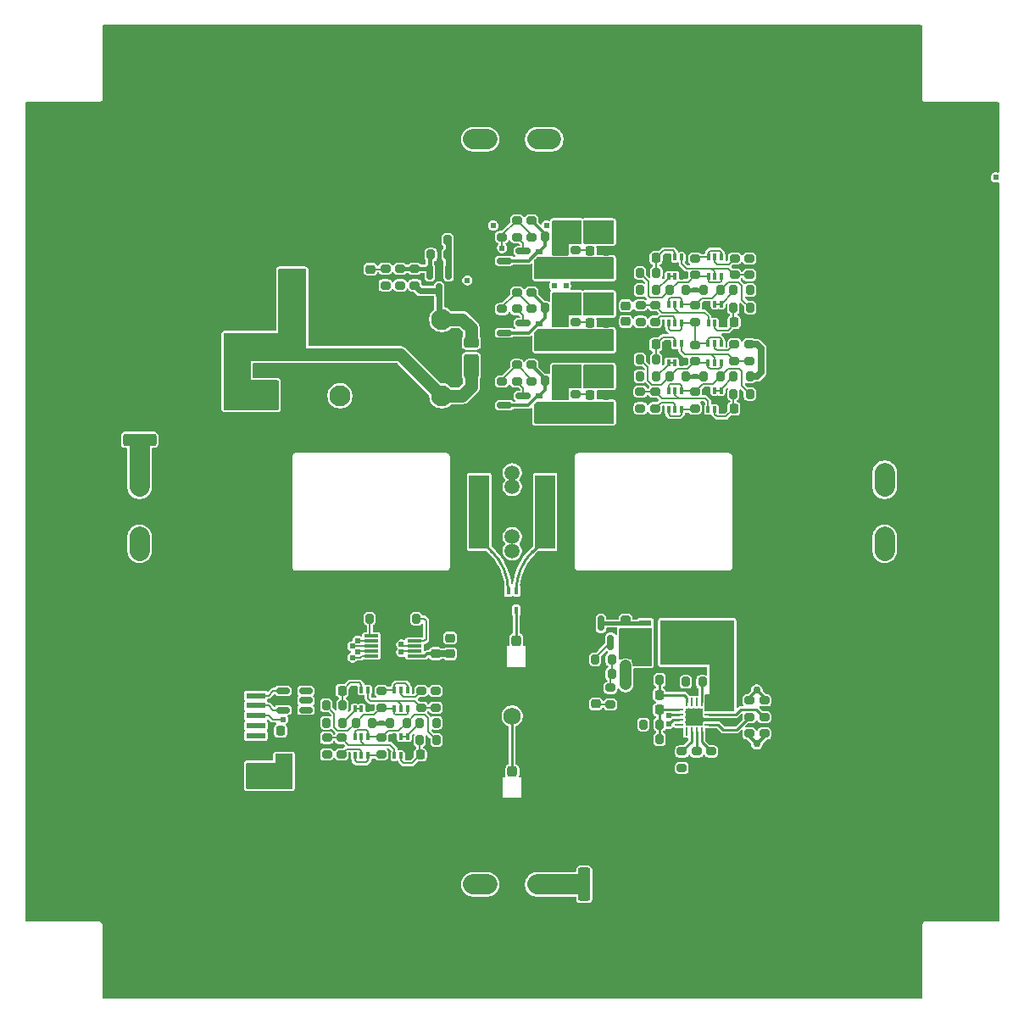
<source format=gbr>
%TF.GenerationSoftware,KiCad,Pcbnew,9.0.1*%
%TF.CreationDate,2025-06-24T16:04:44-04:00*%
%TF.ProjectId,-Z,2d5a2e6b-6963-4616-945f-706362585858,rev?*%
%TF.SameCoordinates,Original*%
%TF.FileFunction,Copper,L6,Bot*%
%TF.FilePolarity,Positive*%
%FSLAX46Y46*%
G04 Gerber Fmt 4.6, Leading zero omitted, Abs format (unit mm)*
G04 Created by KiCad (PCBNEW 9.0.1) date 2025-06-24 16:04:44*
%MOMM*%
%LPD*%
G01*
G04 APERTURE LIST*
G04 Aperture macros list*
%AMRoundRect*
0 Rectangle with rounded corners*
0 $1 Rounding radius*
0 $2 $3 $4 $5 $6 $7 $8 $9 X,Y pos of 4 corners*
0 Add a 4 corners polygon primitive as box body*
4,1,4,$2,$3,$4,$5,$6,$7,$8,$9,$2,$3,0*
0 Add four circle primitives for the rounded corners*
1,1,$1+$1,$2,$3*
1,1,$1+$1,$4,$5*
1,1,$1+$1,$6,$7*
1,1,$1+$1,$8,$9*
0 Add four rect primitives between the rounded corners*
20,1,$1+$1,$2,$3,$4,$5,0*
20,1,$1+$1,$4,$5,$6,$7,0*
20,1,$1+$1,$6,$7,$8,$9,0*
20,1,$1+$1,$8,$9,$2,$3,0*%
G04 Aperture macros list end*
%TA.AperFunction,ComponentPad*%
%ADD10C,0.762000*%
%TD*%
%TA.AperFunction,ComponentPad*%
%ADD11C,3.800000*%
%TD*%
%TA.AperFunction,ConnectorPad*%
%ADD12C,5.600000*%
%TD*%
%TA.AperFunction,ComponentPad*%
%ADD13C,1.500000*%
%TD*%
%TA.AperFunction,ComponentPad*%
%ADD14C,1.727200*%
%TD*%
%TA.AperFunction,SMDPad,CuDef*%
%ADD15RoundRect,0.225000X0.225000X0.250000X-0.225000X0.250000X-0.225000X-0.250000X0.225000X-0.250000X0*%
%TD*%
%TA.AperFunction,SMDPad,CuDef*%
%ADD16RoundRect,0.200000X-0.275000X0.200000X-0.275000X-0.200000X0.275000X-0.200000X0.275000X0.200000X0*%
%TD*%
%TA.AperFunction,SMDPad,CuDef*%
%ADD17R,0.700000X0.510000*%
%TD*%
%TA.AperFunction,SMDPad,CuDef*%
%ADD18RoundRect,0.200000X0.275000X-0.200000X0.275000X0.200000X-0.275000X0.200000X-0.275000X-0.200000X0*%
%TD*%
%TA.AperFunction,SMDPad,CuDef*%
%ADD19RoundRect,0.218750X-0.256250X0.218750X-0.256250X-0.218750X0.256250X-0.218750X0.256250X0.218750X0*%
%TD*%
%TA.AperFunction,SMDPad,CuDef*%
%ADD20R,2.000000X7.400000*%
%TD*%
%TA.AperFunction,SMDPad,CuDef*%
%ADD21RoundRect,0.250000X-0.250000X0.275000X-0.250000X-0.275000X0.250000X-0.275000X0.250000X0.275000X0*%
%TD*%
%TA.AperFunction,SMDPad,CuDef*%
%ADD22RoundRect,0.250000X-0.275000X0.850000X-0.275000X-0.850000X0.275000X-0.850000X0.275000X0.850000X0*%
%TD*%
%TA.AperFunction,SMDPad,CuDef*%
%ADD23RoundRect,0.200000X0.200000X0.275000X-0.200000X0.275000X-0.200000X-0.275000X0.200000X-0.275000X0*%
%TD*%
%TA.AperFunction,SMDPad,CuDef*%
%ADD24RoundRect,0.218750X-0.218750X-0.256250X0.218750X-0.256250X0.218750X0.256250X-0.218750X0.256250X0*%
%TD*%
%TA.AperFunction,SMDPad,CuDef*%
%ADD25RoundRect,0.100000X0.100000X-0.225000X0.100000X0.225000X-0.100000X0.225000X-0.100000X-0.225000X0*%
%TD*%
%TA.AperFunction,SMDPad,CuDef*%
%ADD26RoundRect,0.218750X0.218750X0.256250X-0.218750X0.256250X-0.218750X-0.256250X0.218750X-0.256250X0*%
%TD*%
%TA.AperFunction,SMDPad,CuDef*%
%ADD27RoundRect,0.200000X-0.200000X-0.275000X0.200000X-0.275000X0.200000X0.275000X-0.200000X0.275000X0*%
%TD*%
%TA.AperFunction,SMDPad,CuDef*%
%ADD28RoundRect,0.225000X0.250000X-0.225000X0.250000X0.225000X-0.250000X0.225000X-0.250000X-0.225000X0*%
%TD*%
%TA.AperFunction,SMDPad,CuDef*%
%ADD29R,1.422400X0.304800*%
%TD*%
%TA.AperFunction,SMDPad,CuDef*%
%ADD30RoundRect,0.100000X-0.100000X0.225000X-0.100000X-0.225000X0.100000X-0.225000X0.100000X0.225000X0*%
%TD*%
%TA.AperFunction,SMDPad,CuDef*%
%ADD31RoundRect,0.250000X-0.300000X-0.475000X0.300000X-0.475000X0.300000X0.475000X-0.300000X0.475000X0*%
%TD*%
%TA.AperFunction,SMDPad,CuDef*%
%ADD32RoundRect,0.250000X-0.425000X-1.200000X0.425000X-1.200000X0.425000X1.200000X-0.425000X1.200000X0*%
%TD*%
%TA.AperFunction,SMDPad,CuDef*%
%ADD33RoundRect,0.218750X0.256250X-0.218750X0.256250X0.218750X-0.256250X0.218750X-0.256250X-0.218750X0*%
%TD*%
%TA.AperFunction,SMDPad,CuDef*%
%ADD34RoundRect,0.150000X0.150000X-0.587500X0.150000X0.587500X-0.150000X0.587500X-0.150000X-0.587500X0*%
%TD*%
%TA.AperFunction,ComponentPad*%
%ADD35C,2.100000*%
%TD*%
%TA.AperFunction,SMDPad,CuDef*%
%ADD36RoundRect,0.225000X-0.225000X-0.250000X0.225000X-0.250000X0.225000X0.250000X-0.225000X0.250000X0*%
%TD*%
%TA.AperFunction,SMDPad,CuDef*%
%ADD37RoundRect,0.225000X-0.250000X0.225000X-0.250000X-0.225000X0.250000X-0.225000X0.250000X0.225000X0*%
%TD*%
%TA.AperFunction,SMDPad,CuDef*%
%ADD38R,1.900000X0.600000*%
%TD*%
%TA.AperFunction,SMDPad,CuDef*%
%ADD39R,2.800000X2.100000*%
%TD*%
%TA.AperFunction,SMDPad,CuDef*%
%ADD40RoundRect,0.250000X0.325000X1.100000X-0.325000X1.100000X-0.325000X-1.100000X0.325000X-1.100000X0*%
%TD*%
%TA.AperFunction,SMDPad,CuDef*%
%ADD41RoundRect,0.250000X-1.425000X0.362500X-1.425000X-0.362500X1.425000X-0.362500X1.425000X0.362500X0*%
%TD*%
%TA.AperFunction,SMDPad,CuDef*%
%ADD42RoundRect,0.250000X0.362500X1.425000X-0.362500X1.425000X-0.362500X-1.425000X0.362500X-1.425000X0*%
%TD*%
%TA.AperFunction,SMDPad,CuDef*%
%ADD43RoundRect,0.150000X0.587500X0.150000X-0.587500X0.150000X-0.587500X-0.150000X0.587500X-0.150000X0*%
%TD*%
%TA.AperFunction,SMDPad,CuDef*%
%ADD44R,1.270000X0.610000*%
%TD*%
%TA.AperFunction,SMDPad,CuDef*%
%ADD45R,3.810000X3.910000*%
%TD*%
%TA.AperFunction,SMDPad,CuDef*%
%ADD46R,1.020000X0.610000*%
%TD*%
%TA.AperFunction,SMDPad,CuDef*%
%ADD47RoundRect,0.150000X-0.512500X-0.150000X0.512500X-0.150000X0.512500X0.150000X-0.512500X0.150000X0*%
%TD*%
%TA.AperFunction,SMDPad,CuDef*%
%ADD48R,0.400000X0.750000*%
%TD*%
%TA.AperFunction,SMDPad,CuDef*%
%ADD49RoundRect,0.250000X-0.325000X-1.100000X0.325000X-1.100000X0.325000X1.100000X-0.325000X1.100000X0*%
%TD*%
%TA.AperFunction,SMDPad,CuDef*%
%ADD50RoundRect,0.150000X-0.150000X0.587500X-0.150000X-0.587500X0.150000X-0.587500X0.150000X0.587500X0*%
%TD*%
%TA.AperFunction,SMDPad,CuDef*%
%ADD51RoundRect,0.075000X-0.390000X-0.275000X0.390000X-0.275000X0.390000X0.275000X-0.390000X0.275000X0*%
%TD*%
%TA.AperFunction,SMDPad,CuDef*%
%ADD52RoundRect,0.075000X-0.075000X-0.275000X0.075000X-0.275000X0.075000X0.275000X-0.075000X0.275000X0*%
%TD*%
%TA.AperFunction,SMDPad,CuDef*%
%ADD53R,0.254000X0.812800*%
%TD*%
%TA.AperFunction,SMDPad,CuDef*%
%ADD54R,0.812800X0.254000*%
%TD*%
%TA.AperFunction,SMDPad,CuDef*%
%ADD55R,1.752600X1.752600*%
%TD*%
%TA.AperFunction,SMDPad,CuDef*%
%ADD56RoundRect,0.250000X-0.500000X0.950000X-0.500000X-0.950000X0.500000X-0.950000X0.500000X0.950000X0*%
%TD*%
%TA.AperFunction,SMDPad,CuDef*%
%ADD57RoundRect,0.250000X-0.500000X0.275000X-0.500000X-0.275000X0.500000X-0.275000X0.500000X0.275000X0*%
%TD*%
%TA.AperFunction,ViaPad*%
%ADD58C,0.609600*%
%TD*%
%TA.AperFunction,ViaPad*%
%ADD59C,0.939800*%
%TD*%
%TA.AperFunction,ViaPad*%
%ADD60C,0.762000*%
%TD*%
%TA.AperFunction,Conductor*%
%ADD61C,0.286258*%
%TD*%
%TA.AperFunction,Conductor*%
%ADD62C,1.270000*%
%TD*%
%TA.AperFunction,Conductor*%
%ADD63C,0.203200*%
%TD*%
%TA.AperFunction,Conductor*%
%ADD64C,2.032000*%
%TD*%
%TA.AperFunction,Conductor*%
%ADD65C,0.254000*%
%TD*%
%TA.AperFunction,Conductor*%
%ADD66C,0.381000*%
%TD*%
%TA.AperFunction,Conductor*%
%ADD67C,0.304800*%
%TD*%
%TA.AperFunction,Conductor*%
%ADD68C,0.635000*%
%TD*%
%TA.AperFunction,Conductor*%
%ADD69C,0.609600*%
%TD*%
%TA.AperFunction,Conductor*%
%ADD70C,1.143000*%
%TD*%
%TA.AperFunction,Conductor*%
%ADD71C,0.368300*%
%TD*%
G04 APERTURE END LIST*
D10*
%TO.P,H2,1,1*%
%TO.N,GND*%
X144200001Y-145800000D03*
X143555751Y-147355750D03*
X143555751Y-144244250D03*
X142000001Y-148000000D03*
D11*
X142000001Y-145800000D03*
D12*
X142000001Y-145800000D03*
D10*
X142000001Y-143600000D03*
X140444251Y-147355750D03*
X140444251Y-144244250D03*
X139800001Y-145800000D03*
%TD*%
D13*
%TO.P,JP5,1,A*%
%TO.N,/Burn Wires/VBURN3*%
X164000001Y-96100000D03*
X164000001Y-97499999D03*
%TO.P,JP5,2,B*%
%TO.N,Net-(JP5-B)*%
X164000001Y-102499999D03*
X164000001Y-103899998D03*
%TD*%
D10*
%TO.P,H8,1,1*%
%TO.N,GND*%
X212000000Y-121999999D03*
X211355750Y-123555749D03*
X211355750Y-120444249D03*
X209800000Y-124199999D03*
D11*
X209800000Y-121999999D03*
D12*
X209800000Y-121999999D03*
D10*
X209800000Y-119799999D03*
X208244250Y-123555749D03*
X208244250Y-120444249D03*
X207600000Y-121999999D03*
%TD*%
%TO.P,H5,1,1*%
%TO.N,GND*%
X144200001Y-54200000D03*
X143555751Y-55755750D03*
X143555751Y-52644250D03*
X142000001Y-56400000D03*
D11*
X142000001Y-54200000D03*
D12*
X142000001Y-54200000D03*
D10*
X142000001Y-52000000D03*
X140444251Y-55755750D03*
X140444251Y-52644250D03*
X139800001Y-54200000D03*
%TD*%
%TO.P,H7,1,1*%
%TO.N,GND*%
X212000000Y-78000000D03*
X211355750Y-79555750D03*
X211355750Y-76444250D03*
X209800000Y-80200000D03*
D11*
X209800000Y-78000000D03*
D12*
X209800000Y-78000000D03*
D10*
X209800000Y-75800000D03*
X208244250Y-79555750D03*
X208244250Y-76444250D03*
X207600000Y-78000000D03*
%TD*%
D14*
%TO.P,AE3,1,A*%
%TO.N,/Interfaces/GPS*%
X164000000Y-120400000D03*
%TD*%
D13*
%TO.P,JP1,1,A*%
%TO.N,/Burn Wires/VBURN1*%
X167900000Y-62789000D03*
X166500001Y-62789000D03*
%TO.P,JP1,2,B*%
%TO.N,Net-(JP1-B)*%
X161500001Y-62789000D03*
X160100002Y-62789000D03*
%TD*%
D10*
%TO.P,H4,1,1*%
%TO.N,GND*%
X120400001Y-78000000D03*
X119755751Y-79555750D03*
X119755751Y-76444250D03*
X118200001Y-80200000D03*
D11*
X118200001Y-78000000D03*
D12*
X118200001Y-78000000D03*
D10*
X118200001Y-75800000D03*
X116644251Y-79555750D03*
X116644251Y-76444250D03*
X116000001Y-78000000D03*
%TD*%
%TO.P,H3,1,1*%
%TO.N,GND*%
X120400001Y-121999999D03*
X119755751Y-123555749D03*
X119755751Y-120444249D03*
X118200001Y-124199999D03*
D11*
X118200001Y-121999999D03*
D12*
X118200001Y-121999999D03*
D10*
X118200001Y-119799999D03*
X116644251Y-123555749D03*
X116644251Y-120444249D03*
X116000001Y-121999999D03*
%TD*%
D13*
%TO.P,JP4,1,A*%
%TO.N,Net-(JP3-B)*%
X126789000Y-103899999D03*
X126789000Y-102500000D03*
%TO.P,JP4,2,B*%
%TO.N,Net-(JP4-B)*%
X126789000Y-97500000D03*
X126789000Y-96100001D03*
%TD*%
D10*
%TO.P,H1,1,1*%
%TO.N,GND*%
X188200000Y-145800000D03*
X187555750Y-147355750D03*
X187555750Y-144244250D03*
X186000000Y-148000000D03*
D11*
X186000000Y-145800000D03*
D12*
X186000000Y-145800000D03*
D10*
X186000000Y-143600000D03*
X184444250Y-147355750D03*
X184444250Y-144244250D03*
X183800000Y-145800000D03*
%TD*%
%TO.P,H6,1,1*%
%TO.N,GND*%
X188200000Y-54200000D03*
X187555750Y-55755750D03*
X187555750Y-52644250D03*
X186000000Y-56400000D03*
D11*
X186000000Y-54200000D03*
D12*
X186000000Y-54200000D03*
D10*
X186000000Y-52000000D03*
X184444250Y-55755750D03*
X184444250Y-52644250D03*
X183800000Y-54200000D03*
%TD*%
D15*
%TO.P,C11,1*%
%TO.N,Net-(Q19B-G1)*%
X147008600Y-117868399D03*
%TO.P,C11,2*%
%TO.N,GND*%
X145458600Y-117868399D03*
%TD*%
D16*
%TO.P,R68,1*%
%TO.N,Net-(Q18A-B1)*%
X154894999Y-117907000D03*
%TO.P,R68,2*%
%TO.N,Net-(Q18B-B2)*%
X154894999Y-119557000D03*
%TD*%
D17*
%TO.P,Q11,1,D*%
%TO.N,/Burn Wires/VBURN3*%
X166700801Y-90358200D03*
%TO.P,Q11,2,D*%
X166700801Y-89408200D03*
%TO.P,Q11,3,G*%
%TO.N,Net-(Q10-D)*%
X166700801Y-88458200D03*
%TO.P,Q11,4,S*%
%TO.N,Net-(Q11-S)*%
X169020801Y-88458200D03*
%TO.P,Q11,5,D*%
%TO.N,/Burn Wires/VBURN3*%
X169020801Y-89408200D03*
%TO.P,Q11,6,D*%
X169020801Y-90358200D03*
%TD*%
D18*
%TO.P,R33,1*%
%TO.N,BURN_EN3*%
X162984001Y-86982000D03*
%TO.P,R33,2*%
%TO.N,GND*%
X162984001Y-85332000D03*
%TD*%
D19*
%TO.P,D6,1,K*%
%TO.N,GND*%
X172339000Y-117625199D03*
%TO.P,D6,2,A*%
%TO.N,Net-(D6-A)*%
X172339000Y-119200201D03*
%TD*%
D20*
%TO.P,AE2,1,1*%
%TO.N,Net-(AE2-Pad1)*%
X160700000Y-99999800D03*
%TD*%
D16*
%TO.P,R52,1*%
%TO.N,3V3_P*%
X187672802Y-83286800D03*
%TO.P,R52,2*%
%TO.N,Net-(Q14B-B2)*%
X187672802Y-84936800D03*
%TD*%
%TO.P,R25,1*%
%TO.N,Net-(Q8-D)*%
X165930401Y-78092999D03*
%TO.P,R25,2*%
%TO.N,BURN_EN2*%
X165930401Y-79742999D03*
%TD*%
D21*
%TO.P,J4,1,In*%
%TO.N,/Interfaces/GPS*%
X164000001Y-125972599D03*
D22*
%TO.P,J4,2,Ext*%
%TO.N,GND*%
X165475001Y-127497599D03*
X162525001Y-127497599D03*
%TD*%
D20*
%TO.P,AE1,1,1*%
%TO.N,Net-(AE1-Pad1)*%
X167300000Y-99999800D03*
%TD*%
D23*
%TO.P,R75,1*%
%TO.N,/GPIO Expander/GE_3V3*%
X156416200Y-121068800D03*
%TO.P,R75,2*%
%TO.N,Net-(Q21A-G2)*%
X154766200Y-121068800D03*
%TD*%
D24*
%TO.P,F2,1*%
%TO.N,Net-(Q7-S)*%
X170324500Y-72466400D03*
%TO.P,F2,2*%
%TO.N,/Burn Wires/VBURN_A_IN*%
X171899502Y-72466400D03*
%TD*%
D25*
%TO.P,Q15,1,S2*%
%TO.N,GND*%
X180906000Y-85112600D03*
%TO.P,Q15,2,G2*%
%TO.N,Net-(Q15A-G2)*%
X180256000Y-85112599D03*
%TO.P,Q15,3,D2*%
X179606000Y-85112600D03*
%TO.P,Q15,4,S1*%
%TO.N,GND*%
X179606000Y-83212600D03*
%TO.P,Q15,5,G1*%
%TO.N,Net-(Q15B-G1)*%
X180256000Y-83212601D03*
%TO.P,Q15,6,D1*%
%TO.N,Net-(Q14B-B2)*%
X180906000Y-83212600D03*
%TD*%
D23*
%TO.P,R51,1*%
%TO.N,/Coil Driver/VREF*%
X178735202Y-122707598D03*
%TO.P,R51,2*%
%TO.N,GND*%
X177085202Y-122707598D03*
%TD*%
D18*
%TO.P,R46,1*%
%TO.N,/Coil Driver/coil*%
X189175400Y-122147802D03*
%TO.P,R46,2*%
%TO.N,COIL_P*%
X189175400Y-120497802D03*
%TD*%
D16*
%TO.P,R66,1*%
%TO.N,/GPIO Expander/GE_3V3*%
X156353200Y-117906999D03*
%TO.P,R66,2*%
%TO.N,Net-(Q18B-B2)*%
X156353200Y-119556999D03*
%TD*%
D26*
%TO.P,D5,1,K*%
%TO.N,GND*%
X173372701Y-88366800D03*
%TO.P,D5,2,A*%
%TO.N,Net-(D5-A)*%
X171797699Y-88366800D03*
%TD*%
D18*
%TO.P,R20,1*%
%TO.N,Net-(Q6-G)*%
X164457200Y-72554799D03*
%TO.P,R20,2*%
%TO.N,BURN_EN1*%
X164457200Y-70904799D03*
%TD*%
D23*
%TO.P,R64,1*%
%TO.N,GND*%
X151413800Y-110667999D03*
%TO.P,R64,2*%
%TO.N,/GPIO Expander/A0*%
X149763800Y-110667999D03*
%TD*%
D18*
%TO.P,R47,1*%
%TO.N,COIL_N*%
X187702199Y-120497801D03*
%TO.P,R47,2*%
%TO.N,/Coil Driver/coil*%
X187702199Y-118847801D03*
%TD*%
D27*
%TO.P,R7,1*%
%TO.N,/Light Sensor/I2C Protection/DEVICE*%
X176753601Y-76134200D03*
%TO.P,R7,2*%
%TO.N,Net-(Q2B-G1)*%
X178403601Y-76134200D03*
%TD*%
%TO.P,R6,1*%
%TO.N,/Light Sensor/LS_3V3*%
X176753600Y-77861399D03*
%TO.P,R6,2*%
%TO.N,Net-(Q2A-G2)*%
X178403600Y-77861399D03*
%TD*%
D28*
%TO.P,C10,1*%
%TO.N,/GPIO Expander/GE_3V3*%
X156329201Y-114160800D03*
%TO.P,C10,2*%
%TO.N,GND*%
X156329201Y-112610800D03*
%TD*%
D29*
%TO.P,U4,1,LED0*%
%TO.N,BURN_EN1*%
X149941101Y-114411201D03*
%TO.P,U4,2,LED1*%
%TO.N,BURN_EN2*%
X149941101Y-113911199D03*
%TO.P,U4,3,LED2*%
%TO.N,BURN_EN3*%
X149941101Y-113411200D03*
%TO.P,U4,4,LED3*%
%TO.N,BURN_RELAY_A*%
X149941101Y-112911201D03*
%TO.P,U4,5,A0*%
%TO.N,/GPIO Expander/A0*%
X149941101Y-112411199D03*
%TO.P,U4,6,VSS*%
%TO.N,GND*%
X154233701Y-112411199D03*
%TO.P,U4,7,A1*%
%TO.N,/GPIO Expander/A1*%
X154233701Y-112911201D03*
%TO.P,U4,8,SCL*%
%TO.N,SCL_IO*%
X154233701Y-113411200D03*
%TO.P,U4,9,SDA*%
%TO.N,SDA_IO*%
X154233701Y-113911199D03*
%TO.P,U4,10,VDD*%
%TO.N,/GPIO Expander/GE_3V3*%
X154233701Y-114411201D03*
%TD*%
D30*
%TO.P,Q21,1,S2*%
%TO.N,GND*%
X152248800Y-122455599D03*
%TO.P,Q21,2,G2*%
%TO.N,Net-(Q21A-G2)*%
X152898800Y-122455600D03*
%TO.P,Q21,3,D2*%
X153548800Y-122455599D03*
%TO.P,Q21,4,S1*%
%TO.N,GND*%
X153548800Y-124355599D03*
%TO.P,Q21,5,G1*%
%TO.N,Net-(Q21B-G1)*%
X152898800Y-124355598D03*
%TO.P,Q21,6,D1*%
%TO.N,Net-(Q20B-B2)*%
X152248800Y-124355599D03*
%TD*%
D31*
%TO.P,J2,1,Pin_1*%
%TO.N,GND*%
X139780800Y-76675398D03*
%TO.P,J2,2,Pin_2*%
%TO.N,VBATT*%
X141780800Y-76675398D03*
D32*
%TO.P,J2,MP,MountPin*%
%TO.N,GND*%
X136885800Y-70680399D03*
X144675800Y-70680399D03*
%TD*%
D17*
%TO.P,Q9,1,D*%
%TO.N,/Burn Wires/VBURN2*%
X166700801Y-83119200D03*
%TO.P,Q9,2,D*%
X166700801Y-82169200D03*
%TO.P,Q9,3,G*%
%TO.N,Net-(Q8-D)*%
X166700801Y-81219200D03*
%TO.P,Q9,4,S*%
%TO.N,Net-(Q9-S)*%
X169020801Y-81219200D03*
%TO.P,Q9,5,D*%
%TO.N,/Burn Wires/VBURN2*%
X169020801Y-82169200D03*
%TO.P,Q9,6,D*%
X169020801Y-83119200D03*
%TD*%
D18*
%TO.P,R15,1*%
%TO.N,BURN_RELAY_A*%
X152798600Y-77380800D03*
%TO.P,R15,2*%
%TO.N,Net-(Q5-B)*%
X152798600Y-75730800D03*
%TD*%
%TO.P,R60,1*%
%TO.N,Net-(Q16A-B1)*%
X178274801Y-89661200D03*
%TO.P,R60,2*%
%TO.N,Net-(Q16B-B2)*%
X178274801Y-88011200D03*
%TD*%
D33*
%TO.P,F1,1*%
%TO.N,/Light Sensor/LS_3V3*%
X175353801Y-80985700D03*
%TO.P,F1,2*%
%TO.N,3V3_P*%
X175353801Y-79410698D03*
%TD*%
D18*
%TO.P,R27,1*%
%TO.N,BURN_EN2*%
X162984001Y-79743000D03*
%TO.P,R27,2*%
%TO.N,GND*%
X162984001Y-78093000D03*
%TD*%
D34*
%TO.P,Q12,1,G*%
%TO.N,Net-(Q12-G)*%
X173828701Y-113025600D03*
%TO.P,Q12,2,S*%
%TO.N,GND*%
X171928701Y-113025600D03*
%TO.P,Q12,3,D*%
%TO.N,Net-(Q12-D)*%
X172878701Y-111150600D03*
%TD*%
D26*
%TO.P,D3,1,K*%
%TO.N,GND*%
X173347301Y-73939599D03*
%TO.P,D3,2,A*%
%TO.N,Net-(D3-A)*%
X171772299Y-73939599D03*
%TD*%
D33*
%TO.P,D2,1,K*%
%TO.N,GND*%
X149852200Y-77343300D03*
%TO.P,D2,2,A*%
%TO.N,Net-(D2-A)*%
X149852200Y-75768298D03*
%TD*%
D16*
%TO.P,R37,1*%
%TO.N,COIL_DRIVER_EN*%
X173812200Y-117589800D03*
%TO.P,R37,2*%
%TO.N,Net-(D6-A)*%
X173812200Y-119239800D03*
%TD*%
D18*
%TO.P,R21,1*%
%TO.N,BURN_EN1*%
X162984001Y-72554800D03*
%TO.P,R21,2*%
%TO.N,GND*%
X162984001Y-70904800D03*
%TD*%
D35*
%TO.P,U2,11,11*%
%TO.N,/Burn Wires/VBURN_A_IN*%
X146793600Y-88417600D03*
%TO.P,U2,12,12*%
%TO.N,GND*%
X139173600Y-80797600D03*
%TO.P,U2,14,14*%
%TO.N,VBATT*%
X139173600Y-88417600D03*
%TO.P,U2,A1,A1*%
X156953600Y-88417600D03*
%TO.P,U2,A2,A2*%
%TO.N,Net-(D1-A)*%
X156953600Y-80797600D03*
%TD*%
D15*
%TO.P,C2,1*%
%TO.N,Net-(Q2B-G1)*%
X178353600Y-74661000D03*
%TO.P,C2,2*%
%TO.N,GND*%
X176803600Y-74661000D03*
%TD*%
D16*
%TO.P,R19,1*%
%TO.N,Net-(Q6-D)*%
X165930401Y-70904799D03*
%TO.P,R19,2*%
%TO.N,BURN_EN1*%
X165930401Y-72554799D03*
%TD*%
D33*
%TO.P,F6,1*%
%TO.N,/GPIO Expander/GE_3V3*%
X157802401Y-114173300D03*
%TO.P,F6,2*%
%TO.N,3V3_P*%
X157802401Y-112598298D03*
%TD*%
D27*
%TO.P,R38,1*%
%TO.N,GND*%
X172276000Y-116202900D03*
%TO.P,R38,2*%
%TO.N,COIL_DRIVER_EN*%
X173926000Y-116202900D03*
%TD*%
D25*
%TO.P,Q20,1,E1*%
%TO.N,SDA*%
X149586399Y-124355599D03*
%TO.P,Q20,2,B1*%
%TO.N,Net-(Q20A-B1)*%
X148936399Y-124355598D03*
%TO.P,Q20,3,C2*%
%TO.N,SDA*%
X148286399Y-124355599D03*
%TO.P,Q20,4,E2*%
%TO.N,SDA_IO*%
X148286399Y-122455599D03*
%TO.P,Q20,5,B2*%
%TO.N,Net-(Q20B-B2)*%
X148936399Y-122455600D03*
%TO.P,Q20,6,C1*%
%TO.N,SDA_IO*%
X149586399Y-122455599D03*
%TD*%
D24*
%TO.P,F4,1*%
%TO.N,Net-(Q11-S)*%
X170324500Y-86893600D03*
%TO.P,F4,2*%
%TO.N,/Burn Wires/VBURN_A_IN*%
X171899502Y-86893600D03*
%TD*%
D15*
%TO.P,C9,1*%
%TO.N,/Coil Driver/VREF*%
X178685199Y-119761200D03*
%TO.P,C9,2*%
%TO.N,GND*%
X177135199Y-119761200D03*
%TD*%
D36*
%TO.P,C7,1*%
%TO.N,Net-(Q17B-G1)*%
X186135800Y-89699799D03*
%TO.P,C7,2*%
%TO.N,GND*%
X187685800Y-89699799D03*
%TD*%
D23*
%TO.P,R4,1*%
%TO.N,/Light Sensor/LS_3V3*%
X181375400Y-77861399D03*
%TO.P,R4,2*%
%TO.N,/Light Sensor/I2C Protection/DEVICE*%
X179725400Y-77861399D03*
%TD*%
%TO.P,R18,1*%
%TO.N,Net-(Q5-E)*%
X157535201Y-72847400D03*
%TO.P,R18,2*%
%TO.N,GND*%
X155885201Y-72847400D03*
%TD*%
D27*
%TO.P,R73,1*%
%TO.N,/GPIO Expander/GE_3V3*%
X151794400Y-121068799D03*
%TO.P,R73,2*%
%TO.N,SDA_IO*%
X153444400Y-121068799D03*
%TD*%
D23*
%TO.P,R67,1*%
%TO.N,/GPIO Expander/GE_3V3*%
X150040799Y-121068800D03*
%TO.P,R67,2*%
%TO.N,SCL_IO*%
X148390799Y-121068800D03*
%TD*%
D21*
%TO.P,J3,1,In*%
%TO.N,Net-(J3-In)*%
X164400001Y-112866200D03*
D22*
%TO.P,J3,2,Ext*%
%TO.N,GND*%
X165875001Y-114391200D03*
X162925001Y-114391200D03*
%TD*%
D25*
%TO.P,Q3,1,E1*%
%TO.N,SCL*%
X180921001Y-81148200D03*
%TO.P,Q3,2,B1*%
%TO.N,Net-(Q3A-B1)*%
X180271001Y-81148199D03*
%TO.P,Q3,3,C2*%
%TO.N,SCL*%
X179621001Y-81148200D03*
%TO.P,Q3,4,E2*%
%TO.N,/Light Sensor/I2C Protection1/DEVICE*%
X179621001Y-79248200D03*
%TO.P,Q3,5,B2*%
%TO.N,Net-(Q3B-B2)*%
X180271001Y-79248201D03*
%TO.P,Q3,6,C1*%
%TO.N,/Light Sensor/I2C Protection1/DEVICE*%
X180921001Y-79248200D03*
%TD*%
D37*
%TO.P,C5,1*%
%TO.N,/Coil Driver/VM*%
X185670201Y-119468799D03*
%TO.P,C5,2*%
%TO.N,GND*%
X185670201Y-121018799D03*
%TD*%
D38*
%TO.P,J1,1,Pin_1*%
%TO.N,VBATT_M*%
X138398801Y-127359990D03*
%TO.P,J1,2,Pin_2*%
X138398801Y-126359990D03*
%TO.P,J1,3,Pin_3*%
X138398801Y-125359990D03*
%TO.P,J1,4,Pin_4*%
%TO.N,GND*%
X138398801Y-124359990D03*
%TO.P,J1,5,Pin_5*%
X138398801Y-123359991D03*
%TO.P,J1,6,Pin_6*%
%TO.N,3V3_P*%
X138398801Y-122359991D03*
%TO.P,J1,7,Pin_7*%
X138398801Y-121359990D03*
%TO.P,J1,8,Pin_8*%
%TO.N,COIL_DRIVER_EN*%
X138398801Y-120359990D03*
%TO.P,J1,9,Pin_9*%
%TO.N,SDA*%
X138398801Y-119359990D03*
%TO.P,J1,10,Pin_10*%
%TO.N,SCL*%
X138398801Y-118359990D03*
D39*
%TO.P,J1,MP,MountPin*%
%TO.N,GND*%
X136048801Y-130509990D03*
X136048801Y-115210010D03*
%TD*%
D13*
%TO.P,JP3,1,A*%
%TO.N,/Burn Wires/VBURN2*%
X201211001Y-97500000D03*
X201211001Y-96100001D03*
%TO.P,JP3,2,B*%
%TO.N,Net-(JP3-B)*%
X201211001Y-103899999D03*
X201211001Y-102500000D03*
%TD*%
D24*
%TO.P,F3,1*%
%TO.N,Net-(Q9-S)*%
X170324500Y-79654600D03*
%TO.P,F3,2*%
%TO.N,/Burn Wires/VBURN_A_IN*%
X171899502Y-79654600D03*
%TD*%
D23*
%TO.P,R76,1*%
%TO.N,SDA_IO*%
X156416199Y-122795999D03*
%TO.P,R76,2*%
%TO.N,Net-(Q21B-G1)*%
X154766199Y-122795999D03*
%TD*%
D27*
%TO.P,R28,1*%
%TO.N,Net-(Q8-D)*%
X167315201Y-79654600D03*
%TO.P,R28,2*%
%TO.N,Net-(Q9-S)*%
X168965201Y-79654600D03*
%TD*%
%TO.P,R41,1*%
%TO.N,3V3_P*%
X181340000Y-116992601D03*
%TO.P,R41,2*%
%TO.N,Net-(U3-NFAULT)*%
X182990000Y-116992601D03*
%TD*%
D18*
%TO.P,R71,1*%
%TO.N,SCL_IO*%
X150917599Y-119556999D03*
%TO.P,R71,2*%
%TO.N,SCL*%
X150917599Y-117906999D03*
%TD*%
D27*
%TO.P,R17,1*%
%TO.N,Net-(Q5-B)*%
X155885201Y-74320600D03*
%TO.P,R17,2*%
%TO.N,Net-(Q5-E)*%
X157535201Y-74320600D03*
%TD*%
D25*
%TO.P,Q19,1,S2*%
%TO.N,GND*%
X149586399Y-119681999D03*
%TO.P,Q19,2,G2*%
%TO.N,Net-(Q19A-G2)*%
X148936399Y-119681998D03*
%TO.P,Q19,3,D2*%
X148286399Y-119681999D03*
%TO.P,Q19,4,S1*%
%TO.N,GND*%
X148286399Y-117781999D03*
%TO.P,Q19,5,G1*%
%TO.N,Net-(Q19B-G1)*%
X148936399Y-117782000D03*
%TO.P,Q19,6,D1*%
%TO.N,Net-(Q18B-B2)*%
X149586399Y-117781999D03*
%TD*%
D15*
%TO.P,C6,1*%
%TO.N,Net-(Q15B-G1)*%
X178338600Y-83299000D03*
%TO.P,C6,2*%
%TO.N,GND*%
X176788600Y-83299000D03*
%TD*%
D16*
%TO.P,R5,1*%
%TO.N,Net-(Q1A-B1)*%
X186214600Y-74699599D03*
%TO.P,R5,2*%
%TO.N,Net-(Q1B-B2)*%
X186214600Y-76349599D03*
%TD*%
D40*
%TO.P,C14,1*%
%TO.N,VBATT*%
X136646001Y-85115600D03*
%TO.P,C14,2*%
%TO.N,GND*%
X133695999Y-85115600D03*
%TD*%
D15*
%TO.P,C8,1*%
%TO.N,/Coil Driver/IPROPI*%
X178685202Y-118288003D03*
%TO.P,C8,2*%
%TO.N,GND*%
X177135202Y-118288003D03*
%TD*%
D27*
%TO.P,R65,1*%
%TO.N,GND*%
X152761001Y-110668000D03*
%TO.P,R65,2*%
%TO.N,/GPIO Expander/A1*%
X154411001Y-110668000D03*
%TD*%
D41*
%TO.P,R30,1*%
%TO.N,GND*%
X126789000Y-86877500D03*
%TO.P,R30,2*%
%TO.N,Net-(JP4-B)*%
X126789000Y-92802500D03*
%TD*%
D16*
%TO.P,R3,1*%
%TO.N,/Light Sensor/LS_3V3*%
X187687802Y-74699599D03*
%TO.P,R3,2*%
%TO.N,Net-(Q1B-B2)*%
X187687802Y-76349599D03*
%TD*%
D27*
%TO.P,R56,1*%
%TO.N,SCL_M*%
X176738600Y-84772199D03*
%TO.P,R56,2*%
%TO.N,Net-(Q15B-G1)*%
X178388600Y-84772199D03*
%TD*%
D18*
%TO.P,R9,1*%
%TO.N,/Light Sensor/LS_3V3*%
X176816600Y-81023200D03*
%TO.P,R9,2*%
%TO.N,Net-(Q3B-B2)*%
X176816600Y-79373200D03*
%TD*%
D30*
%TO.P,Q1,1,E1*%
%TO.N,SDA*%
X183583400Y-74574599D03*
%TO.P,Q1,2,B1*%
%TO.N,Net-(Q1A-B1)*%
X184233400Y-74574600D03*
%TO.P,Q1,3,C2*%
%TO.N,SDA*%
X184883400Y-74574599D03*
%TO.P,Q1,4,E2*%
%TO.N,/Light Sensor/I2C Protection/DEVICE*%
X184883400Y-76474599D03*
%TO.P,Q1,5,B2*%
%TO.N,Net-(Q1B-B2)*%
X184233400Y-76474598D03*
%TO.P,Q1,6,C1*%
%TO.N,/Light Sensor/I2C Protection/DEVICE*%
X183583400Y-76474599D03*
%TD*%
D18*
%TO.P,R11,1*%
%TO.N,Net-(Q3A-B1)*%
X178289801Y-81023200D03*
%TO.P,R11,2*%
%TO.N,Net-(Q3B-B2)*%
X178289801Y-79373200D03*
%TD*%
D23*
%TO.P,R13,1*%
%TO.N,/Light Sensor/I2C Protection1/DEVICE*%
X187750801Y-79603799D03*
%TO.P,R13,2*%
%TO.N,Net-(Q4B-G1)*%
X186100801Y-79603799D03*
%TD*%
D17*
%TO.P,Q7,1,D*%
%TO.N,/Burn Wires/VBURN1*%
X166700801Y-75931000D03*
%TO.P,Q7,2,D*%
X166700801Y-74981000D03*
%TO.P,Q7,3,G*%
%TO.N,Net-(Q6-D)*%
X166700801Y-74031000D03*
%TO.P,Q7,4,S*%
%TO.N,Net-(Q7-S)*%
X169020801Y-74031000D03*
%TO.P,Q7,5,D*%
%TO.N,/Burn Wires/VBURN1*%
X169020801Y-74981000D03*
%TO.P,Q7,6,D*%
X169020801Y-75931000D03*
%TD*%
D26*
%TO.P,D4,1,K*%
%TO.N,GND*%
X173347301Y-81127799D03*
%TO.P,D4,2,A*%
%TO.N,Net-(D4-A)*%
X171772299Y-81127799D03*
%TD*%
D30*
%TO.P,Q18,1,E1*%
%TO.N,SCL*%
X152248800Y-117781999D03*
%TO.P,Q18,2,B1*%
%TO.N,Net-(Q18A-B1)*%
X152898800Y-117782000D03*
%TO.P,Q18,3,C2*%
%TO.N,SCL*%
X153548800Y-117781999D03*
%TO.P,Q18,4,E2*%
%TO.N,SCL_IO*%
X153548800Y-119681999D03*
%TO.P,Q18,5,B2*%
%TO.N,Net-(Q18B-B2)*%
X152898800Y-119681998D03*
%TO.P,Q18,6,C1*%
%TO.N,SCL_IO*%
X152248800Y-119681999D03*
%TD*%
D42*
%TO.P,R24,1*%
%TO.N,GND*%
X177122501Y-137211000D03*
%TO.P,R24,2*%
%TO.N,Net-(JP2-B)*%
X171197501Y-137211000D03*
%TD*%
D18*
%TO.P,R8,1*%
%TO.N,/Light Sensor/I2C Protection/DEVICE*%
X182252200Y-76349599D03*
%TO.P,R8,2*%
%TO.N,SDA*%
X182252200Y-74699599D03*
%TD*%
D16*
%TO.P,R31,1*%
%TO.N,Net-(Q10-D)*%
X165930401Y-85331999D03*
%TO.P,R31,2*%
%TO.N,BURN_EN3*%
X165930401Y-86981999D03*
%TD*%
D30*
%TO.P,Q17,1,S2*%
%TO.N,GND*%
X183568400Y-87886199D03*
%TO.P,Q17,2,G2*%
%TO.N,Net-(Q17A-G2)*%
X184218400Y-87886200D03*
%TO.P,Q17,3,D2*%
X184868400Y-87886199D03*
%TO.P,Q17,4,S1*%
%TO.N,GND*%
X184868400Y-89786199D03*
%TO.P,Q17,5,G1*%
%TO.N,Net-(Q17B-G1)*%
X184218400Y-89786198D03*
%TO.P,Q17,6,D1*%
%TO.N,Net-(Q16B-B2)*%
X183568400Y-89786199D03*
%TD*%
D18*
%TO.P,R48,1*%
%TO.N,/Coil Driver/coil*%
X187702201Y-122147802D03*
%TO.P,R48,2*%
%TO.N,COIL_N*%
X187702201Y-120497802D03*
%TD*%
%TO.P,R29,1*%
%TO.N,/Burn Wires/VBURN2*%
X170350000Y-82689400D03*
%TO.P,R29,2*%
%TO.N,Net-(D4-A)*%
X170350000Y-81039400D03*
%TD*%
%TO.P,R32,1*%
%TO.N,Net-(Q10-G)*%
X164457200Y-86981999D03*
%TO.P,R32,2*%
%TO.N,BURN_EN3*%
X164457200Y-85331999D03*
%TD*%
D27*
%TO.P,R22,1*%
%TO.N,Net-(Q6-D)*%
X167315201Y-72466400D03*
%TO.P,R22,2*%
%TO.N,Net-(Q7-S)*%
X168965201Y-72466400D03*
%TD*%
D16*
%TO.P,R16,1*%
%TO.N,Net-(Q5-B)*%
X154271800Y-75730799D03*
%TO.P,R16,2*%
%TO.N,Net-(D1-A)*%
X154271800Y-77380799D03*
%TD*%
%TO.P,R40,1*%
%TO.N,Net-(Q12-D)*%
X175308400Y-110791599D03*
%TO.P,R40,2*%
%TO.N,Net-(F5-Pad1)*%
X175308400Y-112441599D03*
%TD*%
%TO.P,R14,1*%
%TO.N,/Light Sensor/I2C Protection1/DEVICE*%
X182252201Y-79373200D03*
%TO.P,R14,2*%
%TO.N,SCL*%
X182252201Y-81023200D03*
%TD*%
D43*
%TO.P,Q8,1,G*%
%TO.N,Net-(Q8-G)*%
X165115300Y-81168399D03*
%TO.P,Q8,2,S*%
%TO.N,GND*%
X165115300Y-83068399D03*
%TO.P,Q8,3,D*%
%TO.N,Net-(Q8-D)*%
X163240300Y-82118399D03*
%TD*%
D44*
%TO.P,Q13,1,S*%
%TO.N,Net-(F5-Pad1)*%
X177298400Y-114960600D03*
%TO.P,Q13,2,S*%
X177298401Y-113690600D03*
%TO.P,Q13,3,S*%
X177298401Y-112420600D03*
%TO.P,Q13,4,G*%
%TO.N,Net-(Q12-D)*%
X177298400Y-111150600D03*
D45*
%TO.P,Q13,5,D*%
%TO.N,/Coil Driver/VM*%
X180658401Y-113055600D03*
D46*
X182763401Y-111150600D03*
X182763401Y-112420600D03*
X182763401Y-113690600D03*
X182763401Y-114960600D03*
%TD*%
D16*
%TO.P,R63,1*%
%TO.N,SDA_M*%
X182237201Y-88011200D03*
%TO.P,R63,2*%
%TO.N,SDA*%
X182237201Y-89661200D03*
%TD*%
D18*
%TO.P,R44,1*%
%TO.N,GND*%
X183892202Y-125590000D03*
%TO.P,R44,2*%
%TO.N,/Coil Driver/A1*%
X183892202Y-123940000D03*
%TD*%
D43*
%TO.P,Q10,1,G*%
%TO.N,Net-(Q10-G)*%
X165115300Y-88407399D03*
%TO.P,Q10,2,S*%
%TO.N,GND*%
X165115300Y-90307399D03*
%TO.P,Q10,3,D*%
%TO.N,Net-(Q10-D)*%
X163240300Y-89357399D03*
%TD*%
D47*
%TO.P,U5,1,IO1*%
%TO.N,SDA*%
X141114601Y-119796799D03*
%TO.P,U5,2,VN*%
%TO.N,GND*%
X141114601Y-118846800D03*
%TO.P,U5,3,IO2*%
%TO.N,SCL*%
X141114601Y-117896801D03*
%TO.P,U5,4,IO3*%
%TO.N,unconnected-(U5-IO3-Pad4)*%
X143389601Y-117896801D03*
%TO.P,U5,5,VP*%
%TO.N,3V3_P*%
X143389601Y-118846800D03*
%TO.P,U5,6,IO4*%
%TO.N,unconnected-(U5-IO4-Pad6)*%
X143389601Y-119796799D03*
%TD*%
D40*
%TO.P,C15,1*%
%TO.N,VBATT*%
X136646002Y-88324199D03*
%TO.P,C15,2*%
%TO.N,GND*%
X133696000Y-88324199D03*
%TD*%
D18*
%TO.P,R78,1*%
%TO.N,/Burn Wires/VBURN_A_IN*%
X151325401Y-77380799D03*
%TO.P,R78,2*%
%TO.N,Net-(D2-A)*%
X151325401Y-75730799D03*
%TD*%
D30*
%TO.P,Q14,1,E1*%
%TO.N,SCL*%
X183568400Y-83212600D03*
%TO.P,Q14,2,B1*%
%TO.N,Net-(Q14A-B1)*%
X184218400Y-83212601D03*
%TO.P,Q14,3,C2*%
%TO.N,SCL*%
X184868400Y-83212600D03*
%TO.P,Q14,4,E2*%
%TO.N,SCL_M*%
X184868400Y-85112600D03*
%TO.P,Q14,5,B2*%
%TO.N,Net-(Q14B-B2)*%
X184218400Y-85112599D03*
%TO.P,Q14,6,C1*%
%TO.N,SCL_M*%
X183568400Y-85112600D03*
%TD*%
D18*
%TO.P,R23,1*%
%TO.N,/Burn Wires/VBURN1*%
X170350000Y-75526599D03*
%TO.P,R23,2*%
%TO.N,Net-(D3-A)*%
X170350000Y-73876599D03*
%TD*%
D23*
%TO.P,R61,1*%
%TO.N,3V3_P*%
X187735800Y-86499400D03*
%TO.P,R61,2*%
%TO.N,Net-(Q17A-G2)*%
X186085800Y-86499400D03*
%TD*%
D48*
%TO.P,BA1,1*%
%TO.N,Net-(J3-In)*%
X164400001Y-109835399D03*
%TO.P,BA1,2,GND*%
%TO.N,GND*%
X163600001Y-109835399D03*
%TO.P,BA1,3*%
%TO.N,Net-(AE2-Pad1)*%
X163600001Y-107885399D03*
%TO.P,BA1,4*%
%TO.N,Net-(AE1-Pad1)*%
X164400001Y-107885399D03*
%TD*%
D49*
%TO.P,C4,1*%
%TO.N,/Coil Driver/VM*%
X185557767Y-114470275D03*
%TO.P,C4,2*%
%TO.N,GND*%
X188507769Y-114470275D03*
%TD*%
D19*
%TO.P,F5,1*%
%TO.N,Net-(F5-Pad1)*%
X175308401Y-113800899D03*
%TO.P,F5,2*%
%TO.N,VBATT_M*%
X175308401Y-115375901D03*
%TD*%
D18*
%TO.P,R57,1*%
%TO.N,SCL_M*%
X182237200Y-84987600D03*
%TO.P,R57,2*%
%TO.N,SCL*%
X182237200Y-83337600D03*
%TD*%
D27*
%TO.P,R50,1*%
%TO.N,3V3_P*%
X177085199Y-121234400D03*
%TO.P,R50,2*%
%TO.N,/Coil Driver/VREF*%
X178735199Y-121234400D03*
%TD*%
%TO.P,R69,1*%
%TO.N,/GPIO Expander/GE_3V3*%
X145419000Y-121068799D03*
%TO.P,R69,2*%
%TO.N,Net-(Q19A-G2)*%
X147069000Y-121068799D03*
%TD*%
%TO.P,R34,1*%
%TO.N,Net-(Q10-D)*%
X167315201Y-86893600D03*
%TO.P,R34,2*%
%TO.N,Net-(Q11-S)*%
X168965201Y-86893600D03*
%TD*%
D23*
%TO.P,R39,1*%
%TO.N,COIL_DRIVER_EN*%
X173932303Y-114729701D03*
%TO.P,R39,2*%
%TO.N,Net-(Q12-G)*%
X172282303Y-114729701D03*
%TD*%
D50*
%TO.P,Q5,1,B*%
%TO.N,Net-(Q5-B)*%
X155760201Y-76050099D03*
%TO.P,Q5,2,E*%
%TO.N,Net-(Q5-E)*%
X157660201Y-76050099D03*
%TO.P,Q5,3,C*%
%TO.N,Net-(D1-A)*%
X156710201Y-77925099D03*
%TD*%
D30*
%TO.P,Q4,1,S2*%
%TO.N,GND*%
X183583401Y-79248200D03*
%TO.P,Q4,2,G2*%
%TO.N,Net-(Q4A-G2)*%
X184233401Y-79248201D03*
%TO.P,Q4,3,D2*%
X184883401Y-79248200D03*
%TO.P,Q4,4,S1*%
%TO.N,GND*%
X184883401Y-81148200D03*
%TO.P,Q4,5,G1*%
%TO.N,Net-(Q4B-G1)*%
X184233401Y-81148199D03*
%TO.P,Q4,6,D1*%
%TO.N,Net-(Q3B-B2)*%
X183583401Y-81148200D03*
%TD*%
D13*
%TO.P,JP2,1,A*%
%TO.N,Net-(JP1-B)*%
X161500001Y-137211000D03*
X160100002Y-137211000D03*
%TO.P,JP2,2,B*%
%TO.N,Net-(JP2-B)*%
X167900000Y-137211000D03*
X166500001Y-137211000D03*
%TD*%
D25*
%TO.P,Q16,1,E1*%
%TO.N,SDA*%
X180906001Y-89786200D03*
%TO.P,Q16,2,B1*%
%TO.N,Net-(Q16A-B1)*%
X180256001Y-89786199D03*
%TO.P,Q16,3,C2*%
%TO.N,SDA*%
X179606001Y-89786200D03*
%TO.P,Q16,4,E2*%
%TO.N,SDA_M*%
X179606001Y-87886200D03*
%TO.P,Q16,5,B2*%
%TO.N,Net-(Q16B-B2)*%
X180256001Y-87886201D03*
%TO.P,Q16,6,C1*%
%TO.N,SDA_M*%
X180906001Y-87886200D03*
%TD*%
D18*
%TO.P,R45,1*%
%TO.N,COIL_P*%
X189175398Y-120497801D03*
%TO.P,R45,2*%
%TO.N,/Coil Driver/coil*%
X189175398Y-118847801D03*
%TD*%
%TO.P,R72,1*%
%TO.N,/GPIO Expander/GE_3V3*%
X145482000Y-124230600D03*
%TO.P,R72,2*%
%TO.N,Net-(Q20B-B2)*%
X145482000Y-122580600D03*
%TD*%
D27*
%TO.P,R70,1*%
%TO.N,SCL_IO*%
X145408600Y-119331400D03*
%TO.P,R70,2*%
%TO.N,Net-(Q19B-G1)*%
X147058600Y-119331400D03*
%TD*%
D23*
%TO.P,R49,1*%
%TO.N,/Coil Driver/IPROPI*%
X178735199Y-116814802D03*
%TO.P,R49,2*%
%TO.N,GND*%
X177085199Y-116814802D03*
%TD*%
D18*
%TO.P,R74,1*%
%TO.N,Net-(Q20A-B1)*%
X146955200Y-124230600D03*
%TO.P,R74,2*%
%TO.N,Net-(Q20B-B2)*%
X146955200Y-122580600D03*
%TD*%
D25*
%TO.P,Q2,1,S2*%
%TO.N,GND*%
X180921001Y-76474600D03*
%TO.P,Q2,2,G2*%
%TO.N,Net-(Q2A-G2)*%
X180271001Y-76474599D03*
%TO.P,Q2,3,D2*%
X179621001Y-76474600D03*
%TO.P,Q2,4,S1*%
%TO.N,GND*%
X179621001Y-74574600D03*
%TO.P,Q2,5,G1*%
%TO.N,Net-(Q2B-G1)*%
X180271001Y-74574601D03*
%TO.P,Q2,6,D1*%
%TO.N,Net-(Q1B-B2)*%
X180921001Y-74574600D03*
%TD*%
D36*
%TO.P,C12,1*%
%TO.N,Net-(Q21B-G1)*%
X154816199Y-124269200D03*
%TO.P,C12,2*%
%TO.N,GND*%
X156366199Y-124269200D03*
%TD*%
D23*
%TO.P,R62,1*%
%TO.N,SDA_M*%
X187735800Y-88226599D03*
%TO.P,R62,2*%
%TO.N,Net-(Q17B-G1)*%
X186085800Y-88226599D03*
%TD*%
D27*
%TO.P,R59,1*%
%TO.N,3V3_P*%
X183114000Y-86499400D03*
%TO.P,R59,2*%
%TO.N,SDA_M*%
X184764000Y-86499400D03*
%TD*%
D36*
%TO.P,C3,1*%
%TO.N,Net-(Q4B-G1)*%
X186150800Y-81061799D03*
%TO.P,C3,2*%
%TO.N,GND*%
X187700800Y-81061799D03*
%TD*%
D16*
%TO.P,R42,1*%
%TO.N,Net-(U3-NSLEEP)*%
X180945800Y-123940002D03*
%TO.P,R42,2*%
%TO.N,3V3_P*%
X180945800Y-125590002D03*
%TD*%
D18*
%TO.P,R26,1*%
%TO.N,Net-(Q8-G)*%
X164457200Y-79742999D03*
%TO.P,R26,2*%
%TO.N,BURN_EN2*%
X164457200Y-78092999D03*
%TD*%
D27*
%TO.P,R55,1*%
%TO.N,3V3_P*%
X176738600Y-86499399D03*
%TO.P,R55,2*%
%TO.N,Net-(Q15A-G2)*%
X178388600Y-86499399D03*
%TD*%
D43*
%TO.P,Q6,1,G*%
%TO.N,Net-(Q6-G)*%
X165115300Y-73980199D03*
%TO.P,Q6,2,S*%
%TO.N,GND*%
X165115300Y-75880199D03*
%TO.P,Q6,3,D*%
%TO.N,Net-(Q6-D)*%
X163240300Y-74930199D03*
%TD*%
D18*
%TO.P,R58,1*%
%TO.N,3V3_P*%
X176801600Y-89661200D03*
%TO.P,R58,2*%
%TO.N,Net-(Q16B-B2)*%
X176801600Y-88011200D03*
%TD*%
%TO.P,R43,1*%
%TO.N,GND*%
X182419001Y-125590000D03*
%TO.P,R43,2*%
%TO.N,/Coil Driver/A0*%
X182419001Y-123940000D03*
%TD*%
D51*
%TO.P,D7,1,K*%
%TO.N,/Coil Driver/VM*%
X185706369Y-111676275D03*
D52*
%TO.P,D7,2,A*%
%TO.N,GND*%
X186591368Y-111676275D03*
%TD*%
D16*
%TO.P,R77,1*%
%TO.N,SDA_IO*%
X150917599Y-122580599D03*
%TO.P,R77,2*%
%TO.N,SDA*%
X150917599Y-124230599D03*
%TD*%
D53*
%TO.P,U3,1,IPROPI*%
%TO.N,/Coil Driver/IPROPI*%
X181414999Y-119024599D03*
%TO.P,U3,2,RSVD*%
%TO.N,unconnected-(U3-RSVD-Pad2)*%
X181915000Y-119024599D03*
%TO.P,U3,3,RSVD*%
%TO.N,unconnected-(U3-RSVD-Pad3)*%
X182415000Y-119024599D03*
%TO.P,U3,4,NFAULT*%
%TO.N,Net-(U3-NFAULT)*%
X182915001Y-119024599D03*
D54*
%TO.P,U3,5,VM*%
%TO.N,/Coil Driver/VM*%
X183638200Y-119747798D03*
%TO.P,U3,6,OUT1*%
%TO.N,COIL_P*%
X183638200Y-120247799D03*
%TO.P,U3,7,GND*%
%TO.N,GND*%
X183638200Y-120747799D03*
%TO.P,U3,8,OUT2*%
%TO.N,COIL_N*%
X183638200Y-121247800D03*
D53*
%TO.P,U3,9,A1*%
%TO.N,/Coil Driver/A1*%
X182915001Y-121970999D03*
%TO.P,U3,10,A0*%
%TO.N,/Coil Driver/A0*%
X182415000Y-121970999D03*
%TO.P,U3,11,NSLEEP*%
%TO.N,Net-(U3-NSLEEP)*%
X181915000Y-121970999D03*
%TO.P,U3,12,PH/IN2*%
%TO.N,unconnected-(U3-PH{slash}IN2-Pad12)*%
X181414999Y-121970999D03*
D54*
%TO.P,U3,13,EN/IN1*%
%TO.N,unconnected-(U3-EN{slash}IN1-Pad13)*%
X180691800Y-121247800D03*
%TO.P,U3,14,SDA*%
%TO.N,SDA_M*%
X180691800Y-120747799D03*
%TO.P,U3,15,SCL*%
%TO.N,SCL_M*%
X180691800Y-120247799D03*
%TO.P,U3,16,VREF*%
%TO.N,/Coil Driver/VREF*%
X180691800Y-119747798D03*
D55*
%TO.P,U3,17,EPAD*%
%TO.N,GND*%
X182165000Y-120497799D03*
%TD*%
D36*
%TO.P,C13,1*%
%TO.N,3V3_P*%
X140873001Y-121869400D03*
%TO.P,C13,2*%
%TO.N,GND*%
X142423001Y-121869400D03*
%TD*%
D23*
%TO.P,R53,1*%
%TO.N,3V3_P*%
X181360401Y-86499399D03*
%TO.P,R53,2*%
%TO.N,SCL_M*%
X179710401Y-86499399D03*
%TD*%
D16*
%TO.P,R54,1*%
%TO.N,Net-(Q14A-B1)*%
X186199600Y-83286800D03*
%TO.P,R54,2*%
%TO.N,Net-(Q14B-B2)*%
X186199600Y-84936800D03*
%TD*%
D18*
%TO.P,R35,1*%
%TO.N,/Burn Wires/VBURN3*%
X170350001Y-89941600D03*
%TO.P,R35,2*%
%TO.N,Net-(D5-A)*%
X170350001Y-88291600D03*
%TD*%
D56*
%TO.P,D1,1,K*%
%TO.N,VBATT*%
X159910601Y-85457600D03*
D57*
%TO.P,D1,2,A*%
%TO.N,Net-(D1-A)*%
X159910601Y-83082600D03*
%TD*%
D27*
%TO.P,R10,1*%
%TO.N,/Light Sensor/LS_3V3*%
X183129000Y-77861400D03*
%TO.P,R10,2*%
%TO.N,/Light Sensor/I2C Protection1/DEVICE*%
X184779000Y-77861400D03*
%TD*%
D23*
%TO.P,R12,1*%
%TO.N,/Light Sensor/LS_3V3*%
X187750800Y-77861400D03*
%TO.P,R12,2*%
%TO.N,Net-(Q4A-G2)*%
X186100800Y-77861400D03*
%TD*%
D58*
%TO.N,GND*%
X161400000Y-128372600D03*
X165100000Y-110900000D03*
X162900000Y-113000000D03*
X163600000Y-111600000D03*
X162200000Y-125972600D03*
X162200000Y-129172600D03*
X165100000Y-115900000D03*
X165000001Y-125972600D03*
X185670201Y-121018798D03*
X165800000Y-125972600D03*
X165500000Y-121200000D03*
X162500000Y-119600000D03*
X163000001Y-121968599D03*
X166600000Y-126772600D03*
X166600000Y-128372600D03*
X164400000Y-115900000D03*
X163000001Y-125171799D03*
X152888399Y-123395400D03*
X163000001Y-125972600D03*
X165000001Y-122769399D03*
X162900000Y-110900000D03*
X164000000Y-118600000D03*
X162925001Y-113756200D03*
X184243801Y-80213400D03*
X165100000Y-111600000D03*
X163000000Y-118900000D03*
X165000001Y-124370999D03*
X165000000Y-118900000D03*
X162900000Y-111600000D03*
X164000000Y-129172600D03*
X161400000Y-125972600D03*
X163600000Y-110900000D03*
X165875001Y-114391200D03*
X165875001Y-115026200D03*
X163000001Y-122769399D03*
X148920200Y-118719600D03*
X165800000Y-112300000D03*
X165800000Y-111600000D03*
X162925001Y-114391200D03*
X165000001Y-121968599D03*
X162200000Y-120400000D03*
X163000001Y-123570199D03*
X166600000Y-127572600D03*
X162925001Y-115026200D03*
X165000001Y-125171799D03*
X161400000Y-127572600D03*
X162900000Y-115900000D03*
X163000000Y-129172600D03*
X162500000Y-121200000D03*
X162900000Y-110200000D03*
X166600000Y-125972600D03*
X165500000Y-119600000D03*
X165000000Y-129172600D03*
X179265400Y-84379000D03*
X165800000Y-120400000D03*
X165000001Y-123570199D03*
X182165000Y-120497799D03*
X163000001Y-124370999D03*
X161400000Y-129172600D03*
X161400000Y-126772600D03*
X165875001Y-113756200D03*
X165900000Y-115900000D03*
X162900000Y-112300000D03*
X163703000Y-115900000D03*
X165800000Y-113000000D03*
X184228800Y-88820999D03*
X165800000Y-129172600D03*
X180281401Y-75514399D03*
X166600000Y-129172600D03*
D59*
%TO.N,Net-(AE1-Pad1)*%
X167300000Y-99999800D03*
%TO.N,Net-(AE2-Pad1)*%
X160700000Y-99999800D03*
D58*
%TO.N,BURN_RELAY_A*%
X148556800Y-112852399D03*
X152798600Y-77380800D03*
%TO.N,SDA*%
X182237201Y-89661200D03*
X182252200Y-74699600D03*
X141114601Y-119796799D03*
X150917600Y-124230600D03*
%TO.N,SCL*%
X150917599Y-117907000D03*
X182252201Y-81023200D03*
X141114601Y-117896800D03*
%TO.N,/Burn Wires/VBURN1*%
X173042401Y-74955600D03*
X173779001Y-74955600D03*
X173779000Y-76378000D03*
X173779001Y-75666799D03*
X173042400Y-76378000D03*
X173042401Y-75666799D03*
%TO.N,/Burn Wires/VBURN2*%
X173042400Y-83566200D03*
X173779001Y-82143800D03*
X173779000Y-83566200D03*
X173042401Y-82143800D03*
X173779001Y-82854999D03*
X173042401Y-82854999D03*
%TO.N,/Burn Wires/VBURN3*%
X173042400Y-90805200D03*
X173042401Y-89382800D03*
X173779000Y-89382799D03*
X173779001Y-90093999D03*
X173779000Y-90805200D03*
X173042401Y-90093999D03*
%TO.N,SCL_M*%
X182237200Y-84987599D03*
X179625001Y-120370803D03*
%TO.N,SDA_M*%
X182237200Y-88011199D03*
X179625001Y-121209000D03*
%TO.N,SCL_IO*%
X150926600Y-119565999D03*
X152925600Y-113258796D03*
%TO.N,BURN_EN1*%
X162984001Y-73660200D03*
X148048800Y-114554200D03*
%TO.N,BURN_EN2*%
X162984001Y-79743000D03*
X148559567Y-113977544D03*
%TO.N,SDA_IO*%
X152925600Y-114020800D03*
X150917599Y-122580599D03*
%TO.N,BURN_EN3*%
X148044222Y-113416236D03*
X162984001Y-86982000D03*
%TO.N,/Light Sensor/LS_3V3*%
X182262601Y-77861400D03*
X187687802Y-74699600D03*
X187750800Y-77861400D03*
X176753600Y-77861399D03*
X159529601Y-76885999D03*
X176816600Y-81023200D03*
X175353801Y-80985701D03*
%TO.N,COIL_DRIVER_EN*%
X141114601Y-120751799D03*
X173812200Y-117589800D03*
%TO.N,/GPIO Expander/GE_3V3*%
X145418999Y-121068800D03*
X157802401Y-114173301D03*
X156416200Y-121068800D03*
X156353200Y-117907000D03*
X150907199Y-121068799D03*
X145482000Y-124230600D03*
%TO.N,/Burn Wires/VBURN_A_IN*%
X151300001Y-77355399D03*
X173779001Y-71348799D03*
X173779000Y-78511599D03*
X173779000Y-87173000D03*
X173779000Y-72771199D03*
X173779001Y-79222800D03*
X173779000Y-79934000D03*
X173042401Y-71348799D03*
X173779001Y-86461800D03*
X173042401Y-86461800D03*
X173042400Y-72060000D03*
X173042401Y-87172999D03*
X173042401Y-79933999D03*
X173779000Y-72060000D03*
X173042400Y-78511599D03*
X173042401Y-72771200D03*
X173779000Y-85750600D03*
X173042400Y-85750600D03*
X173042401Y-79222800D03*
%TO.N,3V3_P*%
X175353801Y-79410698D03*
X138398801Y-122359991D03*
X180945800Y-125590000D03*
X138398801Y-121359989D03*
X177085200Y-121234401D03*
X181340000Y-116992600D03*
X176738601Y-86499399D03*
X140873001Y-121869400D03*
X157802401Y-112598298D03*
X187735801Y-86499399D03*
X143389601Y-118846800D03*
X176801600Y-89661200D03*
X182247600Y-86499399D03*
%TO.N,VBATT_M*%
X175308401Y-116306800D03*
X175308400Y-115375902D03*
X140835201Y-124612600D03*
X175308401Y-117246600D03*
X141546400Y-125323799D03*
X141546400Y-124612600D03*
X140835201Y-125323799D03*
%TO.N,/Light Sensor/I2C Protection/DEVICE*%
X182252201Y-76349600D03*
X169384801Y-77419400D03*
%TO.N,/Light Sensor/I2C Protection1/DEVICE*%
X182252201Y-79373200D03*
X168191001Y-77419400D03*
%TO.N,/Light Sensor/ADDR*%
X162118879Y-71401124D03*
X167454400Y-71399599D03*
D60*
%TO.N,/Coil Driver/coil*%
X188438800Y-123164801D03*
X188438801Y-117830802D03*
D58*
X212285401Y-66599000D03*
%TD*%
D61*
%TO.N,Net-(AE1-Pad1)*%
X166016010Y-103983990D02*
X166600000Y-103400000D01*
X164400001Y-107885399D02*
G75*
G02*
X166016020Y-103984000I5517399J-1D01*
G01*
%TO.N,Net-(AE2-Pad1)*%
X161983972Y-103983972D02*
X161100000Y-103100000D01*
X163600001Y-107885399D02*
G75*
G03*
X161983984Y-103983960I-5517501J-1D01*
G01*
%TO.N,/Interfaces/GPS*%
X164000001Y-125972600D02*
X164000001Y-120366999D01*
%TO.N,Net-(J3-In)*%
X164400001Y-112758199D02*
X164400000Y-109835400D01*
D62*
%TO.N,VBATT*%
X152838801Y-84302800D02*
X142308400Y-84302799D01*
X156953601Y-88417600D02*
X152838801Y-84302800D01*
X156953601Y-88417600D02*
X158996200Y-88417600D01*
X158996200Y-88417600D02*
X159910600Y-87503200D01*
X159910600Y-87503200D02*
X159910600Y-85457599D01*
D63*
%TO.N,BURN_RELAY_A*%
X149882299Y-112852399D02*
X149941101Y-112911201D01*
X148556800Y-112852399D02*
X149882299Y-112852399D01*
%TO.N,SDA*%
X184883400Y-74096599D02*
X184883400Y-74574599D01*
X149408600Y-125021000D02*
X148443400Y-125020999D01*
X182377200Y-74574599D02*
X182252200Y-74699600D01*
X180906000Y-89786199D02*
X182112201Y-89786200D01*
X183761201Y-73914200D02*
X184701001Y-73914200D01*
X179783801Y-90421200D02*
X179606001Y-90243400D01*
X148286400Y-124864000D02*
X148286399Y-124355599D01*
X150792600Y-124355600D02*
X150917600Y-124230600D01*
X149586400Y-124355599D02*
X149586400Y-124843200D01*
X140108800Y-119796798D02*
X141114601Y-119796799D01*
X182112201Y-89786200D02*
X182237201Y-89661200D01*
X183583401Y-74574600D02*
X182377200Y-74574599D01*
X180749000Y-90421200D02*
X179783801Y-90421200D01*
X139671991Y-119359989D02*
X140108800Y-119796798D01*
X183583401Y-74092000D02*
X183761201Y-73914200D01*
X179606001Y-90243400D02*
X179606001Y-89786200D01*
X149586400Y-124355599D02*
X150792600Y-124355600D01*
X180906000Y-90264199D02*
X180749000Y-90421200D01*
X148443400Y-125020999D02*
X148286400Y-124864000D01*
X180906000Y-89786199D02*
X180906000Y-90264199D01*
X183583401Y-74574600D02*
X183583401Y-74092000D01*
X138398800Y-119359989D02*
X139671991Y-119359989D01*
X149586400Y-124843200D02*
X149408600Y-125021000D01*
X184701001Y-73914200D02*
X184883400Y-74096599D01*
%TO.N,SCL*%
X182252201Y-81023200D02*
X182127200Y-81148200D01*
X179773400Y-81864400D02*
X179621000Y-81712000D01*
X184868400Y-83212600D02*
X184868401Y-82729600D01*
X182252201Y-81023200D02*
X182252201Y-83381800D01*
X182362200Y-83212600D02*
X182237200Y-83337600D01*
X152405799Y-117147000D02*
X152248799Y-117303999D01*
X150917599Y-117907000D02*
X151042600Y-117781999D01*
X139645611Y-118359990D02*
X140108800Y-117896801D01*
X183568400Y-83212600D02*
X182362200Y-83212600D01*
X183771601Y-82547200D02*
X183568401Y-82750400D01*
X150922199Y-117902400D02*
X150917599Y-117907000D01*
X184686001Y-82547199D02*
X183771601Y-82547200D01*
X153548800Y-117781999D02*
X153548799Y-117350200D01*
X184868401Y-82729600D02*
X184686001Y-82547199D01*
X151042600Y-117781999D02*
X152248799Y-117781999D01*
X179621000Y-81712000D02*
X179621000Y-81148200D01*
X180921001Y-81148200D02*
X180921001Y-81707400D01*
X182127200Y-81148200D02*
X180921001Y-81148200D01*
X153548799Y-117350200D02*
X153345599Y-117147000D01*
X180921001Y-81707400D02*
X180764000Y-81864400D01*
X180764000Y-81864400D02*
X179773400Y-81864400D01*
X153345599Y-117147000D02*
X152405799Y-117147000D01*
X140108800Y-117896801D02*
X141114601Y-117896800D01*
X152248799Y-117303999D02*
X152248799Y-117781999D01*
X183568401Y-82750400D02*
X183568400Y-83212600D01*
X138398801Y-118359990D02*
X139645611Y-118359990D01*
D64*
%TO.N,Net-(JP1-B)*%
X160100001Y-137211000D02*
X161500000Y-137211000D01*
X161500000Y-62789000D02*
X160100001Y-62789000D01*
%TO.N,/Burn Wires/VBURN1*%
X166500001Y-62789000D02*
X167900000Y-62789000D01*
%TO.N,/Burn Wires/VBURN2*%
X201211001Y-96100000D02*
X201211001Y-97500000D01*
D63*
X169945600Y-83119199D02*
X170350000Y-82714799D01*
X169020800Y-83119199D02*
X169945600Y-83119199D01*
D64*
%TO.N,Net-(JP2-B)*%
X166500001Y-137211000D02*
X170781801Y-137211000D01*
%TO.N,Net-(JP3-B)*%
X126789000Y-102500000D02*
X126789000Y-103899999D01*
X201211001Y-102500000D02*
X201211001Y-103899999D01*
%TO.N,Net-(JP4-B)*%
X126789000Y-97500000D02*
X126789000Y-93268999D01*
D63*
%TO.N,SCL_M*%
X183568401Y-85544399D02*
X183568400Y-85112600D01*
X182237200Y-84987599D02*
X181528000Y-85696799D01*
X178912801Y-87297000D02*
X177955000Y-87297000D01*
X182362200Y-85112600D02*
X182237200Y-84987599D01*
X181528000Y-85696799D02*
X180513001Y-85696799D01*
X177548601Y-86890600D02*
X177548601Y-85582199D01*
X177548601Y-85582199D02*
X176738601Y-84772199D01*
X179710401Y-86499399D02*
X178912801Y-87297000D01*
D65*
X179625001Y-120370803D02*
X179748000Y-120247800D01*
D63*
X177955000Y-87297000D02*
X177548601Y-86890600D01*
X184660601Y-85747599D02*
X183771601Y-85747599D01*
X184868400Y-85112600D02*
X184868400Y-85539800D01*
D65*
X179748000Y-120247800D02*
X180691801Y-120247801D01*
D63*
X183771601Y-85747599D02*
X183568401Y-85544399D01*
X180513001Y-85696799D02*
X179710401Y-86499399D01*
X183568400Y-85112600D02*
X182362200Y-85112600D01*
X184868400Y-85539800D02*
X184660601Y-85747599D01*
%TO.N,SDA_M*%
X186667201Y-85696800D02*
X186921201Y-85950800D01*
X179758401Y-87246199D02*
X179606000Y-87398600D01*
X179606000Y-87398600D02*
X179606001Y-87886200D01*
X180749001Y-87246199D02*
X179758401Y-87246199D01*
X185566600Y-85696800D02*
X186667201Y-85696800D01*
X186921201Y-87411999D02*
X187735801Y-88226600D01*
X186921201Y-85950800D02*
X186921201Y-87411999D01*
X183019000Y-87229399D02*
X184034001Y-87229399D01*
X182112201Y-87886200D02*
X182237200Y-88011199D01*
X180906001Y-87886200D02*
X182112201Y-87886200D01*
X180906001Y-87886200D02*
X180906001Y-87403199D01*
X184034001Y-87229399D02*
X184764001Y-86499399D01*
D65*
X180086200Y-120747800D02*
X180691801Y-120747800D01*
D63*
X180906001Y-87403199D02*
X180749001Y-87246199D01*
D65*
X179625001Y-121209000D02*
X180086200Y-120747800D01*
D63*
X182237200Y-88011199D02*
X183019000Y-87229399D01*
X184764001Y-86499399D02*
X185566600Y-85696800D01*
%TO.N,SCL_IO*%
X153078004Y-113411200D02*
X152925600Y-113258796D01*
X146233600Y-120156400D02*
X145408600Y-119331400D01*
X146563799Y-121871400D02*
X146233599Y-121541200D01*
X152248799Y-120139599D02*
X152248799Y-119681999D01*
X153548800Y-119681999D02*
X153548800Y-120144200D01*
X150212599Y-120262000D02*
X149197600Y-120262000D01*
X151042600Y-119681999D02*
X150926600Y-119565999D01*
X150917599Y-119556999D02*
X150212599Y-120262000D01*
X153548800Y-120144200D02*
X153396400Y-120296600D01*
X154233700Y-113411200D02*
X153078004Y-113411200D01*
X146233599Y-121541200D02*
X146233600Y-120156400D01*
X153396400Y-120296600D02*
X152405800Y-120296600D01*
X152248799Y-119681999D02*
X151042600Y-119681999D01*
X149197600Y-120262000D02*
X148390799Y-121068800D01*
X147588200Y-121871399D02*
X146563799Y-121871400D01*
X148390799Y-121068800D02*
X147588200Y-121871399D01*
X150926600Y-119565999D02*
X150917599Y-119556999D01*
X152405800Y-120296600D02*
X152248799Y-120139599D01*
%TO.N,BURN_EN1*%
X148979199Y-114411201D02*
X149941101Y-114411201D01*
X162984001Y-72377999D02*
X164457200Y-70904799D01*
X164457200Y-70904799D02*
X165930401Y-72378000D01*
X148836200Y-114554200D02*
X148979199Y-114411201D01*
X148048800Y-114554200D02*
X148836200Y-114554200D01*
X162984001Y-72554800D02*
X162984001Y-73660200D01*
X165930401Y-72378000D02*
X165930401Y-72554799D01*
X162984001Y-72554800D02*
X162984001Y-72377999D01*
%TO.N,BURN_EN2*%
X164634000Y-78269799D02*
X165930401Y-79566200D01*
X148559567Y-113977544D02*
X148625913Y-113911198D01*
X164457200Y-78092999D02*
X164457201Y-78269799D01*
X164280400Y-78269799D02*
X162984001Y-79566199D01*
X148625913Y-113911198D02*
X149941101Y-113911198D01*
X165930401Y-79566200D02*
X165930401Y-79742999D01*
X164457201Y-78269799D02*
X164634000Y-78269799D01*
X164457201Y-78269799D02*
X164280400Y-78269799D01*
X162984001Y-79566199D02*
X162984001Y-79743000D01*
%TO.N,SDA_IO*%
X149586400Y-122455599D02*
X150792600Y-122455600D01*
X148896999Y-121798799D02*
X148465200Y-121798800D01*
X148286400Y-121977600D02*
X148286400Y-122455600D01*
X156416199Y-122795999D02*
X155606199Y-121985999D01*
X152637600Y-121875600D02*
X151622599Y-121875600D01*
X150792600Y-122455600D02*
X150917599Y-122580599D01*
X149586400Y-121973000D02*
X149408600Y-121795200D01*
X149408600Y-121795200D02*
X148900599Y-121795199D01*
X149586400Y-122455599D02*
X149586400Y-121973000D01*
X154242000Y-120271199D02*
X153444400Y-121068799D01*
X148465200Y-121798800D02*
X148286400Y-121977600D01*
X154233700Y-113911199D02*
X153035202Y-113911198D01*
X155606199Y-121985999D02*
X155606200Y-120626799D01*
X153035202Y-113911198D02*
X152925600Y-114020800D01*
X155606200Y-120626799D02*
X155250600Y-120271200D01*
X148900599Y-121795199D02*
X148896999Y-121798799D01*
X151622599Y-121875600D02*
X150917599Y-122580599D01*
X155250600Y-120271200D02*
X154242000Y-120271199D01*
X153444400Y-121068799D02*
X152637600Y-121875600D01*
%TO.N,BURN_EN3*%
X148049258Y-113411200D02*
X149941101Y-113411199D01*
X165930401Y-86805200D02*
X165930401Y-86981999D01*
X164457200Y-85331999D02*
X162984001Y-86805199D01*
X148044222Y-113416236D02*
X148049258Y-113411200D01*
X164457200Y-85331999D02*
X165930401Y-86805200D01*
X162984001Y-86805199D02*
X162984001Y-86982000D01*
D65*
%TO.N,COIL_P*%
X186326599Y-120247800D02*
X186864001Y-119710402D01*
X183638201Y-120247800D02*
X186326599Y-120247800D01*
X188337200Y-119710400D02*
X189124600Y-120497800D01*
X189124600Y-120497800D02*
X189175398Y-120497799D01*
X186864001Y-119710402D02*
X188337200Y-119710400D01*
%TO.N,COIL_N*%
X185086000Y-121793200D02*
X186406800Y-121793199D01*
X184540600Y-121247802D02*
X185086000Y-121793200D01*
X183638201Y-121247802D02*
X184540600Y-121247802D01*
X186406800Y-121793199D02*
X187702199Y-120497799D01*
D66*
%TO.N,/Light Sensor/LS_3V3*%
X182262601Y-77861400D02*
X183129000Y-77861400D01*
X181375400Y-77861399D02*
X182262601Y-77861400D01*
D63*
%TO.N,Net-(Q2B-G1)*%
X178353601Y-76084199D02*
X178403601Y-76134200D01*
X180271001Y-74574601D02*
X180271000Y-74081600D01*
X178353601Y-74661000D02*
X178353601Y-76084199D01*
X180271000Y-74081600D02*
X180078200Y-73888800D01*
X179125801Y-73888800D02*
X178353601Y-74661000D01*
X180078200Y-73888800D02*
X179125801Y-73888800D01*
%TO.N,Net-(Q4B-G1)*%
X185539201Y-81864399D02*
X184447001Y-81864399D01*
X186100800Y-81011800D02*
X186150801Y-81061800D01*
X186100800Y-79603800D02*
X186100800Y-81011800D01*
X186150801Y-81252799D02*
X185539201Y-81864399D01*
X186150801Y-81061800D02*
X186150801Y-81252799D01*
X184233401Y-81650799D02*
X184233400Y-81148198D01*
X184447001Y-81864399D02*
X184233401Y-81650799D01*
%TO.N,Net-(Q15B-G1)*%
X178338600Y-83298999D02*
X178388600Y-83349000D01*
X180256001Y-83212601D02*
X180256001Y-82765400D01*
X180256001Y-82765400D02*
X180063200Y-82572599D01*
X179021800Y-82572599D02*
X178338600Y-83255799D01*
X180063200Y-82572599D02*
X179021800Y-82572599D01*
X178338600Y-83255799D02*
X178338600Y-83298999D01*
X178388600Y-83349000D02*
X178388600Y-84772199D01*
%TO.N,Net-(Q17B-G1)*%
X184457401Y-90497400D02*
X184218401Y-90258400D01*
X186085801Y-89649800D02*
X186135800Y-89699799D01*
X184218401Y-90258400D02*
X184218400Y-89786199D01*
X185338200Y-90497400D02*
X184457401Y-90497400D01*
X186135800Y-89699799D02*
X185338200Y-90497400D01*
X186085800Y-88226600D02*
X186085801Y-89649800D01*
%TO.N,Net-(D2-A)*%
X151287901Y-75768299D02*
X149852200Y-75768299D01*
X151325401Y-75730800D02*
X151287901Y-75768299D01*
%TO.N,COIL_DRIVER_EN*%
X140098601Y-120751800D02*
X139706791Y-120359990D01*
X173831702Y-117555998D02*
X173831702Y-116303499D01*
X141114601Y-120751799D02*
X140098601Y-120751800D01*
X173932301Y-116202900D02*
X173932302Y-114729701D01*
X139706791Y-120359990D02*
X138398800Y-120359990D01*
X173837600Y-117561896D02*
X173831702Y-117555998D01*
X173812200Y-117589800D02*
X173837600Y-117564400D01*
X173837600Y-117564400D02*
X173837600Y-117561896D01*
D65*
%TO.N,/Coil Driver/IPROPI*%
X178735199Y-118238001D02*
X178735201Y-116814800D01*
X181415000Y-119024601D02*
X181415000Y-118528601D01*
X181174401Y-118288001D02*
X178685201Y-118288000D01*
X181415000Y-118528601D02*
X181174401Y-118288001D01*
%TO.N,/Coil Driver/VREF*%
X178685201Y-119761202D02*
X178685201Y-122657599D01*
X180691802Y-119747799D02*
X178698602Y-119747799D01*
D67*
%TO.N,/GPIO Expander/GE_3V3*%
X154233700Y-114411200D02*
X155291400Y-114411201D01*
D66*
X150907199Y-121068799D02*
X150040800Y-121068799D01*
D67*
X155291400Y-114411201D02*
X155541801Y-114160800D01*
X155541801Y-114160800D02*
X156329200Y-114160799D01*
D68*
X157802401Y-114173301D02*
X156341701Y-114173300D01*
D66*
X151794401Y-121068799D02*
X150907199Y-121068799D01*
D68*
X156341701Y-114173300D02*
X156329200Y-114160799D01*
D62*
%TO.N,Net-(D1-A)*%
X159021600Y-80797600D02*
X159910600Y-81686600D01*
D69*
X156722401Y-79248200D02*
X156722401Y-80566399D01*
D62*
X156953601Y-80797599D02*
X159021600Y-80797600D01*
D66*
X156722401Y-80566399D02*
X156953601Y-80797599D01*
D69*
X156710201Y-77925101D02*
X154816101Y-77925100D01*
X156722401Y-77911901D02*
X156722401Y-79248200D01*
X156722400Y-77937301D02*
X156710201Y-77925101D01*
D62*
X159910600Y-81686600D02*
X159910600Y-82601000D01*
D69*
X154816101Y-77925100D02*
X154271801Y-77380800D01*
X156722401Y-79248200D02*
X156722400Y-77937301D01*
D63*
%TO.N,Net-(Q19B-G1)*%
X147806199Y-117070800D02*
X147008600Y-117868399D01*
X147008599Y-119281399D02*
X147058600Y-119331400D01*
X148936399Y-117782000D02*
X148936399Y-117284399D01*
X148936399Y-117284399D02*
X148722799Y-117070799D01*
X148722799Y-117070799D02*
X147806199Y-117070800D01*
X147008600Y-117868399D02*
X147008599Y-119281399D01*
%TO.N,Net-(Q21B-G1)*%
X154766200Y-124219200D02*
X154816199Y-124269199D01*
X153988199Y-125097199D02*
X153142399Y-125097199D01*
X152898800Y-124853600D02*
X152898800Y-124355598D01*
X154766199Y-122795999D02*
X154766200Y-124219200D01*
X153142399Y-125097199D02*
X152898800Y-124853600D01*
X154816199Y-124269199D02*
X153988199Y-125097199D01*
D66*
%TO.N,3V3_P*%
X182247600Y-86499399D02*
X183114001Y-86499400D01*
D68*
X188448000Y-86499399D02*
X188892001Y-86055399D01*
X187735801Y-86499399D02*
X188448000Y-86499399D01*
X188892001Y-83693200D02*
X188485600Y-83286800D01*
X188892001Y-86055399D02*
X188892001Y-83693200D01*
D66*
X181360400Y-86499399D02*
X182247600Y-86499399D01*
D68*
X188485600Y-83286800D02*
X187672801Y-83286799D01*
D63*
%TO.N,Net-(D3-A)*%
X170350000Y-73876599D02*
X171709299Y-73876600D01*
X171709299Y-73876600D02*
X171772299Y-73939600D01*
%TO.N,Net-(D4-A)*%
X171683899Y-81064799D02*
X171772300Y-81153200D01*
X170350000Y-81064799D02*
X171683899Y-81064799D01*
%TO.N,Net-(D5-A)*%
X170350000Y-88291599D02*
X171722500Y-88291600D01*
X171722500Y-88291600D02*
X171797700Y-88366800D01*
%TO.N,Net-(D6-A)*%
X173831700Y-119237701D02*
X172396001Y-119237700D01*
D70*
%TO.N,VBATT_M*%
X175308401Y-116306800D02*
X175308401Y-117246600D01*
X175308400Y-115375902D02*
X175308401Y-116306800D01*
D63*
%TO.N,Net-(Q1B-B2)*%
X186214600Y-76349599D02*
X187687802Y-76349599D01*
X180921000Y-75188799D02*
X181424401Y-75692200D01*
X181424401Y-75692200D02*
X183913600Y-75692200D01*
X180921000Y-74574599D02*
X180921000Y-75188799D01*
X184233400Y-76474599D02*
X184233400Y-76012000D01*
X185557200Y-75692199D02*
X186214600Y-76349599D01*
X184233400Y-76012000D02*
X183913600Y-75692200D01*
X183913600Y-75692200D02*
X185557200Y-75692199D01*
%TO.N,/Light Sensor/I2C Protection/DEVICE*%
X180532202Y-77054598D02*
X179725401Y-77861399D01*
X184883401Y-76957599D02*
X184726401Y-77114600D01*
X182252201Y-76349600D02*
X181547202Y-77054599D01*
X183583401Y-76962200D02*
X183583400Y-76474600D01*
X178948200Y-78638599D02*
X177817600Y-78638599D01*
X183583400Y-76474600D02*
X182377200Y-76474600D01*
X179725401Y-77861399D02*
X178948200Y-78638599D01*
X177589000Y-78410000D02*
X177589000Y-76969599D01*
X182377200Y-76474600D02*
X182252201Y-76349600D01*
X183735801Y-77114600D02*
X183583401Y-76962200D01*
X177589000Y-76969599D02*
X176753600Y-76134199D01*
X184726401Y-77114600D02*
X183735801Y-77114600D01*
X177817600Y-78638599D02*
X177589000Y-78410000D01*
X184883400Y-76474600D02*
X184883401Y-76957599D01*
X181547202Y-77054599D02*
X180532202Y-77054598D01*
%TO.N,Net-(Q1A-B1)*%
X184233400Y-75021400D02*
X184233401Y-74574601D01*
X185653800Y-75260400D02*
X184472400Y-75260400D01*
X184472400Y-75260400D02*
X184233400Y-75021400D01*
X186214600Y-74699600D02*
X185653800Y-75260400D01*
%TO.N,Net-(Q2A-G2)*%
X179621000Y-76474600D02*
X179621000Y-76643999D01*
X180271001Y-76474598D02*
X179621000Y-76474600D01*
X179621000Y-76643999D02*
X178403600Y-77861399D01*
%TO.N,Net-(Q3A-B1)*%
X180027400Y-80492800D02*
X178820201Y-80492800D01*
X178820201Y-80492800D02*
X178289801Y-81023200D01*
X180271001Y-80736400D02*
X180027400Y-80492800D01*
X180271001Y-81148199D02*
X180271001Y-80736400D01*
%TO.N,/Light Sensor/I2C Protection1/DEVICE*%
X187750801Y-79603799D02*
X186961600Y-78814599D01*
X186961600Y-77419400D02*
X186606001Y-77063800D01*
X184779001Y-77861399D02*
X183972200Y-78668200D01*
X180742200Y-78591399D02*
X179795200Y-78591399D01*
X185576600Y-77063800D02*
X184779001Y-77861399D01*
X182957201Y-78668200D02*
X182252201Y-79373200D01*
X179621000Y-78765599D02*
X179621000Y-79248200D01*
X186606001Y-77063800D02*
X185576600Y-77063800D01*
X182127200Y-79248200D02*
X182252201Y-79373200D01*
X179795200Y-78591399D02*
X179621000Y-78765599D01*
X180921001Y-79248200D02*
X180921001Y-78770200D01*
X183972200Y-78668200D02*
X182957201Y-78668200D01*
X180921001Y-78770200D02*
X180742200Y-78591399D01*
X180921001Y-79248200D02*
X182127200Y-79248200D01*
X186961600Y-78814599D02*
X186961600Y-77419400D01*
%TO.N,Net-(Q3B-B2)*%
X180271001Y-79248200D02*
X180271001Y-79695000D01*
X183583401Y-80492800D02*
X183177001Y-80086400D01*
X183177001Y-80086400D02*
X180662400Y-80086400D01*
X178289801Y-79373200D02*
X176816600Y-79373200D01*
X183583401Y-81148200D02*
X183583401Y-80492800D01*
X180271001Y-79695000D02*
X180662400Y-80086400D01*
X180662400Y-80086400D02*
X179003000Y-80086400D01*
X179003000Y-80086400D02*
X178289801Y-79373200D01*
%TO.N,Net-(Q4A-G2)*%
X186100800Y-77861400D02*
X186100800Y-78030800D01*
X186100800Y-78030800D02*
X184883401Y-79248200D01*
X184883401Y-79248200D02*
X184233401Y-79248200D01*
D66*
%TO.N,Net-(Q5-B)*%
X155760200Y-75692200D02*
X155721601Y-75730800D01*
X155721601Y-75730800D02*
X152798601Y-75730800D01*
X155760200Y-76050099D02*
X155760200Y-74445599D01*
X155760200Y-74445599D02*
X155885200Y-74320600D01*
D69*
%TO.N,Net-(Q5-E)*%
X157660201Y-76050099D02*
X157660201Y-72972400D01*
X157660201Y-72972400D02*
X157535200Y-72847400D01*
D63*
%TO.N,Net-(Q6-G)*%
X165115301Y-73980200D02*
X165115301Y-73212900D01*
X165115301Y-73212900D02*
X164457201Y-72554800D01*
D67*
%TO.N,Net-(Q6-D)*%
X165651000Y-74930200D02*
X166550200Y-74031000D01*
X166550200Y-74031000D02*
X166700801Y-74031000D01*
X167315201Y-72289599D02*
X165930401Y-70904799D01*
X166700801Y-74031000D02*
X167315201Y-73416600D01*
X167315201Y-72466400D02*
X167315201Y-72289599D01*
X167315201Y-73416600D02*
X167315201Y-72466400D01*
X163240299Y-74930200D02*
X165651000Y-74930200D01*
D63*
%TO.N,Net-(Q8-G)*%
X164457201Y-79743000D02*
X165115301Y-80401100D01*
X165115301Y-80401100D02*
X165115301Y-81168400D01*
D67*
%TO.N,Net-(Q8-D)*%
X167315200Y-79654599D02*
X167315201Y-79477799D01*
X167315201Y-80604800D02*
X167315200Y-79654599D01*
X163240299Y-82118400D02*
X165676401Y-82118400D01*
X166700801Y-81219200D02*
X167315201Y-80604800D01*
X165676401Y-82118400D02*
X166575601Y-81219200D01*
X166575601Y-81219200D02*
X166700801Y-81219200D01*
X167315201Y-79477799D02*
X165930401Y-78092999D01*
%TO.N,Net-(Q10-D)*%
X165625601Y-89357400D02*
X166524801Y-88458200D01*
X163240299Y-89357400D02*
X165625601Y-89357400D01*
X167315201Y-87843800D02*
X167315200Y-86893599D01*
X166700801Y-88458200D02*
X167315201Y-87843800D01*
X167315200Y-86893599D02*
X167315201Y-86716799D01*
X166524801Y-88458200D02*
X166700801Y-88458200D01*
X167315201Y-86716799D02*
X165930401Y-85331999D01*
D63*
%TO.N,Net-(Q10-G)*%
X165115300Y-87640099D02*
X165115301Y-88407400D01*
X164457201Y-86982000D02*
X165115300Y-87640099D01*
D66*
%TO.N,Net-(Q12-D)*%
X176130002Y-111150600D02*
X175667402Y-111150599D01*
X177307802Y-111150599D02*
X176130002Y-111150600D01*
X175667402Y-111150599D02*
X175308401Y-110791601D01*
X174148201Y-111150598D02*
X172878701Y-111150600D01*
X176130002Y-111150600D02*
X174148201Y-111150598D01*
D63*
%TO.N,Net-(Q12-G)*%
X173828701Y-113025599D02*
X172282301Y-114572000D01*
%TO.N,Net-(Q14A-B1)*%
X184432000Y-83893400D02*
X184218400Y-83679800D01*
X186199600Y-83286800D02*
X185593000Y-83893400D01*
X185593000Y-83893400D02*
X184432000Y-83893400D01*
X184218400Y-83679800D02*
X184218400Y-83212600D01*
%TO.N,Net-(Q14B-B2)*%
X183873201Y-84299800D02*
X181257000Y-84299800D01*
X181257000Y-84299800D02*
X180906000Y-83948799D01*
X187672802Y-84936800D02*
X186199600Y-84936800D01*
X180906000Y-83948799D02*
X180906000Y-83212600D01*
X185562600Y-84299800D02*
X183873201Y-84299800D01*
X186199600Y-84936800D02*
X185562600Y-84299800D01*
X183873201Y-84299800D02*
X184218401Y-84645000D01*
X184218401Y-84645000D02*
X184218401Y-85112598D01*
%TO.N,Net-(Q15A-G2)*%
X179606001Y-85281999D02*
X178388600Y-86499399D01*
X180256001Y-85112598D02*
X179606000Y-85112600D01*
X179606000Y-85112600D02*
X179606001Y-85281999D01*
%TO.N,Net-(Q16A-B1)*%
X178861001Y-89075000D02*
X178274801Y-89661200D01*
X180088600Y-89075000D02*
X178861001Y-89075000D01*
X180256000Y-89242400D02*
X180088600Y-89075000D01*
X180256000Y-89786199D02*
X180256000Y-89242400D01*
%TO.N,Net-(Q16B-B2)*%
X180799801Y-88666199D02*
X178929800Y-88666199D01*
X183568400Y-89786199D02*
X183568401Y-88973399D01*
X180619600Y-88666199D02*
X180256000Y-88302599D01*
X183261201Y-88666199D02*
X180799801Y-88666199D01*
X178274801Y-88011200D02*
X176801601Y-88011199D01*
X180256000Y-88302599D02*
X180256001Y-87886201D01*
X183568401Y-88973399D02*
X183261201Y-88666199D01*
X180799801Y-88666199D02*
X180619600Y-88666199D01*
X178929800Y-88666199D02*
X178274801Y-88011200D01*
%TO.N,Net-(Q17A-G2)*%
X184868400Y-87886199D02*
X184868401Y-87716800D01*
X184218401Y-87886201D02*
X184868400Y-87886199D01*
X184868401Y-87716800D02*
X186085801Y-86499400D01*
%TO.N,Net-(Q18A-B1)*%
X154894999Y-117907000D02*
X154308800Y-118493200D01*
X154308800Y-118493200D02*
X153142399Y-118493200D01*
X153142399Y-118493200D02*
X152898800Y-118249600D01*
X152898800Y-118249600D02*
X152898800Y-117782000D01*
%TO.N,Net-(Q18B-B2)*%
X152583600Y-118925000D02*
X152583600Y-118901999D01*
X149868199Y-118901999D02*
X149586400Y-118620199D01*
X152898800Y-119681999D02*
X152898800Y-119240200D01*
X152583600Y-118901999D02*
X149868199Y-118901999D01*
X154239999Y-118902000D02*
X152583600Y-118901999D01*
X152898800Y-119240200D02*
X152583600Y-118925000D01*
X156353199Y-119557000D02*
X154894999Y-119557000D01*
X149586400Y-118620199D02*
X149586400Y-117781999D01*
X154894999Y-119557000D02*
X154239999Y-118902000D01*
%TO.N,Net-(Q19A-G2)*%
X148936399Y-119681999D02*
X148286399Y-119681999D01*
X148286399Y-119681999D02*
X148286399Y-119851400D01*
X148286399Y-119851400D02*
X147069000Y-121068799D01*
%TO.N,Net-(Q20A-B1)*%
X148936399Y-123913799D02*
X148722799Y-123700199D01*
X147485600Y-123700199D02*
X146955200Y-124230600D01*
X148722799Y-123700199D02*
X147485600Y-123700199D01*
X148936399Y-124355598D02*
X148936399Y-123913799D01*
%TO.N,Net-(Q20B-B2)*%
X149281599Y-123293800D02*
X148936399Y-122948600D01*
X152248799Y-123720999D02*
X151821599Y-123293799D01*
X149332400Y-123293799D02*
X147668400Y-123293800D01*
X151821599Y-123293799D02*
X149332400Y-123293799D01*
X146955199Y-122580599D02*
X145482000Y-122580600D01*
X147668400Y-123293800D02*
X146955199Y-122580599D01*
X149332400Y-123293799D02*
X149281599Y-123293800D01*
X152248799Y-124355599D02*
X152248799Y-123720999D01*
X148936399Y-122948600D02*
X148936399Y-122455601D01*
%TO.N,Net-(Q21A-G2)*%
X153548799Y-122455600D02*
X153548799Y-122286199D01*
X153548799Y-122286199D02*
X154766199Y-121068799D01*
X152898800Y-122455601D02*
X153548799Y-122455600D01*
D65*
%TO.N,Net-(U3-NFAULT)*%
X182915002Y-119024600D02*
X182915002Y-117067597D01*
%TO.N,Net-(U3-NSLEEP)*%
X181915001Y-122970798D02*
X180945797Y-123940001D01*
X181915001Y-121971000D02*
X181915001Y-122970798D01*
%TO.N,/Coil Driver/A0*%
X182414999Y-121971000D02*
X182415001Y-123936000D01*
%TO.N,/Coil Driver/A1*%
X182915002Y-122962800D02*
X183892202Y-123940001D01*
X182915003Y-121971000D02*
X182915002Y-122962800D01*
D71*
%TO.N,/Coil Driver/coil*%
X187702201Y-122147800D02*
X187702199Y-122428201D01*
X189175400Y-122428199D02*
X188438800Y-123164801D01*
X188438801Y-117830802D02*
X189175398Y-118567399D01*
X189175398Y-118567399D02*
X189175400Y-118847801D01*
X188438801Y-117830802D02*
X187702201Y-118567402D01*
X187702199Y-122428201D02*
X188438800Y-123164801D01*
X187702201Y-118567402D02*
X187702201Y-118847801D01*
X189175400Y-122147800D02*
X189175400Y-122428199D01*
D63*
%TO.N,/GPIO Expander/A0*%
X149763801Y-112373599D02*
X149801400Y-112411198D01*
X149763801Y-110667999D02*
X149763801Y-112373599D01*
%TO.N,/GPIO Expander/A1*%
X155414800Y-112700000D02*
X155414801Y-110896599D01*
X155186201Y-110667999D02*
X154411001Y-110667999D01*
X155414801Y-110896599D02*
X155186201Y-110667999D01*
X155203599Y-112911200D02*
X155414800Y-112700000D01*
X154233700Y-112911200D02*
X155203599Y-112911200D01*
%TD*%
%TA.AperFunction,Conductor*%
%TO.N,GND*%
G36*
X152453631Y-122200113D02*
G01*
X152490176Y-122250413D01*
X152495100Y-122281500D01*
X152495100Y-122725937D01*
X152495101Y-122725952D01*
X152498046Y-122751336D01*
X152498046Y-122751339D01*
X152543907Y-122855204D01*
X152543908Y-122855205D01*
X152624195Y-122935492D01*
X152728063Y-122981354D01*
X152753455Y-122984300D01*
X153044144Y-122984299D01*
X153069537Y-122981354D01*
X153069539Y-122981353D01*
X153069542Y-122981352D01*
X153122341Y-122958039D01*
X153181933Y-122931727D01*
X153183411Y-122935075D01*
X153226512Y-122922346D01*
X153264381Y-122934638D01*
X153265667Y-122931726D01*
X153350734Y-122969286D01*
X153378063Y-122981353D01*
X153403455Y-122984299D01*
X153694144Y-122984298D01*
X153719537Y-122981353D01*
X153823405Y-122935491D01*
X153903692Y-122855204D01*
X153949554Y-122751336D01*
X153952500Y-122725944D01*
X153952499Y-122355925D01*
X153971712Y-122296795D01*
X153981958Y-122284797D01*
X154045616Y-122221139D01*
X154101013Y-122192914D01*
X154162422Y-122202641D01*
X154206386Y-122246605D01*
X154216111Y-122308014D01*
X154206385Y-122337947D01*
X154177473Y-122394690D01*
X154177471Y-122394695D01*
X154162499Y-122489224D01*
X154162499Y-123102773D01*
X154177471Y-123197302D01*
X154177473Y-123197307D01*
X154235525Y-123311242D01*
X154235526Y-123311243D01*
X154235528Y-123311246D01*
X154325952Y-123401670D01*
X154405971Y-123442441D01*
X154422630Y-123459100D01*
X154441686Y-123472945D01*
X154444194Y-123480664D01*
X154449934Y-123486404D01*
X154460899Y-123532076D01*
X154460899Y-123539227D01*
X154441686Y-123598358D01*
X154393529Y-123634180D01*
X154388619Y-123635898D01*
X154388617Y-123635899D01*
X154284639Y-123712639D01*
X154284638Y-123712640D01*
X154207898Y-123816618D01*
X154198213Y-123844296D01*
X154165215Y-123938600D01*
X154162699Y-123965437D01*
X154162499Y-123967569D01*
X154162499Y-124449469D01*
X154143286Y-124508600D01*
X154133034Y-124520604D01*
X153891205Y-124762434D01*
X153835808Y-124790660D01*
X153820070Y-124791899D01*
X153391878Y-124791899D01*
X153332747Y-124772686D01*
X153296202Y-124722386D01*
X153296202Y-124660212D01*
X153299456Y-124651693D01*
X153299552Y-124651339D01*
X153299554Y-124651335D01*
X153302500Y-124625943D01*
X153302499Y-124085254D01*
X153299554Y-124059861D01*
X153294785Y-124049061D01*
X153253692Y-123955993D01*
X153173404Y-123875705D01*
X153069538Y-123829844D01*
X153044145Y-123826898D01*
X152753462Y-123826898D01*
X152753447Y-123826899D01*
X152728063Y-123829844D01*
X152695332Y-123844296D01*
X152633479Y-123850604D01*
X152579731Y-123819350D01*
X152554618Y-123762473D01*
X152554099Y-123752267D01*
X152554099Y-123680807D01*
X152554098Y-123680803D01*
X152533293Y-123603158D01*
X152530950Y-123599100D01*
X152493099Y-123533540D01*
X152009058Y-123049499D01*
X151939440Y-123009305D01*
X151939439Y-123009304D01*
X151939438Y-123009304D01*
X151931655Y-123007219D01*
X151928365Y-123006337D01*
X151928363Y-123006336D01*
X151928363Y-123006337D01*
X151861794Y-122988499D01*
X151861792Y-122988499D01*
X151686190Y-122988499D01*
X151627059Y-122969286D01*
X151590514Y-122918986D01*
X151586829Y-122872161D01*
X151592902Y-122833817D01*
X151596299Y-122812369D01*
X151596299Y-122375328D01*
X151598807Y-122367606D01*
X151597538Y-122359590D01*
X151608232Y-122338600D01*
X151615512Y-122316197D01*
X151625764Y-122304193D01*
X151719593Y-122210365D01*
X151774991Y-122182138D01*
X151790728Y-122180900D01*
X152394500Y-122180900D01*
X152453631Y-122200113D01*
G37*
%TD.AperFunction*%
%TA.AperFunction,Conductor*%
G36*
X148494610Y-117395312D02*
G01*
X148531155Y-117445612D01*
X148535409Y-117488291D01*
X148532699Y-117511647D01*
X148532699Y-118052337D01*
X148532700Y-118052352D01*
X148535645Y-118077736D01*
X148535645Y-118077739D01*
X148581506Y-118181604D01*
X148581507Y-118181605D01*
X148661794Y-118261892D01*
X148765662Y-118307754D01*
X148791054Y-118310700D01*
X149081743Y-118310699D01*
X149107136Y-118307754D01*
X149139867Y-118293301D01*
X149201718Y-118286993D01*
X149255467Y-118318245D01*
X149280581Y-118375122D01*
X149281100Y-118385330D01*
X149281100Y-118660392D01*
X149295610Y-118714542D01*
X149299764Y-118730046D01*
X149301906Y-118738039D01*
X149301907Y-118738042D01*
X149342096Y-118807655D01*
X149680741Y-119146300D01*
X149710164Y-119163287D01*
X149750357Y-119186493D01*
X149771155Y-119192064D01*
X149771160Y-119192068D01*
X149771161Y-119192067D01*
X149808630Y-119202107D01*
X149828006Y-119207299D01*
X150139790Y-119207299D01*
X150198921Y-119226512D01*
X150235466Y-119276812D01*
X150238963Y-119321267D01*
X150239209Y-119321287D01*
X150239086Y-119322839D01*
X150239150Y-119323643D01*
X150238899Y-119325227D01*
X150238899Y-119762269D01*
X150236390Y-119769987D01*
X150237661Y-119778006D01*
X150226964Y-119798998D01*
X150219686Y-119821400D01*
X150209434Y-119833404D01*
X150115604Y-119927235D01*
X150060207Y-119955461D01*
X150044469Y-119956700D01*
X149440699Y-119956700D01*
X149381568Y-119937487D01*
X149345023Y-119887187D01*
X149340099Y-119856100D01*
X149340098Y-119411660D01*
X149340097Y-119411650D01*
X149337153Y-119386261D01*
X149334257Y-119379703D01*
X149291291Y-119282393D01*
X149211003Y-119202105D01*
X149107137Y-119156244D01*
X149081744Y-119153298D01*
X148791061Y-119153298D01*
X148791046Y-119153299D01*
X148765662Y-119156244D01*
X148765659Y-119156244D01*
X148653266Y-119205871D01*
X148651792Y-119202532D01*
X148608593Y-119215249D01*
X148570813Y-119202969D01*
X148569532Y-119205872D01*
X148457137Y-119156245D01*
X148431744Y-119153299D01*
X148141061Y-119153299D01*
X148141046Y-119153300D01*
X148115662Y-119156245D01*
X148115659Y-119156245D01*
X148011794Y-119202106D01*
X147931506Y-119282394D01*
X147885645Y-119386259D01*
X147885645Y-119386260D01*
X147882699Y-119411650D01*
X147882699Y-119781670D01*
X147863486Y-119840801D01*
X147853234Y-119852805D01*
X147757786Y-119948252D01*
X147702388Y-119976479D01*
X147640979Y-119966752D01*
X147597016Y-119922788D01*
X147587290Y-119861379D01*
X147597014Y-119831449D01*
X147647327Y-119732705D01*
X147662300Y-119638170D01*
X147662300Y-119024630D01*
X147647327Y-118930095D01*
X147640084Y-118915880D01*
X147589273Y-118816156D01*
X147589272Y-118816155D01*
X147589271Y-118816153D01*
X147498847Y-118725729D01*
X147498844Y-118725727D01*
X147498843Y-118725726D01*
X147498844Y-118725726D01*
X147422377Y-118686765D01*
X147378413Y-118642802D01*
X147368687Y-118581393D01*
X147396913Y-118525995D01*
X147429627Y-118505439D01*
X147429514Y-118505224D01*
X147432392Y-118503702D01*
X147434824Y-118502174D01*
X147436181Y-118501700D01*
X147540160Y-118424959D01*
X147616901Y-118320980D01*
X147659584Y-118198999D01*
X147662300Y-118170035D01*
X147662300Y-117688127D01*
X147681513Y-117628996D01*
X147691759Y-117616998D01*
X147903193Y-117405563D01*
X147958591Y-117377338D01*
X147974328Y-117376099D01*
X148435479Y-117376099D01*
X148494610Y-117395312D01*
G37*
%TD.AperFunction*%
%TA.AperFunction,Conductor*%
G36*
X182703496Y-119620799D02*
G01*
X182708519Y-119622879D01*
X182708521Y-119622880D01*
X182767937Y-119634699D01*
X182922500Y-119634699D01*
X182936188Y-119639146D01*
X182950575Y-119638696D01*
X182965020Y-119648514D01*
X182981631Y-119653912D01*
X182990090Y-119665555D01*
X183001995Y-119673647D01*
X183007363Y-119689330D01*
X183018176Y-119704212D01*
X183023051Y-119732148D01*
X183023100Y-119733711D01*
X183023100Y-119838400D01*
X183023894Y-119856583D01*
X183025036Y-119869641D01*
X183027616Y-119877825D01*
X183028051Y-119891692D01*
X183027854Y-119892369D01*
X183028093Y-119894803D01*
X183028100Y-119894843D01*
X183028100Y-119894861D01*
X183039918Y-119954276D01*
X183041999Y-119959299D01*
X183046878Y-120021282D01*
X183042000Y-120036294D01*
X183039919Y-120041317D01*
X183028100Y-120100735D01*
X183028100Y-120394862D01*
X183039918Y-120454278D01*
X183053187Y-120474137D01*
X183084940Y-120521659D01*
X183152320Y-120566680D01*
X183211736Y-120578499D01*
X183588486Y-120578499D01*
X183588502Y-120578500D01*
X183594663Y-120578500D01*
X186283060Y-120578500D01*
X186370135Y-120578501D01*
X186370143Y-120578499D01*
X186384698Y-120574599D01*
X186454243Y-120555965D01*
X186454713Y-120555694D01*
X186529654Y-120512426D01*
X186591225Y-120450855D01*
X186591225Y-120450854D01*
X186605372Y-120436707D01*
X186605373Y-120436704D01*
X186851818Y-120190261D01*
X186907215Y-120162035D01*
X186968624Y-120171762D01*
X187012587Y-120215726D01*
X187021828Y-120262078D01*
X187023499Y-120262078D01*
X187023499Y-120667149D01*
X187004286Y-120726280D01*
X186994034Y-120738284D01*
X186299284Y-121433034D01*
X186243886Y-121461260D01*
X186228149Y-121462499D01*
X185264649Y-121462499D01*
X185205518Y-121443286D01*
X185193514Y-121433034D01*
X185102166Y-121341686D01*
X184743654Y-120983175D01*
X184739036Y-120980509D01*
X184702055Y-120959158D01*
X184702053Y-120959156D01*
X184668247Y-120939638D01*
X184668241Y-120939635D01*
X184584144Y-120917103D01*
X184584139Y-120917102D01*
X184584138Y-120917102D01*
X184584137Y-120917102D01*
X184069653Y-120917102D01*
X184069613Y-120917100D01*
X184064664Y-120917100D01*
X183211736Y-120917100D01*
X183201878Y-120919060D01*
X183152320Y-120928918D01*
X183084940Y-120973940D01*
X183039918Y-121041320D01*
X183028100Y-121100736D01*
X183028100Y-121260299D01*
X183008887Y-121319430D01*
X182958587Y-121355975D01*
X182927500Y-121360899D01*
X182767937Y-121360899D01*
X182748131Y-121364838D01*
X182708519Y-121372718D01*
X182703496Y-121374799D01*
X182641514Y-121379676D01*
X182626501Y-121374798D01*
X182621478Y-121372717D01*
X182576816Y-121363833D01*
X182562064Y-121360899D01*
X182267936Y-121360899D01*
X182258033Y-121362868D01*
X182208515Y-121372718D01*
X182203493Y-121374799D01*
X182141510Y-121379674D01*
X182126507Y-121374799D01*
X182121484Y-121372718D01*
X182073947Y-121363262D01*
X182062064Y-121360899D01*
X181767936Y-121360899D01*
X181748130Y-121364838D01*
X181708518Y-121372718D01*
X181703495Y-121374799D01*
X181641513Y-121379676D01*
X181626500Y-121374798D01*
X181621477Y-121372717D01*
X181576815Y-121363833D01*
X181562063Y-121360899D01*
X181562062Y-121360899D01*
X181402500Y-121360899D01*
X181343369Y-121341686D01*
X181306824Y-121291386D01*
X181301900Y-121260299D01*
X181301900Y-121100736D01*
X181299074Y-121086528D01*
X181290081Y-121041320D01*
X181290080Y-121041318D01*
X181288000Y-121036295D01*
X181283123Y-120974313D01*
X181288001Y-120959300D01*
X181290078Y-120954282D01*
X181290081Y-120954279D01*
X181301900Y-120894863D01*
X181301900Y-120600735D01*
X181290081Y-120541319D01*
X181290079Y-120541317D01*
X181288001Y-120536298D01*
X181283122Y-120474315D01*
X181288001Y-120459300D01*
X181290078Y-120454282D01*
X181290081Y-120454279D01*
X181301900Y-120394863D01*
X181301900Y-120100735D01*
X181290081Y-120041319D01*
X181290080Y-120041317D01*
X181288000Y-120036294D01*
X181283123Y-119974312D01*
X181288001Y-119959299D01*
X181290078Y-119954281D01*
X181290081Y-119954278D01*
X181301900Y-119894862D01*
X181301900Y-119735299D01*
X181321113Y-119676168D01*
X181371413Y-119639623D01*
X181402500Y-119634699D01*
X181562062Y-119634699D01*
X181562063Y-119634699D01*
X181621479Y-119622880D01*
X181621482Y-119622877D01*
X181626500Y-119620800D01*
X181688483Y-119615921D01*
X181703495Y-119620799D01*
X181708518Y-119622879D01*
X181708520Y-119622880D01*
X181767936Y-119634699D01*
X181767937Y-119634699D01*
X182062063Y-119634699D01*
X182062064Y-119634699D01*
X182121480Y-119622880D01*
X182121483Y-119622877D01*
X182126501Y-119620800D01*
X182188484Y-119615921D01*
X182203499Y-119620800D01*
X182208518Y-119622878D01*
X182208520Y-119622880D01*
X182267936Y-119634699D01*
X182267937Y-119634699D01*
X182562063Y-119634699D01*
X182562064Y-119634699D01*
X182621480Y-119622880D01*
X182621483Y-119622877D01*
X182626501Y-119620800D01*
X182688484Y-119615921D01*
X182703496Y-119620799D01*
G37*
%TD.AperFunction*%
%TA.AperFunction,Conductor*%
G36*
X183773231Y-87553912D02*
G01*
X183809776Y-87604212D01*
X183814700Y-87635299D01*
X183814700Y-88156537D01*
X183814701Y-88156552D01*
X183817646Y-88181936D01*
X183817646Y-88181939D01*
X183863507Y-88285804D01*
X183863508Y-88285805D01*
X183943795Y-88366092D01*
X184047663Y-88411954D01*
X184073055Y-88414900D01*
X184363744Y-88414899D01*
X184389137Y-88411954D01*
X184389139Y-88411953D01*
X184389142Y-88411952D01*
X184457645Y-88381705D01*
X184501533Y-88362327D01*
X184503011Y-88365675D01*
X184546112Y-88352946D01*
X184583981Y-88365238D01*
X184585267Y-88362326D01*
X184651726Y-88391670D01*
X184697663Y-88411953D01*
X184723055Y-88414899D01*
X185013744Y-88414898D01*
X185039137Y-88411953D01*
X185143005Y-88366091D01*
X185223292Y-88285804D01*
X185269154Y-88181936D01*
X185272100Y-88156544D01*
X185272099Y-87786528D01*
X185291312Y-87727398D01*
X185301558Y-87715400D01*
X185365216Y-87651742D01*
X185420612Y-87623518D01*
X185482020Y-87633244D01*
X185525984Y-87677208D01*
X185535710Y-87738616D01*
X185525985Y-87768550D01*
X185497072Y-87825295D01*
X185482100Y-87919824D01*
X185482100Y-88533373D01*
X185497072Y-88627902D01*
X185497074Y-88627907D01*
X185555126Y-88741842D01*
X185555127Y-88741843D01*
X185555129Y-88741846D01*
X185645553Y-88832270D01*
X185725572Y-88873041D01*
X185742231Y-88889700D01*
X185761287Y-88903545D01*
X185763795Y-88911264D01*
X185769535Y-88917004D01*
X185780500Y-88962676D01*
X185780500Y-88969826D01*
X185761287Y-89028957D01*
X185713130Y-89064779D01*
X185708220Y-89066497D01*
X185708218Y-89066498D01*
X185604240Y-89143238D01*
X185604239Y-89143239D01*
X185527499Y-89247217D01*
X185508331Y-89301996D01*
X185484816Y-89369199D01*
X185482300Y-89396036D01*
X185482100Y-89398168D01*
X185482100Y-89880070D01*
X185462887Y-89939201D01*
X185452635Y-89951205D01*
X185241205Y-90162635D01*
X185185807Y-90190861D01*
X185170070Y-90192100D01*
X184719319Y-90192100D01*
X184660188Y-90172887D01*
X184623643Y-90122587D01*
X184619390Y-90079904D01*
X184622098Y-90056558D01*
X184622100Y-90056543D01*
X184622099Y-89515854D01*
X184619154Y-89490461D01*
X184614932Y-89480900D01*
X184573292Y-89386593D01*
X184493004Y-89306305D01*
X184389138Y-89260444D01*
X184363745Y-89257498D01*
X184073062Y-89257498D01*
X184073047Y-89257499D01*
X184047663Y-89260444D01*
X184047660Y-89260445D01*
X184014932Y-89274895D01*
X183953079Y-89281202D01*
X183899331Y-89249948D01*
X183874219Y-89193071D01*
X183873700Y-89182866D01*
X183873700Y-89141527D01*
X183873701Y-88933206D01*
X183855081Y-88863716D01*
X183852895Y-88855557D01*
X183812701Y-88785940D01*
X183448660Y-88421899D01*
X183394520Y-88390641D01*
X183379043Y-88381705D01*
X183301396Y-88360899D01*
X183301394Y-88360899D01*
X183015011Y-88360899D01*
X182955880Y-88341686D01*
X182919335Y-88291386D01*
X182915833Y-88246931D01*
X182915591Y-88246912D01*
X182915711Y-88245378D01*
X182915648Y-88244570D01*
X182915901Y-88242971D01*
X182915901Y-87805926D01*
X182935114Y-87746795D01*
X182945366Y-87734791D01*
X183115994Y-87564164D01*
X183171392Y-87535938D01*
X183187129Y-87534699D01*
X183714100Y-87534699D01*
X183773231Y-87553912D01*
G37*
%TD.AperFunction*%
%TA.AperFunction,Conductor*%
G36*
X179810831Y-82897112D02*
G01*
X179847376Y-82947412D01*
X179852300Y-82978499D01*
X179852300Y-83482938D01*
X179852301Y-83482953D01*
X179855246Y-83508337D01*
X179855246Y-83508340D01*
X179901107Y-83612205D01*
X179901108Y-83612206D01*
X179981395Y-83692493D01*
X180085263Y-83738355D01*
X180110655Y-83741301D01*
X180401344Y-83741300D01*
X180426737Y-83738355D01*
X180438755Y-83733048D01*
X180459466Y-83723904D01*
X180521319Y-83717595D01*
X180575067Y-83748848D01*
X180600181Y-83805725D01*
X180600700Y-83815932D01*
X180600700Y-83988994D01*
X180619233Y-84058156D01*
X180621506Y-84066640D01*
X180656236Y-84126797D01*
X180661699Y-84136258D01*
X181069541Y-84544100D01*
X181139158Y-84584294D01*
X181140823Y-84584740D01*
X181216807Y-84605100D01*
X181464586Y-84605100D01*
X181523717Y-84624313D01*
X181560262Y-84674613D01*
X181563947Y-84721438D01*
X181558500Y-84755826D01*
X181558500Y-85192869D01*
X181555991Y-85200587D01*
X181557262Y-85208606D01*
X181546565Y-85229598D01*
X181539287Y-85252000D01*
X181529035Y-85264004D01*
X181431006Y-85362034D01*
X181375609Y-85390260D01*
X181359871Y-85391499D01*
X180760300Y-85391499D01*
X180701169Y-85372286D01*
X180664624Y-85321986D01*
X180659700Y-85290899D01*
X180659699Y-84842261D01*
X180659698Y-84842251D01*
X180656754Y-84816862D01*
X180624261Y-84743273D01*
X180610892Y-84712994D01*
X180530604Y-84632706D01*
X180426738Y-84586845D01*
X180401345Y-84583899D01*
X180110662Y-84583899D01*
X180110647Y-84583900D01*
X180085263Y-84586845D01*
X180085260Y-84586845D01*
X179972867Y-84636472D01*
X179971393Y-84633133D01*
X179928194Y-84645850D01*
X179890414Y-84633570D01*
X179889133Y-84636473D01*
X179776738Y-84586846D01*
X179751345Y-84583900D01*
X179460662Y-84583900D01*
X179460647Y-84583901D01*
X179435263Y-84586846D01*
X179435260Y-84586846D01*
X179331395Y-84632707D01*
X179251107Y-84712995D01*
X179205246Y-84816860D01*
X179205246Y-84816861D01*
X179202300Y-84842251D01*
X179202300Y-85212270D01*
X179183087Y-85271401D01*
X179172834Y-85283406D01*
X179109183Y-85347056D01*
X179053786Y-85375282D01*
X178992377Y-85365555D01*
X178948413Y-85321591D01*
X178938688Y-85260182D01*
X178948412Y-85230251D01*
X178977327Y-85173504D01*
X178992300Y-85078969D01*
X178992300Y-84465429D01*
X178977327Y-84370894D01*
X178956792Y-84330591D01*
X178919273Y-84256955D01*
X178919272Y-84256954D01*
X178919271Y-84256952D01*
X178828847Y-84166528D01*
X178828844Y-84166526D01*
X178748828Y-84125756D01*
X178732170Y-84109097D01*
X178713113Y-84095252D01*
X178710604Y-84087531D01*
X178704865Y-84081792D01*
X178693900Y-84036121D01*
X178693900Y-84028972D01*
X178713113Y-83969841D01*
X178761279Y-83934016D01*
X178766181Y-83932301D01*
X178870160Y-83855560D01*
X178946901Y-83751581D01*
X178989584Y-83629600D01*
X178992300Y-83600636D01*
X178992300Y-83075528D01*
X178994808Y-83067806D01*
X178993539Y-83059790D01*
X179004233Y-83038800D01*
X179011513Y-83016397D01*
X179021765Y-83004393D01*
X179118795Y-82907364D01*
X179174193Y-82879137D01*
X179189930Y-82877899D01*
X179751700Y-82877899D01*
X179810831Y-82897112D01*
G37*
%TD.AperFunction*%
%TA.AperFunction,Conductor*%
G36*
X183788232Y-78992713D02*
G01*
X183824777Y-79043013D01*
X183829701Y-79074100D01*
X183829701Y-79518538D01*
X183829702Y-79518553D01*
X183832647Y-79543937D01*
X183832647Y-79543940D01*
X183878508Y-79647805D01*
X183878509Y-79647806D01*
X183958796Y-79728093D01*
X184062664Y-79773955D01*
X184088056Y-79776901D01*
X184378745Y-79776900D01*
X184404138Y-79773955D01*
X184404140Y-79773954D01*
X184404143Y-79773953D01*
X184431470Y-79761887D01*
X184516534Y-79724328D01*
X184518012Y-79727676D01*
X184561113Y-79714947D01*
X184598982Y-79727239D01*
X184600268Y-79724327D01*
X184624878Y-79735193D01*
X184712664Y-79773954D01*
X184738056Y-79776900D01*
X185028745Y-79776899D01*
X185054138Y-79773954D01*
X185158006Y-79728092D01*
X185238293Y-79647805D01*
X185284155Y-79543937D01*
X185287101Y-79518545D01*
X185287100Y-79317927D01*
X185289609Y-79310206D01*
X185288339Y-79302185D01*
X185299035Y-79281196D01*
X185306313Y-79258797D01*
X185316562Y-79246796D01*
X185325370Y-79237988D01*
X185380769Y-79209766D01*
X185442178Y-79219495D01*
X185486139Y-79263462D01*
X185497101Y-79309128D01*
X185497101Y-79910573D01*
X185512073Y-80005102D01*
X185512075Y-80005107D01*
X185570127Y-80119042D01*
X185570128Y-80119043D01*
X185570130Y-80119046D01*
X185660554Y-80209470D01*
X185731205Y-80245468D01*
X185775169Y-80289430D01*
X185784896Y-80350839D01*
X185756670Y-80406237D01*
X185729128Y-80423548D01*
X185729883Y-80424976D01*
X185723218Y-80428498D01*
X185619240Y-80505238D01*
X185619239Y-80505239D01*
X185542499Y-80609217D01*
X185526974Y-80653587D01*
X185499816Y-80731199D01*
X185497100Y-80760163D01*
X185497100Y-81363435D01*
X185497725Y-81370099D01*
X185499816Y-81392400D01*
X185501122Y-81398376D01*
X185499735Y-81398678D01*
X185500131Y-81416349D01*
X185503986Y-81440682D01*
X185500816Y-81446902D01*
X185500973Y-81453882D01*
X185475760Y-81496080D01*
X185442208Y-81529633D01*
X185386811Y-81557860D01*
X185371072Y-81559099D01*
X184733741Y-81559099D01*
X184674610Y-81539886D01*
X184638065Y-81489586D01*
X184633811Y-81446906D01*
X184636848Y-81420722D01*
X184637101Y-81418544D01*
X184637100Y-80877855D01*
X184634155Y-80852462D01*
X184629386Y-80841662D01*
X184588293Y-80748594D01*
X184508005Y-80668306D01*
X184404139Y-80622445D01*
X184378746Y-80619499D01*
X184088063Y-80619499D01*
X184088048Y-80619500D01*
X184062664Y-80622445D01*
X184062661Y-80622446D01*
X184029933Y-80636896D01*
X183968080Y-80643203D01*
X183914332Y-80611949D01*
X183889220Y-80555072D01*
X183888701Y-80544867D01*
X183888701Y-80452608D01*
X183888700Y-80452602D01*
X183872381Y-80391698D01*
X183872381Y-80391697D01*
X183867895Y-80374959D01*
X183867895Y-80374958D01*
X183827701Y-80305341D01*
X183364460Y-79842100D01*
X183314832Y-79813447D01*
X183294843Y-79801906D01*
X183217196Y-79781100D01*
X183217194Y-79781100D01*
X183020792Y-79781100D01*
X182961661Y-79761887D01*
X182925116Y-79711587D01*
X182921431Y-79664762D01*
X182926026Y-79635749D01*
X182930901Y-79604970D01*
X182930901Y-79167927D01*
X182933409Y-79160206D01*
X182932140Y-79152189D01*
X182942834Y-79131200D01*
X182950114Y-79108796D01*
X182960358Y-79096800D01*
X183054197Y-79002963D01*
X183109594Y-78974738D01*
X183125330Y-78973500D01*
X183729101Y-78973500D01*
X183788232Y-78992713D01*
G37*
%TD.AperFunction*%
%TA.AperFunction,Conductor*%
G36*
X179826266Y-74213313D02*
G01*
X179862811Y-74263613D01*
X179866555Y-74301296D01*
X179867469Y-74301349D01*
X179867301Y-74304258D01*
X179867301Y-74844938D01*
X179867302Y-74844953D01*
X179870247Y-74870337D01*
X179870247Y-74870340D01*
X179916108Y-74974205D01*
X179916109Y-74974206D01*
X179996396Y-75054493D01*
X180100264Y-75100355D01*
X180125656Y-75103301D01*
X180416345Y-75103300D01*
X180441738Y-75100355D01*
X180474467Y-75085903D01*
X180536318Y-75079595D01*
X180590067Y-75110847D01*
X180614631Y-75163305D01*
X180615700Y-75170579D01*
X180615700Y-75228992D01*
X180633200Y-75294301D01*
X180634707Y-75299928D01*
X180634709Y-75299937D01*
X180636505Y-75306637D01*
X180636506Y-75306640D01*
X180676513Y-75375935D01*
X180676700Y-75376258D01*
X181236942Y-75936501D01*
X181299893Y-75972845D01*
X181306560Y-75976694D01*
X181306562Y-75976694D01*
X181306563Y-75976695D01*
X181384203Y-75997499D01*
X181384205Y-75997499D01*
X181384208Y-75997500D01*
X181474771Y-75997500D01*
X181533902Y-76016713D01*
X181570447Y-76067013D01*
X181574131Y-76113839D01*
X181573500Y-76117829D01*
X181573500Y-76117831D01*
X181573500Y-76554871D01*
X181570991Y-76562591D01*
X181572261Y-76570608D01*
X181561566Y-76591596D01*
X181554287Y-76614002D01*
X181544035Y-76626006D01*
X181450208Y-76719833D01*
X181394810Y-76748059D01*
X181379073Y-76749298D01*
X180775301Y-76749298D01*
X180716170Y-76730085D01*
X180679625Y-76679785D01*
X180674701Y-76648698D01*
X180674700Y-76204261D01*
X180674699Y-76204251D01*
X180671755Y-76178862D01*
X180668304Y-76171047D01*
X180625893Y-76074994D01*
X180545605Y-75994706D01*
X180441739Y-75948845D01*
X180416346Y-75945899D01*
X180125663Y-75945899D01*
X180125648Y-75945900D01*
X180100264Y-75948845D01*
X180100261Y-75948845D01*
X179987868Y-75998472D01*
X179986394Y-75995133D01*
X179943195Y-76007850D01*
X179905415Y-75995570D01*
X179904134Y-75998473D01*
X179791739Y-75948846D01*
X179766346Y-75945900D01*
X179475663Y-75945900D01*
X179475648Y-75945901D01*
X179450264Y-75948846D01*
X179450261Y-75948846D01*
X179346396Y-75994707D01*
X179266108Y-76074995D01*
X179220247Y-76178860D01*
X179220247Y-76178861D01*
X179217301Y-76204251D01*
X179217301Y-76574267D01*
X179198088Y-76633398D01*
X179187835Y-76645403D01*
X179124188Y-76709049D01*
X179068791Y-76737275D01*
X179007382Y-76727548D01*
X178963418Y-76683584D01*
X178953693Y-76622175D01*
X178963417Y-76592244D01*
X178992328Y-76535505D01*
X179007301Y-76440970D01*
X179007301Y-75827430D01*
X178992328Y-75732895D01*
X178934272Y-75618953D01*
X178843848Y-75528529D01*
X178843845Y-75528527D01*
X178755510Y-75483518D01*
X178711547Y-75439554D01*
X178701821Y-75378145D01*
X178730047Y-75322748D01*
X178767956Y-75298928D01*
X178781181Y-75294301D01*
X178885160Y-75217560D01*
X178961901Y-75113581D01*
X179004584Y-74991600D01*
X179007300Y-74962636D01*
X179007300Y-74480730D01*
X179026513Y-74421599D01*
X179036765Y-74409595D01*
X179222796Y-74223565D01*
X179278194Y-74195339D01*
X179293931Y-74194100D01*
X179767135Y-74194100D01*
X179826266Y-74213313D01*
G37*
%TD.AperFunction*%
%TA.AperFunction,Conductor*%
G36*
X204882111Y-51395632D02*
G01*
X204918656Y-51445932D01*
X204923580Y-51477019D01*
X204923580Y-58749558D01*
X204949233Y-58845294D01*
X204998787Y-58931123D01*
X204998789Y-58931126D01*
X205068873Y-59001210D01*
X205068875Y-59001211D01*
X205154704Y-59050765D01*
X205154706Y-59050765D01*
X205154707Y-59050766D01*
X205250443Y-59076419D01*
X212522981Y-59076419D01*
X212582112Y-59095632D01*
X212618657Y-59145932D01*
X212623581Y-59177019D01*
X212623581Y-66033373D01*
X212604368Y-66092504D01*
X212554068Y-66129049D01*
X212491894Y-66129049D01*
X212484488Y-66126317D01*
X212481678Y-66125153D01*
X212352351Y-66090500D01*
X212352346Y-66090500D01*
X212218456Y-66090500D01*
X212218450Y-66090500D01*
X212089130Y-66125151D01*
X212089129Y-66125151D01*
X211973174Y-66192099D01*
X211878500Y-66286773D01*
X211811552Y-66402728D01*
X211811552Y-66402729D01*
X211776901Y-66532049D01*
X211776901Y-66665950D01*
X211811552Y-66795270D01*
X211811552Y-66795271D01*
X211811554Y-66795274D01*
X211878500Y-66911226D01*
X211973175Y-67005901D01*
X212086172Y-67071141D01*
X212089129Y-67072848D01*
X212218450Y-67107499D01*
X212218454Y-67107499D01*
X212218456Y-67107500D01*
X212218458Y-67107500D01*
X212352344Y-67107500D01*
X212352346Y-67107500D01*
X212352348Y-67107499D01*
X212352351Y-67107499D01*
X212481675Y-67072847D01*
X212484479Y-67071686D01*
X212486647Y-67071515D01*
X212488044Y-67071141D01*
X212488113Y-67071399D01*
X212546461Y-67066804D01*
X212599475Y-67099288D01*
X212623271Y-67156728D01*
X212623581Y-67164626D01*
X212623581Y-140822980D01*
X212604368Y-140882111D01*
X212554068Y-140918656D01*
X212522981Y-140923580D01*
X205250441Y-140923580D01*
X205154705Y-140949233D01*
X205068876Y-140998787D01*
X205068875Y-140998788D01*
X205068874Y-140998789D01*
X204998790Y-141068873D01*
X204998789Y-141068874D01*
X204998788Y-141068875D01*
X204949234Y-141154704D01*
X204923581Y-141250440D01*
X204923580Y-141250443D01*
X204923580Y-148522980D01*
X204904367Y-148582111D01*
X204854067Y-148618656D01*
X204822980Y-148623580D01*
X123177021Y-148623580D01*
X123117890Y-148604367D01*
X123081345Y-148554067D01*
X123076421Y-148522980D01*
X123076420Y-141250443D01*
X123076419Y-141250440D01*
X123050766Y-141154704D01*
X123001212Y-141068875D01*
X123001211Y-141068873D01*
X122931127Y-140998789D01*
X122931124Y-140998787D01*
X122845295Y-140949233D01*
X122749559Y-140923580D01*
X122749557Y-140923580D01*
X115477020Y-140923580D01*
X115417889Y-140904367D01*
X115381344Y-140854067D01*
X115376420Y-140822980D01*
X115376420Y-137115000D01*
X158880301Y-137115000D01*
X158880301Y-137306999D01*
X158910332Y-137496607D01*
X158910336Y-137496623D01*
X158969659Y-137679202D01*
X159056815Y-137850253D01*
X159056820Y-137850262D01*
X159113243Y-137927922D01*
X159169664Y-138005580D01*
X159169666Y-138005582D01*
X159305419Y-138141335D01*
X159460739Y-138254181D01*
X159460747Y-138254185D01*
X159631798Y-138341341D01*
X159814377Y-138400664D01*
X159814380Y-138400664D01*
X159814387Y-138400667D01*
X159814392Y-138400667D01*
X159814393Y-138400668D01*
X160004001Y-138430699D01*
X160004006Y-138430700D01*
X160004008Y-138430700D01*
X161595995Y-138430700D01*
X161595999Y-138430699D01*
X161785614Y-138400667D01*
X161968202Y-138341341D01*
X162139262Y-138254181D01*
X162294582Y-138141335D01*
X162430335Y-138005582D01*
X162543181Y-137850262D01*
X162630341Y-137679202D01*
X162689667Y-137496614D01*
X162719700Y-137306993D01*
X162719700Y-137115007D01*
X162719699Y-137115000D01*
X165280301Y-137115000D01*
X165280301Y-137306999D01*
X165310332Y-137496607D01*
X165310336Y-137496623D01*
X165369659Y-137679202D01*
X165456815Y-137850253D01*
X165456820Y-137850262D01*
X165513243Y-137927922D01*
X165569664Y-138005580D01*
X165569666Y-138005582D01*
X165705419Y-138141335D01*
X165860739Y-138254181D01*
X165860747Y-138254185D01*
X166031798Y-138341341D01*
X166214377Y-138400664D01*
X166214380Y-138400664D01*
X166214387Y-138400667D01*
X166214392Y-138400667D01*
X166214393Y-138400668D01*
X166404001Y-138430699D01*
X166404006Y-138430700D01*
X166404008Y-138430700D01*
X170280702Y-138430700D01*
X170339833Y-138449913D01*
X170376378Y-138500213D01*
X170381302Y-138531300D01*
X170381302Y-138690655D01*
X170384174Y-138721298D01*
X170384174Y-138721300D01*
X170384175Y-138721301D01*
X170429347Y-138850395D01*
X170510563Y-138960438D01*
X170620606Y-139041654D01*
X170749700Y-139086826D01*
X170780348Y-139089700D01*
X171614653Y-139089699D01*
X171645302Y-139086826D01*
X171774396Y-139041654D01*
X171884439Y-138960438D01*
X171965655Y-138850395D01*
X172010827Y-138721301D01*
X172013701Y-138690653D01*
X172013700Y-135731348D01*
X172010827Y-135700699D01*
X171965655Y-135571605D01*
X171884439Y-135461562D01*
X171774396Y-135380346D01*
X171645302Y-135335174D01*
X171614654Y-135332300D01*
X171614648Y-135332300D01*
X170780356Y-135332300D01*
X170780345Y-135332301D01*
X170749702Y-135335173D01*
X170620605Y-135380346D01*
X170510563Y-135461561D01*
X170510562Y-135461562D01*
X170429347Y-135571604D01*
X170429347Y-135571605D01*
X170384175Y-135700699D01*
X170381302Y-135731344D01*
X170381301Y-135731352D01*
X170381301Y-135890700D01*
X170362088Y-135949831D01*
X170311788Y-135986376D01*
X170280701Y-135991300D01*
X166404001Y-135991300D01*
X166214393Y-136021331D01*
X166214377Y-136021335D01*
X166031798Y-136080658D01*
X165860747Y-136167814D01*
X165860736Y-136167821D01*
X165705420Y-136280663D01*
X165569664Y-136416419D01*
X165456822Y-136571735D01*
X165456815Y-136571746D01*
X165369659Y-136742797D01*
X165310336Y-136925376D01*
X165310332Y-136925392D01*
X165280301Y-137115000D01*
X162719699Y-137115000D01*
X162689667Y-136925386D01*
X162630341Y-136742798D01*
X162630341Y-136742797D01*
X162543185Y-136571746D01*
X162543181Y-136571738D01*
X162430335Y-136416418D01*
X162294582Y-136280665D01*
X162294580Y-136280663D01*
X162216922Y-136224242D01*
X162139262Y-136167819D01*
X162139256Y-136167816D01*
X162139253Y-136167814D01*
X161968202Y-136080658D01*
X161785623Y-136021335D01*
X161785607Y-136021331D01*
X161595999Y-135991300D01*
X161595993Y-135991300D01*
X160004008Y-135991300D01*
X160004001Y-135991300D01*
X159814393Y-136021331D01*
X159814377Y-136021335D01*
X159631798Y-136080658D01*
X159460747Y-136167814D01*
X159460736Y-136167821D01*
X159305420Y-136280663D01*
X159169664Y-136416419D01*
X159056822Y-136571735D01*
X159056815Y-136571746D01*
X158969659Y-136742797D01*
X158910336Y-136925376D01*
X158910332Y-136925392D01*
X158880301Y-137115000D01*
X115376420Y-137115000D01*
X115376420Y-125144996D01*
X137222900Y-125144996D01*
X137222900Y-126373773D01*
X137222900Y-127585400D01*
X137225470Y-127618050D01*
X137230394Y-127649137D01*
X137231178Y-127653752D01*
X137247177Y-127691183D01*
X137249218Y-127700798D01*
X137249184Y-127701112D01*
X137249478Y-127702059D01*
X137250864Y-127709025D01*
X137256920Y-127739470D01*
X137301941Y-127806850D01*
X137369321Y-127851871D01*
X137377496Y-127853497D01*
X137403220Y-127863400D01*
X137403432Y-127862935D01*
X137408573Y-127865269D01*
X137408577Y-127865272D01*
X137467708Y-127884485D01*
X137532195Y-127894699D01*
X137532197Y-127894700D01*
X137532200Y-127894700D01*
X141979191Y-127894700D01*
X141979201Y-127894700D01*
X142011851Y-127892130D01*
X142042938Y-127887206D01*
X142047553Y-127886422D01*
X142132959Y-127849918D01*
X142183259Y-127813373D01*
X142211435Y-127788756D01*
X142259073Y-127709023D01*
X142278286Y-127649892D01*
X142288501Y-127585400D01*
X142288500Y-124255999D01*
X142285930Y-124223349D01*
X142281006Y-124192262D01*
X142280222Y-124187647D01*
X142280220Y-124187643D01*
X142280220Y-124187641D01*
X142243719Y-124102243D01*
X142243718Y-124102242D01*
X142243718Y-124102241D01*
X142212927Y-124059861D01*
X142207179Y-124051949D01*
X142207172Y-124051940D01*
X142202828Y-124046968D01*
X142182556Y-124023765D01*
X142102823Y-123976127D01*
X142082628Y-123969565D01*
X142043691Y-123956913D01*
X141979204Y-123946699D01*
X141979200Y-123946699D01*
X140427800Y-123946699D01*
X140427791Y-123946699D01*
X140395159Y-123949268D01*
X140395142Y-123949270D01*
X140364093Y-123954188D01*
X140364071Y-123954191D01*
X140364063Y-123954193D01*
X140362410Y-123954473D01*
X140359447Y-123954977D01*
X140359442Y-123954978D01*
X140274044Y-123991479D01*
X140274040Y-123991482D01*
X140223750Y-124028019D01*
X140223741Y-124028026D01*
X140195566Y-124052643D01*
X140147929Y-124132373D01*
X140128714Y-124191506D01*
X140128714Y-124191508D01*
X140118500Y-124255994D01*
X140118500Y-124735100D01*
X140099287Y-124794231D01*
X140048987Y-124830776D01*
X140017900Y-124835700D01*
X137532192Y-124835700D01*
X137499560Y-124838269D01*
X137499543Y-124838271D01*
X137468494Y-124843189D01*
X137468472Y-124843192D01*
X137468464Y-124843194D01*
X137466811Y-124843474D01*
X137463848Y-124843978D01*
X137463843Y-124843979D01*
X137450162Y-124849827D01*
X137430254Y-124855988D01*
X137369321Y-124868109D01*
X137301941Y-124913130D01*
X137256920Y-124980509D01*
X137244362Y-125043639D01*
X137241372Y-125055096D01*
X137233116Y-125080506D01*
X137233115Y-125080509D01*
X137222901Y-125144995D01*
X137222900Y-125144996D01*
X115376420Y-125144996D01*
X115376420Y-118039926D01*
X137245101Y-118039926D01*
X137245101Y-118680054D01*
X137256920Y-118739470D01*
X137297067Y-118799556D01*
X137300104Y-118804100D01*
X137316980Y-118863939D01*
X137300104Y-118915878D01*
X137287938Y-118934087D01*
X137256920Y-118980509D01*
X137247806Y-119026326D01*
X137245101Y-119039926D01*
X137245101Y-119680054D01*
X137256920Y-119739470D01*
X137298610Y-119801865D01*
X137300104Y-119804100D01*
X137316980Y-119863939D01*
X137300104Y-119915878D01*
X137282599Y-119942077D01*
X137256920Y-119980509D01*
X137247212Y-120029313D01*
X137245101Y-120039926D01*
X137245101Y-120680054D01*
X137256920Y-120739470D01*
X137299580Y-120803317D01*
X137300104Y-120804100D01*
X137316980Y-120863939D01*
X137300104Y-120915878D01*
X137285294Y-120938045D01*
X137256920Y-120980509D01*
X137256920Y-120980510D01*
X137245101Y-121039926D01*
X137245101Y-121680054D01*
X137255538Y-121732524D01*
X137256920Y-121739470D01*
X137300104Y-121804100D01*
X137316980Y-121863939D01*
X137300104Y-121915880D01*
X137256920Y-121980509D01*
X137245101Y-122039927D01*
X137245101Y-122680054D01*
X137256919Y-122739470D01*
X137271237Y-122760899D01*
X137301941Y-122806851D01*
X137369321Y-122851872D01*
X137428737Y-122863691D01*
X138313942Y-122863691D01*
X138331856Y-122868491D01*
X138465746Y-122868491D01*
X138483660Y-122863691D01*
X139368865Y-122863691D01*
X139428281Y-122851872D01*
X139495661Y-122806851D01*
X139540682Y-122739471D01*
X139552501Y-122680055D01*
X139552501Y-122039927D01*
X139540682Y-121980511D01*
X139497495Y-121915877D01*
X139480621Y-121856041D01*
X139497498Y-121804100D01*
X139540682Y-121739470D01*
X139552501Y-121680054D01*
X139552501Y-121039926D01*
X139540682Y-120980510D01*
X139536541Y-120974313D01*
X139523154Y-120954277D01*
X139497497Y-120915878D01*
X139490080Y-120889580D01*
X139480621Y-120863938D01*
X139481734Y-120859990D01*
X139480621Y-120856042D01*
X139497498Y-120804100D01*
X139518174Y-120773155D01*
X139567001Y-120734665D01*
X139629127Y-120732224D01*
X139672954Y-120757912D01*
X139911141Y-120996099D01*
X139911140Y-120996099D01*
X139967212Y-121028472D01*
X139967213Y-121028473D01*
X139980756Y-121036292D01*
X139980757Y-121036292D01*
X139980760Y-121036294D01*
X140058408Y-121057100D01*
X140382237Y-121057099D01*
X140441367Y-121076312D01*
X140477912Y-121126612D01*
X140477912Y-121188786D01*
X140441975Y-121238641D01*
X140341441Y-121312839D01*
X140341440Y-121312840D01*
X140264700Y-121416818D01*
X140261407Y-121426230D01*
X140222017Y-121538800D01*
X140219301Y-121567764D01*
X140219301Y-122171036D01*
X140222017Y-122200000D01*
X140255887Y-122296795D01*
X140264700Y-122321981D01*
X140307207Y-122379576D01*
X140341441Y-122425960D01*
X140445420Y-122502701D01*
X140567401Y-122545384D01*
X140596365Y-122548100D01*
X140596370Y-122548100D01*
X141149632Y-122548100D01*
X141149637Y-122548100D01*
X141178601Y-122545384D01*
X141300582Y-122502701D01*
X141404561Y-122425960D01*
X141461490Y-122348825D01*
X144803300Y-122348825D01*
X144803300Y-122812374D01*
X144818272Y-122906903D01*
X144818274Y-122906908D01*
X144876326Y-123020843D01*
X144876327Y-123020844D01*
X144876329Y-123020847D01*
X144966753Y-123111271D01*
X144966755Y-123111272D01*
X144966756Y-123111273D01*
X145051668Y-123154537D01*
X145080695Y-123169327D01*
X145175226Y-123184299D01*
X145175228Y-123184300D01*
X145175230Y-123184300D01*
X145788772Y-123184300D01*
X145788772Y-123184299D01*
X145883305Y-123169327D01*
X145997247Y-123111271D01*
X146087671Y-123020847D01*
X146104153Y-122988499D01*
X146128443Y-122940828D01*
X146145100Y-122924170D01*
X146158947Y-122905112D01*
X146166666Y-122902603D01*
X146172406Y-122896864D01*
X146218078Y-122885899D01*
X146219122Y-122885899D01*
X146278253Y-122905112D01*
X146308757Y-122940828D01*
X146349526Y-123020843D01*
X146349527Y-123020844D01*
X146349529Y-123020847D01*
X146439953Y-123111271D01*
X146439955Y-123111272D01*
X146439956Y-123111273D01*
X146524868Y-123154537D01*
X146553895Y-123169327D01*
X146648426Y-123184299D01*
X146648428Y-123184300D01*
X146648430Y-123184300D01*
X147085470Y-123184300D01*
X147093190Y-123186808D01*
X147101207Y-123185539D01*
X147122195Y-123196233D01*
X147144601Y-123203513D01*
X147156605Y-123213765D01*
X147277304Y-123334464D01*
X147305530Y-123389862D01*
X147295804Y-123451270D01*
X147277304Y-123476734D01*
X147156604Y-123597435D01*
X147101207Y-123625661D01*
X147085469Y-123626900D01*
X146648425Y-123626900D01*
X146553896Y-123641872D01*
X146553891Y-123641874D01*
X146439956Y-123699926D01*
X146349527Y-123790355D01*
X146308235Y-123871396D01*
X146264271Y-123915359D01*
X146202862Y-123925085D01*
X146147465Y-123896859D01*
X146128965Y-123871396D01*
X146087672Y-123790355D01*
X146087671Y-123790353D01*
X145997247Y-123699929D01*
X145997244Y-123699927D01*
X145997243Y-123699926D01*
X145997244Y-123699926D01*
X145883308Y-123641874D01*
X145883303Y-123641872D01*
X145788774Y-123626900D01*
X145788770Y-123626900D01*
X145175230Y-123626900D01*
X145175225Y-123626900D01*
X145080696Y-123641872D01*
X145080691Y-123641874D01*
X144966756Y-123699926D01*
X144876326Y-123790356D01*
X144818274Y-123904291D01*
X144818272Y-123904296D01*
X144803300Y-123998825D01*
X144803300Y-124462374D01*
X144818272Y-124556903D01*
X144818274Y-124556908D01*
X144876326Y-124670843D01*
X144876327Y-124670844D01*
X144876329Y-124670847D01*
X144966753Y-124761271D01*
X144966755Y-124761272D01*
X144966756Y-124761273D01*
X145026864Y-124791899D01*
X145080695Y-124819327D01*
X145175226Y-124834299D01*
X145175228Y-124834300D01*
X145175230Y-124834300D01*
X145788772Y-124834300D01*
X145788772Y-124834299D01*
X145883305Y-124819327D01*
X145997247Y-124761271D01*
X146087671Y-124670847D01*
X146093090Y-124660212D01*
X146128965Y-124589804D01*
X146172928Y-124545840D01*
X146234337Y-124536114D01*
X146289735Y-124564340D01*
X146308235Y-124589804D01*
X146349526Y-124670843D01*
X146349527Y-124670844D01*
X146349529Y-124670847D01*
X146439953Y-124761271D01*
X146439955Y-124761272D01*
X146439956Y-124761273D01*
X146500064Y-124791899D01*
X146553895Y-124819327D01*
X146648426Y-124834299D01*
X146648428Y-124834300D01*
X146648430Y-124834300D01*
X147261972Y-124834300D01*
X147261972Y-124834299D01*
X147356505Y-124819327D01*
X147470447Y-124761271D01*
X147560871Y-124670847D01*
X147618927Y-124556905D01*
X147633900Y-124462370D01*
X147633900Y-124106099D01*
X147638824Y-124090944D01*
X147638824Y-124075012D01*
X147648189Y-124062121D01*
X147653113Y-124046968D01*
X147666003Y-124037602D01*
X147675369Y-124024712D01*
X147690522Y-124019788D01*
X147703413Y-124010423D01*
X147734500Y-124005499D01*
X147782099Y-124005499D01*
X147841230Y-124024712D01*
X147877775Y-124075012D01*
X147882699Y-124106099D01*
X147882699Y-124625936D01*
X147882700Y-124625951D01*
X147885645Y-124651335D01*
X147885645Y-124651338D01*
X147931506Y-124755203D01*
X147951634Y-124775331D01*
X147979860Y-124830729D01*
X147981099Y-124846464D01*
X147981099Y-124904192D01*
X147981100Y-124904197D01*
X147992811Y-124947899D01*
X148000706Y-124977365D01*
X148001907Y-124981845D01*
X148013123Y-125001269D01*
X148013124Y-125001275D01*
X148013126Y-125001275D01*
X148042100Y-125051460D01*
X148255942Y-125265300D01*
X148289466Y-125284655D01*
X148289469Y-125284656D01*
X148289472Y-125284658D01*
X148325559Y-125305493D01*
X148403207Y-125326299D01*
X149448793Y-125326300D01*
X149526441Y-125305494D01*
X149526443Y-125305493D01*
X149596059Y-125265300D01*
X149830700Y-125030659D01*
X149870894Y-124961042D01*
X149880598Y-124924826D01*
X149891700Y-124883393D01*
X149891700Y-124839494D01*
X149892660Y-124832597D01*
X149903355Y-124810594D01*
X149910913Y-124787334D01*
X149919613Y-124777146D01*
X149919841Y-124776679D01*
X149920156Y-124776510D01*
X149921165Y-124775330D01*
X149930527Y-124765968D01*
X149941291Y-124755204D01*
X149950168Y-124735100D01*
X149956454Y-124720864D01*
X149997915Y-124674532D01*
X150048482Y-124660899D01*
X150260311Y-124660899D01*
X150319442Y-124680112D01*
X150331445Y-124690364D01*
X150402352Y-124761270D01*
X150402354Y-124761272D01*
X150487775Y-124804795D01*
X150516294Y-124819326D01*
X150610825Y-124834298D01*
X150610827Y-124834299D01*
X150610829Y-124834299D01*
X151224371Y-124834299D01*
X151224371Y-124834298D01*
X151318904Y-124819326D01*
X151432846Y-124761270D01*
X151523270Y-124670846D01*
X151581326Y-124556904D01*
X151596299Y-124462369D01*
X151596299Y-123998829D01*
X151581326Y-123904294D01*
X151564564Y-123871396D01*
X151523272Y-123790355D01*
X151523271Y-123790354D01*
X151523270Y-123790352D01*
X151503749Y-123770831D01*
X151493056Y-123749843D01*
X151479210Y-123730786D01*
X151479210Y-123722668D01*
X151475525Y-123715436D01*
X151479210Y-123692169D01*
X151479210Y-123668612D01*
X151483981Y-123662044D01*
X151485251Y-123654028D01*
X151501907Y-123637371D01*
X151515755Y-123618312D01*
X151523475Y-123615803D01*
X151529215Y-123610064D01*
X151574886Y-123599099D01*
X151653470Y-123599099D01*
X151712601Y-123618312D01*
X151724605Y-123628564D01*
X151901836Y-123805795D01*
X151930062Y-123861193D01*
X151920336Y-123922601D01*
X151901838Y-123948062D01*
X151893910Y-123955990D01*
X151893907Y-123955994D01*
X151848046Y-124059859D01*
X151848046Y-124059860D01*
X151845100Y-124085251D01*
X151845100Y-124625936D01*
X151845101Y-124625951D01*
X151848046Y-124651335D01*
X151848046Y-124651338D01*
X151893907Y-124755203D01*
X151893908Y-124755204D01*
X151974195Y-124835491D01*
X152078063Y-124881353D01*
X152103455Y-124884299D01*
X152394144Y-124884298D01*
X152419537Y-124881353D01*
X152464699Y-124861411D01*
X152487985Y-124859036D01*
X152510595Y-124852978D01*
X152518319Y-124855942D01*
X152526552Y-124855103D01*
X152546786Y-124866869D01*
X152568641Y-124875257D01*
X152573148Y-124882197D01*
X152580300Y-124886356D01*
X152602504Y-124927400D01*
X152607270Y-124945184D01*
X152607998Y-124947900D01*
X152614306Y-124971441D01*
X152654500Y-125041059D01*
X152654502Y-125041061D01*
X152954939Y-125341498D01*
X152954938Y-125341498D01*
X152983914Y-125358227D01*
X153009780Y-125373161D01*
X153024558Y-125381693D01*
X153024561Y-125381693D01*
X153024564Y-125381695D01*
X153102201Y-125402498D01*
X153102203Y-125402498D01*
X153102206Y-125402499D01*
X153102208Y-125402499D01*
X154028390Y-125402499D01*
X154028392Y-125402499D01*
X154106040Y-125381693D01*
X154120818Y-125373161D01*
X154175658Y-125341499D01*
X154539792Y-124977365D01*
X154595190Y-124949139D01*
X154610927Y-124947900D01*
X155092830Y-124947900D01*
X155092835Y-124947900D01*
X155121799Y-124945184D01*
X155243780Y-124902501D01*
X155347759Y-124825760D01*
X155424500Y-124721781D01*
X155467183Y-124599800D01*
X155469899Y-124570836D01*
X155469899Y-123967564D01*
X155467183Y-123938600D01*
X155424500Y-123816619D01*
X155347759Y-123712640D01*
X155343714Y-123709654D01*
X155243779Y-123635898D01*
X155193519Y-123618312D01*
X155171266Y-123610525D01*
X155121799Y-123572862D01*
X155103917Y-123513315D01*
X155124452Y-123454629D01*
X155158820Y-123425936D01*
X155206446Y-123401670D01*
X155296870Y-123311246D01*
X155354926Y-123197304D01*
X155369899Y-123102769D01*
X155369899Y-122489229D01*
X155360414Y-122429342D01*
X155370140Y-122367933D01*
X155414103Y-122323969D01*
X155475512Y-122314242D01*
X155530910Y-122342469D01*
X155783034Y-122594593D01*
X155811260Y-122649991D01*
X155812499Y-122665728D01*
X155812499Y-123102773D01*
X155827471Y-123197302D01*
X155827473Y-123197307D01*
X155885525Y-123311242D01*
X155885526Y-123311243D01*
X155885528Y-123311246D01*
X155975952Y-123401670D01*
X155975954Y-123401671D01*
X155975955Y-123401672D01*
X156082381Y-123455898D01*
X156089894Y-123459726D01*
X156184425Y-123474698D01*
X156184427Y-123474699D01*
X156184429Y-123474699D01*
X156647971Y-123474699D01*
X156647971Y-123474698D01*
X156742504Y-123459726D01*
X156856446Y-123401670D01*
X156946870Y-123311246D01*
X157004926Y-123197304D01*
X157019899Y-123102769D01*
X157019899Y-122489229D01*
X157004926Y-122394694D01*
X156962613Y-122311649D01*
X156946872Y-122280755D01*
X156946871Y-122280754D01*
X156946870Y-122280752D01*
X156856446Y-122190328D01*
X156856443Y-122190326D01*
X156856442Y-122190325D01*
X156856443Y-122190325D01*
X156742507Y-122132273D01*
X156742502Y-122132271D01*
X156647973Y-122117299D01*
X156647969Y-122117299D01*
X156210928Y-122117299D01*
X156151797Y-122098086D01*
X156139793Y-122087834D01*
X155940964Y-121889005D01*
X155937278Y-121881771D01*
X155930712Y-121877001D01*
X155923432Y-121854595D01*
X155912738Y-121833607D01*
X155911499Y-121817870D01*
X155911499Y-121805794D01*
X155930712Y-121746663D01*
X155981012Y-121710118D01*
X156043186Y-121710118D01*
X156057769Y-121716158D01*
X156089895Y-121732527D01*
X156184426Y-121747499D01*
X156184428Y-121747500D01*
X156184430Y-121747500D01*
X156647972Y-121747500D01*
X156647972Y-121747499D01*
X156742505Y-121732527D01*
X156856447Y-121674471D01*
X156946871Y-121584047D01*
X157004927Y-121470105D01*
X157019900Y-121375570D01*
X157019900Y-120762030D01*
X157004927Y-120667495D01*
X156985174Y-120628727D01*
X156946873Y-120553556D01*
X156946872Y-120553555D01*
X156946871Y-120553553D01*
X156856447Y-120463129D01*
X156856444Y-120463127D01*
X156856443Y-120463126D01*
X156856444Y-120463126D01*
X156742508Y-120405074D01*
X156742503Y-120405072D01*
X156647974Y-120390100D01*
X156647970Y-120390100D01*
X156184430Y-120390100D01*
X156184425Y-120390100D01*
X156089896Y-120405072D01*
X155973433Y-120464412D01*
X155912024Y-120474137D01*
X155856626Y-120445910D01*
X155853459Y-120442299D01*
X155706040Y-120294880D01*
X162932700Y-120294880D01*
X162932700Y-120505120D01*
X162939901Y-120541320D01*
X162973716Y-120711322D01*
X163054169Y-120905552D01*
X163054173Y-120905560D01*
X163170972Y-121080362D01*
X163319637Y-121229027D01*
X163494439Y-121345826D01*
X163494442Y-121345828D01*
X163494443Y-121345828D01*
X163494444Y-121345829D01*
X163591071Y-121385853D01*
X163638347Y-121426230D01*
X163653172Y-121478794D01*
X163653172Y-125179427D01*
X163633959Y-125238558D01*
X163585800Y-125274381D01*
X163535606Y-125291945D01*
X163535602Y-125291947D01*
X163425562Y-125373160D01*
X163344347Y-125483203D01*
X163344347Y-125483204D01*
X163299175Y-125612298D01*
X163296302Y-125642943D01*
X163296301Y-125642951D01*
X163296301Y-126302243D01*
X163296302Y-126302254D01*
X163299174Y-126332897D01*
X163313477Y-126373773D01*
X163314872Y-126435932D01*
X163279464Y-126487039D01*
X163220779Y-126507574D01*
X163218522Y-126507599D01*
X163050001Y-126507599D01*
X163050001Y-128597599D01*
X164950001Y-128597599D01*
X164950001Y-126507599D01*
X164781479Y-126507599D01*
X164722348Y-126488386D01*
X164685803Y-126438086D01*
X164685803Y-126375912D01*
X164686500Y-126373843D01*
X164700827Y-126332900D01*
X164703701Y-126302252D01*
X164703700Y-125642947D01*
X164700827Y-125612298D01*
X164655655Y-125483204D01*
X164574439Y-125373161D01*
X164554208Y-125358230D01*
X164554204Y-125358227D01*
X180267100Y-125358227D01*
X180267100Y-125821776D01*
X180282072Y-125916305D01*
X180282074Y-125916310D01*
X180340126Y-126030245D01*
X180340127Y-126030246D01*
X180340129Y-126030249D01*
X180430553Y-126120673D01*
X180430555Y-126120674D01*
X180430556Y-126120675D01*
X180544491Y-126178727D01*
X180544495Y-126178729D01*
X180639026Y-126193701D01*
X180639028Y-126193702D01*
X180639030Y-126193702D01*
X181252572Y-126193702D01*
X181252572Y-126193701D01*
X181347105Y-126178729D01*
X181461047Y-126120673D01*
X181551471Y-126030249D01*
X181609527Y-125916307D01*
X181624500Y-125821772D01*
X181624500Y-125358232D01*
X181609527Y-125263697D01*
X181551471Y-125149755D01*
X181461047Y-125059331D01*
X181461044Y-125059329D01*
X181461043Y-125059328D01*
X181461044Y-125059328D01*
X181347108Y-125001276D01*
X181347103Y-125001274D01*
X181252574Y-124986302D01*
X181252570Y-124986302D01*
X180639030Y-124986302D01*
X180639025Y-124986302D01*
X180544496Y-125001274D01*
X180544491Y-125001276D01*
X180430556Y-125059328D01*
X180340126Y-125149758D01*
X180282074Y-125263693D01*
X180282072Y-125263698D01*
X180267100Y-125358227D01*
X164554204Y-125358227D01*
X164464399Y-125291947D01*
X164464398Y-125291946D01*
X164464396Y-125291945D01*
X164414201Y-125274380D01*
X164364736Y-125236716D01*
X164346830Y-125179427D01*
X164346830Y-121478793D01*
X164366043Y-121419662D01*
X164408929Y-121385852D01*
X164505556Y-121345829D01*
X164680364Y-121229026D01*
X164829026Y-121080364D01*
X164931083Y-120927625D01*
X176481499Y-120927625D01*
X176481499Y-121541174D01*
X176496471Y-121635703D01*
X176496473Y-121635708D01*
X176554525Y-121749643D01*
X176554526Y-121749644D01*
X176554528Y-121749647D01*
X176644952Y-121840071D01*
X176644954Y-121840072D01*
X176644955Y-121840073D01*
X176726793Y-121881771D01*
X176758894Y-121898127D01*
X176853425Y-121913099D01*
X176853427Y-121913100D01*
X176853429Y-121913100D01*
X177316971Y-121913100D01*
X177316971Y-121913099D01*
X177411504Y-121898127D01*
X177525446Y-121840071D01*
X177615870Y-121749647D01*
X177673926Y-121635705D01*
X177688899Y-121541170D01*
X177688899Y-120927630D01*
X177673926Y-120833095D01*
X177659700Y-120805174D01*
X177615872Y-120719156D01*
X177615871Y-120719155D01*
X177615870Y-120719153D01*
X177525446Y-120628729D01*
X177525443Y-120628727D01*
X177525442Y-120628726D01*
X177525443Y-120628726D01*
X177411507Y-120570674D01*
X177411502Y-120570672D01*
X177316973Y-120555700D01*
X177316969Y-120555700D01*
X176853429Y-120555700D01*
X176853424Y-120555700D01*
X176758895Y-120570672D01*
X176758890Y-120570674D01*
X176644955Y-120628726D01*
X176554525Y-120719156D01*
X176496473Y-120833091D01*
X176496471Y-120833096D01*
X176481499Y-120927625D01*
X164931083Y-120927625D01*
X164945829Y-120905556D01*
X164951758Y-120891241D01*
X164954270Y-120885178D01*
X164954270Y-120885177D01*
X164956664Y-120879399D01*
X165026284Y-120711320D01*
X165067300Y-120505120D01*
X165067300Y-120294880D01*
X165026284Y-120088680D01*
X165025866Y-120087672D01*
X164986056Y-119991562D01*
X164945829Y-119894444D01*
X164943990Y-119891692D01*
X164829027Y-119719637D01*
X164680362Y-119570972D01*
X164505560Y-119454173D01*
X164505552Y-119454169D01*
X164311322Y-119373716D01*
X164173853Y-119346372D01*
X164105120Y-119332700D01*
X163894880Y-119332700D01*
X163843330Y-119342954D01*
X163688677Y-119373716D01*
X163494447Y-119454169D01*
X163494439Y-119454173D01*
X163319637Y-119570972D01*
X163319636Y-119570974D01*
X163170974Y-119719636D01*
X163170972Y-119719637D01*
X163054173Y-119894439D01*
X163054169Y-119894447D01*
X162973716Y-120088677D01*
X162935091Y-120282858D01*
X162932700Y-120294880D01*
X155706040Y-120294880D01*
X155521210Y-120110050D01*
X155492984Y-120054652D01*
X155502708Y-119993245D01*
X155534465Y-119930919D01*
X155578427Y-119886958D01*
X155639835Y-119877231D01*
X155695233Y-119905457D01*
X155713734Y-119930921D01*
X155747527Y-119997243D01*
X155747529Y-119997246D01*
X155837953Y-120087670D01*
X155837955Y-120087671D01*
X155837956Y-120087672D01*
X155923376Y-120131195D01*
X155951895Y-120145726D01*
X156046426Y-120160698D01*
X156046428Y-120160699D01*
X156046430Y-120160699D01*
X156659972Y-120160699D01*
X156659972Y-120160698D01*
X156754505Y-120145726D01*
X156868447Y-120087670D01*
X156958871Y-119997246D01*
X157016927Y-119883304D01*
X157031900Y-119788769D01*
X157031900Y-119325229D01*
X157016927Y-119230694D01*
X157010668Y-119218410D01*
X156958873Y-119116755D01*
X156958872Y-119116754D01*
X156958871Y-119116752D01*
X156868447Y-119026328D01*
X156868444Y-119026326D01*
X156868443Y-119026325D01*
X156868444Y-119026325D01*
X156754508Y-118968273D01*
X156754503Y-118968271D01*
X156659974Y-118953299D01*
X156659970Y-118953299D01*
X156046430Y-118953299D01*
X156046425Y-118953299D01*
X155951896Y-118968271D01*
X155951891Y-118968273D01*
X155837956Y-119026325D01*
X155747527Y-119116754D01*
X155713734Y-119183077D01*
X155669770Y-119227041D01*
X155608361Y-119236766D01*
X155552964Y-119208540D01*
X155534464Y-119183076D01*
X155500672Y-119116756D01*
X155500671Y-119116755D01*
X155500670Y-119116753D01*
X155410246Y-119026329D01*
X155410243Y-119026327D01*
X155410242Y-119026326D01*
X155410243Y-119026326D01*
X155296307Y-118968274D01*
X155296302Y-118968272D01*
X155201773Y-118953300D01*
X155201769Y-118953300D01*
X154764728Y-118953300D01*
X154757007Y-118950791D01*
X154748991Y-118952061D01*
X154741406Y-118948196D01*
X171660300Y-118948196D01*
X171660300Y-119452205D01*
X171675967Y-119551120D01*
X171675969Y-119551126D01*
X171736717Y-119670352D01*
X171736718Y-119670353D01*
X171736720Y-119670356D01*
X171831345Y-119764981D01*
X171831347Y-119764982D01*
X171831348Y-119764983D01*
X171913518Y-119806850D01*
X171950578Y-119825733D01*
X172024225Y-119837397D01*
X172049495Y-119841400D01*
X172049500Y-119841401D01*
X172049502Y-119841401D01*
X172628500Y-119841401D01*
X172628504Y-119841400D01*
X172632286Y-119840801D01*
X172727422Y-119825733D01*
X172846655Y-119764981D01*
X172941280Y-119670356D01*
X172978183Y-119597928D01*
X172994840Y-119581271D01*
X173008687Y-119562213D01*
X173016406Y-119559704D01*
X173022146Y-119553965D01*
X173067818Y-119543000D01*
X173075053Y-119543000D01*
X173134184Y-119562213D01*
X173164686Y-119597926D01*
X173206529Y-119680047D01*
X173296953Y-119770471D01*
X173296955Y-119770472D01*
X173296956Y-119770473D01*
X173405411Y-119825733D01*
X173410895Y-119828527D01*
X173505426Y-119843499D01*
X173505428Y-119843500D01*
X173505430Y-119843500D01*
X174118972Y-119843500D01*
X174118972Y-119843499D01*
X174213505Y-119828527D01*
X174327447Y-119770471D01*
X174417871Y-119680047D01*
X174475927Y-119566105D01*
X174490900Y-119471570D01*
X174490900Y-119459564D01*
X178031499Y-119459564D01*
X178031499Y-120062836D01*
X178034215Y-120091800D01*
X178059844Y-120165043D01*
X178076898Y-120213781D01*
X178153638Y-120317759D01*
X178153639Y-120317760D01*
X178257618Y-120394501D01*
X178287126Y-120404826D01*
X178311016Y-120423015D01*
X178335288Y-120440650D01*
X178335653Y-120441773D01*
X178336594Y-120442490D01*
X178354501Y-120499781D01*
X178354501Y-120536739D01*
X178335288Y-120595870D01*
X178299574Y-120626373D01*
X178294953Y-120628727D01*
X178204525Y-120719156D01*
X178146473Y-120833091D01*
X178146471Y-120833096D01*
X178131499Y-120927625D01*
X178131499Y-121541174D01*
X178146471Y-121635703D01*
X178146473Y-121635708D01*
X178204525Y-121749643D01*
X178204526Y-121749644D01*
X178204528Y-121749647D01*
X178294952Y-121840071D01*
X178299571Y-121842424D01*
X178316231Y-121859083D01*
X178335288Y-121872929D01*
X178337795Y-121880647D01*
X178343536Y-121886387D01*
X178354501Y-121932060D01*
X178354501Y-122009939D01*
X178335288Y-122069070D01*
X178299574Y-122099573D01*
X178294955Y-122101926D01*
X178204528Y-122192354D01*
X178146476Y-122306289D01*
X178146474Y-122306294D01*
X178131502Y-122400823D01*
X178131502Y-123014372D01*
X178146474Y-123108901D01*
X178146476Y-123108906D01*
X178204528Y-123222841D01*
X178204529Y-123222842D01*
X178204531Y-123222845D01*
X178294955Y-123313269D01*
X178294957Y-123313270D01*
X178294958Y-123313271D01*
X178369542Y-123351273D01*
X178408897Y-123371325D01*
X178503428Y-123386297D01*
X178503430Y-123386298D01*
X178503432Y-123386298D01*
X178966974Y-123386298D01*
X178966974Y-123386297D01*
X179061507Y-123371325D01*
X179175449Y-123313269D01*
X179265873Y-123222845D01*
X179323929Y-123108903D01*
X179338902Y-123014368D01*
X179338902Y-122400828D01*
X179323929Y-122306293D01*
X179312973Y-122284790D01*
X179265875Y-122192354D01*
X179265874Y-122192353D01*
X179265873Y-122192351D01*
X179175449Y-122101927D01*
X179175446Y-122101925D01*
X179175445Y-122101924D01*
X179175446Y-122101924D01*
X179094406Y-122060633D01*
X179050442Y-122016670D01*
X179040716Y-121955261D01*
X179068942Y-121899863D01*
X179094402Y-121881364D01*
X179175446Y-121840071D01*
X179265870Y-121749647D01*
X179281059Y-121719835D01*
X179325021Y-121675871D01*
X179386430Y-121666143D01*
X179420996Y-121678384D01*
X179428723Y-121682845D01*
X179428725Y-121682845D01*
X179428727Y-121682847D01*
X179428728Y-121682847D01*
X179428730Y-121682848D01*
X179558050Y-121717499D01*
X179558054Y-121717499D01*
X179558056Y-121717500D01*
X179558058Y-121717500D01*
X179691944Y-121717500D01*
X179691946Y-121717500D01*
X179691948Y-121717499D01*
X179691951Y-121717499D01*
X179821271Y-121682848D01*
X179821272Y-121682848D01*
X179821272Y-121682847D01*
X179821275Y-121682847D01*
X179937227Y-121615901D01*
X180015978Y-121537149D01*
X180071373Y-121508925D01*
X180132782Y-121518650D01*
X180142985Y-121524630D01*
X180205920Y-121566681D01*
X180265336Y-121578500D01*
X180983699Y-121578500D01*
X181042830Y-121597713D01*
X181079375Y-121648013D01*
X181084299Y-121679100D01*
X181084299Y-122397463D01*
X181086649Y-122409281D01*
X181096117Y-122456878D01*
X181096118Y-122456879D01*
X181141139Y-122524259D01*
X181208519Y-122569280D01*
X181267935Y-122581099D01*
X181267936Y-122581099D01*
X181483701Y-122581099D01*
X181498855Y-122586023D01*
X181514788Y-122586023D01*
X181527678Y-122595388D01*
X181542832Y-122600312D01*
X181552197Y-122613202D01*
X181565088Y-122622568D01*
X181570011Y-122637721D01*
X181579377Y-122650612D01*
X181584301Y-122681699D01*
X181584301Y-122792147D01*
X181565088Y-122851278D01*
X181554836Y-122863282D01*
X181111281Y-123306837D01*
X181055883Y-123335063D01*
X181040146Y-123336302D01*
X180639025Y-123336302D01*
X180544496Y-123351274D01*
X180544491Y-123351276D01*
X180430556Y-123409328D01*
X180340126Y-123499758D01*
X180282074Y-123613693D01*
X180282072Y-123613698D01*
X180267100Y-123708227D01*
X180267100Y-124171776D01*
X180282072Y-124266305D01*
X180282074Y-124266310D01*
X180340126Y-124380245D01*
X180340127Y-124380246D01*
X180340129Y-124380249D01*
X180430553Y-124470673D01*
X180430555Y-124470674D01*
X180430556Y-124470675D01*
X180504989Y-124508600D01*
X180544495Y-124528729D01*
X180639026Y-124543701D01*
X180639028Y-124543702D01*
X180639030Y-124543702D01*
X181252572Y-124543702D01*
X181252572Y-124543701D01*
X181347105Y-124528729D01*
X181461047Y-124470673D01*
X181551471Y-124380249D01*
X181553448Y-124376367D01*
X181592766Y-124299204D01*
X181636729Y-124255240D01*
X181698138Y-124245514D01*
X181753536Y-124273740D01*
X181772036Y-124299204D01*
X181813327Y-124380243D01*
X181813328Y-124380244D01*
X181813330Y-124380247D01*
X181903754Y-124470671D01*
X181903756Y-124470672D01*
X181903757Y-124470673D01*
X182017692Y-124528725D01*
X182017696Y-124528727D01*
X182112227Y-124543699D01*
X182112229Y-124543700D01*
X182112231Y-124543700D01*
X182725773Y-124543700D01*
X182725773Y-124543699D01*
X182820306Y-124528727D01*
X182934248Y-124470671D01*
X183024672Y-124380247D01*
X183065966Y-124299201D01*
X183109929Y-124255239D01*
X183171338Y-124245512D01*
X183226736Y-124273739D01*
X183245236Y-124299202D01*
X183286529Y-124380244D01*
X183286531Y-124380247D01*
X183376955Y-124470671D01*
X183376957Y-124470672D01*
X183376958Y-124470673D01*
X183490893Y-124528725D01*
X183490897Y-124528727D01*
X183585428Y-124543699D01*
X183585430Y-124543700D01*
X183585432Y-124543700D01*
X184198974Y-124543700D01*
X184198974Y-124543699D01*
X184293507Y-124528727D01*
X184407449Y-124470671D01*
X184497873Y-124380247D01*
X184555929Y-124266305D01*
X184570902Y-124171770D01*
X184570902Y-123708230D01*
X184555929Y-123613695D01*
X184550560Y-123603157D01*
X184497875Y-123499756D01*
X184497874Y-123499755D01*
X184497873Y-123499753D01*
X184407449Y-123409329D01*
X184407446Y-123409327D01*
X184407445Y-123409326D01*
X184407446Y-123409326D01*
X184293510Y-123351274D01*
X184293505Y-123351272D01*
X184198976Y-123336300D01*
X184198972Y-123336300D01*
X183797851Y-123336300D01*
X183738720Y-123317087D01*
X183726716Y-123306835D01*
X183275167Y-122855285D01*
X183246941Y-122799887D01*
X183245702Y-122784150D01*
X183245702Y-122379572D01*
X183245703Y-121927462D01*
X183245702Y-121927458D01*
X183245702Y-121921310D01*
X183245701Y-121921276D01*
X183245701Y-121679100D01*
X183264914Y-121619969D01*
X183315214Y-121583424D01*
X183346301Y-121578500D01*
X183587638Y-121578500D01*
X183587666Y-121578502D01*
X183594663Y-121578502D01*
X184361950Y-121578502D01*
X184421081Y-121597715D01*
X184433085Y-121607967D01*
X184815637Y-121990517D01*
X184815650Y-121990532D01*
X184850995Y-122025876D01*
X184882945Y-122057826D01*
X184882949Y-122057828D01*
X184882950Y-122057829D01*
X184884744Y-122058865D01*
X184884743Y-122058865D01*
X184958353Y-122101364D01*
X184958355Y-122101365D01*
X185042464Y-122123901D01*
X185042467Y-122123901D01*
X185144427Y-122123901D01*
X185144441Y-122123899D01*
X186450337Y-122123899D01*
X186450338Y-122123899D01*
X186484965Y-122114621D01*
X186534441Y-122101365D01*
X186534443Y-122101364D01*
X186534443Y-122101363D01*
X186534446Y-122101363D01*
X186609855Y-122057825D01*
X186671426Y-121996254D01*
X186671426Y-121996252D01*
X186679704Y-121987975D01*
X186679706Y-121987971D01*
X186855732Y-121811945D01*
X186911128Y-121783721D01*
X186972536Y-121793447D01*
X187016500Y-121837411D01*
X187026227Y-121898817D01*
X187023501Y-121916031D01*
X187023501Y-122379576D01*
X187038473Y-122474105D01*
X187038475Y-122474110D01*
X187096527Y-122588045D01*
X187096528Y-122588046D01*
X187096530Y-122588049D01*
X187186954Y-122678473D01*
X187186956Y-122678474D01*
X187186957Y-122678475D01*
X187280135Y-122725951D01*
X187300896Y-122736529D01*
X187395427Y-122751501D01*
X187395429Y-122751502D01*
X187395431Y-122751502D01*
X187435327Y-122751502D01*
X187494458Y-122770715D01*
X187506462Y-122780967D01*
X187824635Y-123099139D01*
X187852861Y-123154537D01*
X187854100Y-123170274D01*
X187854100Y-123241780D01*
X187859298Y-123261178D01*
X187888812Y-123371325D01*
X187893948Y-123390490D01*
X187970924Y-123523815D01*
X188079785Y-123632676D01*
X188079784Y-123632676D01*
X188213110Y-123709652D01*
X188213111Y-123709652D01*
X188213114Y-123709654D01*
X188361823Y-123749501D01*
X188361825Y-123749501D01*
X188515775Y-123749501D01*
X188515777Y-123749501D01*
X188664486Y-123709654D01*
X188797814Y-123632677D01*
X188906676Y-123523815D01*
X188983653Y-123390487D01*
X189023500Y-123241778D01*
X189023500Y-123170271D01*
X189042713Y-123111140D01*
X189052959Y-123099142D01*
X189371134Y-122780966D01*
X189426532Y-122752741D01*
X189442269Y-122751502D01*
X189482172Y-122751502D01*
X189482172Y-122751501D01*
X189576705Y-122736529D01*
X189690647Y-122678473D01*
X189781071Y-122588049D01*
X189839127Y-122474107D01*
X189854100Y-122379572D01*
X189854100Y-121916032D01*
X189839127Y-121821497D01*
X189810092Y-121764512D01*
X189781073Y-121707558D01*
X189781072Y-121707557D01*
X189781071Y-121707555D01*
X189690647Y-121617131D01*
X189690644Y-121617129D01*
X189690643Y-121617128D01*
X189690644Y-121617128D01*
X189576708Y-121559076D01*
X189576703Y-121559074D01*
X189482174Y-121544102D01*
X189482170Y-121544102D01*
X188868630Y-121544102D01*
X188868625Y-121544102D01*
X188774096Y-121559074D01*
X188774091Y-121559076D01*
X188660156Y-121617128D01*
X188569727Y-121707557D01*
X188528435Y-121788598D01*
X188484471Y-121832561D01*
X188423062Y-121842287D01*
X188367665Y-121814061D01*
X188349165Y-121788598D01*
X188307872Y-121707555D01*
X188217448Y-121617131D01*
X188217445Y-121617129D01*
X188217444Y-121617128D01*
X188217445Y-121617128D01*
X188103509Y-121559076D01*
X188103504Y-121559074D01*
X188008975Y-121544102D01*
X188008971Y-121544102D01*
X187395431Y-121544102D01*
X187378217Y-121546828D01*
X187316809Y-121537100D01*
X187272846Y-121493136D01*
X187263121Y-121431727D01*
X187291346Y-121376332D01*
X187536712Y-121130967D01*
X187592110Y-121102741D01*
X187607847Y-121101502D01*
X188008973Y-121101502D01*
X188008973Y-121101501D01*
X188103506Y-121086529D01*
X188217448Y-121028473D01*
X188307872Y-120938049D01*
X188349165Y-120857005D01*
X188393127Y-120813044D01*
X188454535Y-120803317D01*
X188509933Y-120831543D01*
X188528434Y-120857007D01*
X188569725Y-120938045D01*
X188569727Y-120938048D01*
X188627778Y-120996099D01*
X188660151Y-121028472D01*
X188660154Y-121028475D01*
X188660427Y-121028612D01*
X188774095Y-121086529D01*
X188868626Y-121101501D01*
X188868628Y-121101502D01*
X188868630Y-121101502D01*
X189482172Y-121101502D01*
X189482172Y-121101501D01*
X189576705Y-121086529D01*
X189690647Y-121028473D01*
X189781071Y-120938049D01*
X189839127Y-120824107D01*
X189854100Y-120729572D01*
X189854100Y-120266032D01*
X189839127Y-120171497D01*
X189830807Y-120155168D01*
X189781073Y-120057558D01*
X189781072Y-120057557D01*
X189781071Y-120057555D01*
X189690647Y-119967131D01*
X189576705Y-119909075D01*
X189576704Y-119909074D01*
X189576703Y-119909074D01*
X189553866Y-119905457D01*
X189482172Y-119894101D01*
X189482168Y-119894101D01*
X189030251Y-119894101D01*
X188971120Y-119874888D01*
X188959116Y-119864636D01*
X188704192Y-119609712D01*
X188675966Y-119554314D01*
X188685692Y-119492906D01*
X188729656Y-119448942D01*
X188791064Y-119439216D01*
X188868625Y-119451500D01*
X188868626Y-119451501D01*
X188868628Y-119451501D01*
X189482170Y-119451501D01*
X189482170Y-119451500D01*
X189576703Y-119436528D01*
X189690645Y-119378472D01*
X189781069Y-119288048D01*
X189839125Y-119174106D01*
X189854098Y-119079571D01*
X189854098Y-118616031D01*
X189839125Y-118521496D01*
X189829533Y-118502670D01*
X189781071Y-118407557D01*
X189781070Y-118407556D01*
X189781069Y-118407554D01*
X189690645Y-118317130D01*
X189690642Y-118317128D01*
X189690641Y-118317127D01*
X189690642Y-118317127D01*
X189576706Y-118259075D01*
X189576701Y-118259073D01*
X189482172Y-118244101D01*
X189482168Y-118244101D01*
X189442273Y-118244101D01*
X189383142Y-118224888D01*
X189371138Y-118214636D01*
X189052966Y-117896464D01*
X189024740Y-117841066D01*
X189023501Y-117825329D01*
X189023501Y-117753826D01*
X189023500Y-117753822D01*
X189022497Y-117750079D01*
X188983654Y-117605116D01*
X188982637Y-117603355D01*
X188942062Y-117533076D01*
X188906677Y-117471788D01*
X188797815Y-117362926D01*
X188797816Y-117362926D01*
X188664490Y-117285950D01*
X188664487Y-117285949D01*
X188606272Y-117270350D01*
X188515780Y-117246102D01*
X188515778Y-117246102D01*
X188361824Y-117246102D01*
X188361821Y-117246102D01*
X188213111Y-117285950D01*
X188079786Y-117362926D01*
X187970925Y-117471787D01*
X187893949Y-117605112D01*
X187854101Y-117753822D01*
X187854101Y-117825329D01*
X187834888Y-117884460D01*
X187824636Y-117896464D01*
X187506464Y-118214636D01*
X187451066Y-118242862D01*
X187435329Y-118244101D01*
X187395424Y-118244101D01*
X187300895Y-118259073D01*
X187300890Y-118259075D01*
X187186955Y-118317127D01*
X187096525Y-118407557D01*
X187038473Y-118521492D01*
X187038471Y-118521497D01*
X187023499Y-118616026D01*
X187023499Y-119079575D01*
X187038471Y-119174104D01*
X187038473Y-119174109D01*
X187068698Y-119233430D01*
X187078424Y-119294839D01*
X187050198Y-119350236D01*
X186994800Y-119378462D01*
X186979064Y-119379701D01*
X186820465Y-119379701D01*
X186820455Y-119379703D01*
X186736359Y-119402235D01*
X186736357Y-119402236D01*
X186660945Y-119445776D01*
X186599374Y-119507348D01*
X186599373Y-119507349D01*
X186554634Y-119552087D01*
X186499236Y-119580313D01*
X186437828Y-119570586D01*
X186393864Y-119526621D01*
X186382900Y-119480951D01*
X186382900Y-110895591D01*
X186382106Y-110877416D01*
X186380964Y-110864361D01*
X186380964Y-110864358D01*
X186353798Y-110778192D01*
X186352467Y-110775887D01*
X186341215Y-110756398D01*
X186328078Y-110733643D01*
X186296738Y-110692268D01*
X186218715Y-110641877D01*
X186218710Y-110641875D01*
X186218711Y-110641875D01*
X186170382Y-110624285D01*
X186170379Y-110624284D01*
X186134688Y-110617991D01*
X186099000Y-110611699D01*
X178836588Y-110611699D01*
X178836587Y-110611699D01*
X178832038Y-110611897D01*
X178818389Y-110612494D01*
X178808604Y-110613350D01*
X178805342Y-110613636D01*
X178805337Y-110613637D01*
X178719195Y-110640799D01*
X178719191Y-110640801D01*
X178674648Y-110666518D01*
X178674644Y-110666520D01*
X178633269Y-110697861D01*
X178582876Y-110775887D01*
X178565286Y-110824216D01*
X178565285Y-110824219D01*
X178565053Y-110825536D01*
X178552702Y-110895591D01*
X178552700Y-110895600D01*
X178552700Y-111055551D01*
X178550767Y-111075176D01*
X178549701Y-111080535D01*
X178549701Y-115030667D01*
X178550767Y-115036022D01*
X178552700Y-115055649D01*
X178552700Y-115215601D01*
X178553493Y-115233776D01*
X178554635Y-115246831D01*
X178554635Y-115246833D01*
X178554636Y-115246835D01*
X178581803Y-115333003D01*
X178607523Y-115377551D01*
X178638860Y-115418921D01*
X178638862Y-115418922D01*
X178638864Y-115418924D01*
X178716882Y-115469314D01*
X178765213Y-115486905D01*
X178765219Y-115486907D01*
X178836600Y-115499494D01*
X183354303Y-115499498D01*
X183413432Y-115518711D01*
X183449977Y-115569011D01*
X183454901Y-115600098D01*
X183454901Y-116235442D01*
X183435688Y-116294573D01*
X183385388Y-116331118D01*
X183323217Y-116331119D01*
X183316306Y-116328873D01*
X183221774Y-116313901D01*
X183221770Y-116313901D01*
X182758230Y-116313901D01*
X182758225Y-116313901D01*
X182663696Y-116328873D01*
X182663691Y-116328875D01*
X182549756Y-116386927D01*
X182459326Y-116477357D01*
X182401274Y-116591292D01*
X182401272Y-116591297D01*
X182386300Y-116685826D01*
X182386300Y-117299375D01*
X182401272Y-117393904D01*
X182401274Y-117393909D01*
X182459326Y-117507844D01*
X182459327Y-117507845D01*
X182459329Y-117507848D01*
X182549753Y-117598272D01*
X182549755Y-117598273D01*
X182554837Y-117603355D01*
X182583063Y-117658753D01*
X182584302Y-117674490D01*
X182584302Y-118313899D01*
X182565089Y-118373030D01*
X182514789Y-118409575D01*
X182483702Y-118414499D01*
X182267936Y-118414499D01*
X182262894Y-118415502D01*
X182208515Y-118426318D01*
X182203493Y-118428399D01*
X182141510Y-118433274D01*
X182126507Y-118428399D01*
X182121484Y-118426318D01*
X182067106Y-118415502D01*
X182062064Y-118414499D01*
X181789065Y-118414499D01*
X181769063Y-118407999D01*
X181748148Y-118405802D01*
X181740158Y-118398608D01*
X181729934Y-118395286D01*
X181701943Y-118364200D01*
X181692155Y-118347247D01*
X181686700Y-118337798D01*
X181679627Y-118325547D01*
X181377456Y-118023375D01*
X181374723Y-118021797D01*
X181302044Y-117979835D01*
X181302042Y-117979834D01*
X181217946Y-117957302D01*
X181217937Y-117957300D01*
X179407529Y-117957300D01*
X179348398Y-117938087D01*
X179312574Y-117889925D01*
X179304940Y-117868109D01*
X179293503Y-117835422D01*
X179216762Y-117731443D01*
X179112783Y-117654702D01*
X179112782Y-117654701D01*
X179106760Y-117650257D01*
X179097704Y-117637595D01*
X179085112Y-117628446D01*
X179080074Y-117612943D01*
X179070593Y-117599685D01*
X179065899Y-117569315D01*
X179065899Y-117558540D01*
X179065899Y-117537935D01*
X179085112Y-117478806D01*
X179120827Y-117448302D01*
X179175446Y-117420473D01*
X179265870Y-117330049D01*
X179323926Y-117216107D01*
X179338899Y-117121572D01*
X179338899Y-116685826D01*
X180736300Y-116685826D01*
X180736300Y-117299375D01*
X180751272Y-117393904D01*
X180751274Y-117393909D01*
X180809326Y-117507844D01*
X180809327Y-117507845D01*
X180809329Y-117507848D01*
X180899753Y-117598272D01*
X180899755Y-117598273D01*
X180899756Y-117598274D01*
X180994324Y-117646458D01*
X181013695Y-117656328D01*
X181108226Y-117671300D01*
X181108228Y-117671301D01*
X181108230Y-117671301D01*
X181571772Y-117671301D01*
X181571772Y-117671300D01*
X181666305Y-117656328D01*
X181780247Y-117598272D01*
X181870671Y-117507848D01*
X181928727Y-117393906D01*
X181943700Y-117299371D01*
X181943700Y-116685831D01*
X181928727Y-116591296D01*
X181870671Y-116477354D01*
X181780247Y-116386930D01*
X181780244Y-116386928D01*
X181780243Y-116386927D01*
X181780244Y-116386927D01*
X181666308Y-116328875D01*
X181666303Y-116328873D01*
X181571774Y-116313901D01*
X181571770Y-116313901D01*
X181108230Y-116313901D01*
X181108225Y-116313901D01*
X181013696Y-116328873D01*
X181013691Y-116328875D01*
X180899756Y-116386927D01*
X180809326Y-116477357D01*
X180751274Y-116591292D01*
X180751272Y-116591297D01*
X180736300Y-116685826D01*
X179338899Y-116685826D01*
X179338899Y-116508032D01*
X179323926Y-116413497D01*
X179281952Y-116331118D01*
X179265872Y-116299558D01*
X179265871Y-116299557D01*
X179265870Y-116299555D01*
X179175446Y-116209131D01*
X179175443Y-116209129D01*
X179175442Y-116209128D01*
X179175443Y-116209128D01*
X179061507Y-116151076D01*
X179061502Y-116151074D01*
X178966973Y-116136102D01*
X178966969Y-116136102D01*
X178503429Y-116136102D01*
X178503424Y-116136102D01*
X178408895Y-116151074D01*
X178408890Y-116151076D01*
X178294955Y-116209128D01*
X178204525Y-116299558D01*
X178146473Y-116413493D01*
X178146471Y-116413498D01*
X178131499Y-116508027D01*
X178131499Y-117121573D01*
X178146471Y-117216105D01*
X178146473Y-117216110D01*
X178204525Y-117330045D01*
X178204526Y-117330046D01*
X178204528Y-117330049D01*
X178294952Y-117420473D01*
X178342576Y-117444738D01*
X178386541Y-117488701D01*
X178396268Y-117550110D01*
X178368042Y-117605508D01*
X178330132Y-117629329D01*
X178257620Y-117654701D01*
X178153642Y-117731442D01*
X178153641Y-117731443D01*
X178076901Y-117835421D01*
X178069599Y-117856290D01*
X178034218Y-117957403D01*
X178031502Y-117986367D01*
X178031502Y-118589639D01*
X178034218Y-118618603D01*
X178071702Y-118725726D01*
X178076901Y-118740584D01*
X178126404Y-118807658D01*
X178153642Y-118844563D01*
X178257621Y-118921304D01*
X178281460Y-118929645D01*
X178330927Y-118967308D01*
X178348810Y-119026854D01*
X178328277Y-119085540D01*
X178281464Y-119119554D01*
X178257618Y-119127898D01*
X178153639Y-119204639D01*
X178153638Y-119204640D01*
X178076898Y-119308618D01*
X178056305Y-119367470D01*
X178034215Y-119430600D01*
X178031499Y-119459564D01*
X174490900Y-119459564D01*
X174490900Y-119008030D01*
X174475927Y-118913495D01*
X174460827Y-118883859D01*
X174417873Y-118799556D01*
X174417872Y-118799555D01*
X174417871Y-118799553D01*
X174327447Y-118709129D01*
X174327444Y-118709127D01*
X174327443Y-118709126D01*
X174327444Y-118709126D01*
X174213508Y-118651074D01*
X174213503Y-118651072D01*
X174118974Y-118636100D01*
X174118970Y-118636100D01*
X173505430Y-118636100D01*
X173505425Y-118636100D01*
X173410896Y-118651072D01*
X173410891Y-118651074D01*
X173296956Y-118709126D01*
X173206527Y-118799555D01*
X173181247Y-118849171D01*
X173137283Y-118893134D01*
X173075874Y-118902860D01*
X173020477Y-118874634D01*
X173001977Y-118849170D01*
X172941282Y-118730049D01*
X172941281Y-118730048D01*
X172941280Y-118730046D01*
X172846655Y-118635421D01*
X172846652Y-118635419D01*
X172846651Y-118635418D01*
X172846652Y-118635418D01*
X172727425Y-118574670D01*
X172727419Y-118574668D01*
X172628504Y-118559001D01*
X172628498Y-118559001D01*
X172049502Y-118559001D01*
X172049495Y-118559001D01*
X171950580Y-118574668D01*
X171950574Y-118574670D01*
X171831348Y-118635418D01*
X171736717Y-118730049D01*
X171675969Y-118849275D01*
X171675967Y-118849281D01*
X171660300Y-118948196D01*
X154741406Y-118948196D01*
X154728002Y-118941366D01*
X154705597Y-118934087D01*
X154693593Y-118923835D01*
X154572893Y-118803135D01*
X154544667Y-118747737D01*
X154554393Y-118686329D01*
X154572893Y-118660865D01*
X154612961Y-118620798D01*
X154693594Y-118540165D01*
X154748992Y-118511938D01*
X154764729Y-118510700D01*
X155201771Y-118510700D01*
X155201771Y-118510699D01*
X155296304Y-118495727D01*
X155410246Y-118437671D01*
X155500670Y-118347247D01*
X155534464Y-118280921D01*
X155578427Y-118236958D01*
X155639835Y-118227231D01*
X155695233Y-118255457D01*
X155713734Y-118280921D01*
X155747527Y-118347243D01*
X155747529Y-118347246D01*
X155837953Y-118437670D01*
X155837955Y-118437671D01*
X155837956Y-118437672D01*
X155947450Y-118493461D01*
X155951895Y-118495726D01*
X156046426Y-118510698D01*
X156046428Y-118510699D01*
X156046430Y-118510699D01*
X156659972Y-118510699D01*
X156659972Y-118510698D01*
X156754505Y-118495726D01*
X156868447Y-118437670D01*
X156958871Y-118347246D01*
X157016927Y-118233304D01*
X157031900Y-118138769D01*
X157031900Y-117675229D01*
X157016927Y-117580694D01*
X156995394Y-117538432D01*
X156958873Y-117466755D01*
X156958872Y-117466754D01*
X156958871Y-117466752D01*
X156868447Y-117376328D01*
X156868444Y-117376326D01*
X156868443Y-117376325D01*
X156868444Y-117376325D01*
X156754508Y-117318273D01*
X156754503Y-117318271D01*
X156659974Y-117303299D01*
X156659970Y-117303299D01*
X156046430Y-117303299D01*
X156046425Y-117303299D01*
X155951896Y-117318271D01*
X155951891Y-117318273D01*
X155837956Y-117376325D01*
X155747527Y-117466754D01*
X155713734Y-117533077D01*
X155669770Y-117577041D01*
X155608361Y-117586766D01*
X155552964Y-117558540D01*
X155534464Y-117533076D01*
X155500672Y-117466756D01*
X155500671Y-117466755D01*
X155500670Y-117466753D01*
X155410246Y-117376329D01*
X155410243Y-117376327D01*
X155410242Y-117376326D01*
X155410243Y-117376326D01*
X155296307Y-117318274D01*
X155296302Y-117318272D01*
X155201773Y-117303300D01*
X155201769Y-117303300D01*
X154588229Y-117303300D01*
X154588224Y-117303300D01*
X154493695Y-117318272D01*
X154493690Y-117318274D01*
X154379755Y-117376326D01*
X154289325Y-117466756D01*
X154231273Y-117580691D01*
X154231271Y-117580696D01*
X154216299Y-117675225D01*
X154216299Y-118087300D01*
X154211375Y-118102454D01*
X154211375Y-118118387D01*
X154202009Y-118131277D01*
X154197086Y-118146431D01*
X154184195Y-118155796D01*
X154174830Y-118168687D01*
X154159676Y-118173610D01*
X154146786Y-118182976D01*
X154115699Y-118187900D01*
X154049720Y-118187900D01*
X153990589Y-118168687D01*
X153954044Y-118118387D01*
X153949790Y-118075708D01*
X153952499Y-118052351D01*
X153952500Y-118052344D01*
X153952499Y-117511655D01*
X153949554Y-117486262D01*
X153940941Y-117466756D01*
X153903692Y-117382394D01*
X153881503Y-117360205D01*
X153855466Y-117315108D01*
X153847246Y-117284431D01*
X153833293Y-117232358D01*
X153793099Y-117162741D01*
X153779911Y-117149553D01*
X153533058Y-116902700D01*
X153491694Y-116878818D01*
X153463441Y-116862506D01*
X153385794Y-116841700D01*
X153385792Y-116841700D01*
X152365606Y-116841700D01*
X152365603Y-116841700D01*
X152287958Y-116862506D01*
X152287955Y-116862507D01*
X152279428Y-116867431D01*
X152279426Y-116867432D01*
X152218341Y-116902698D01*
X152004499Y-117116538D01*
X151991566Y-117138939D01*
X151991565Y-117138941D01*
X151985439Y-117149553D01*
X151964305Y-117186158D01*
X151943499Y-117263806D01*
X151943499Y-117305370D01*
X151939549Y-117319047D01*
X151929708Y-117333576D01*
X151924286Y-117350264D01*
X151914034Y-117362268D01*
X151893907Y-117382394D01*
X151878745Y-117416734D01*
X151837284Y-117463066D01*
X151786717Y-117476699D01*
X151574887Y-117476699D01*
X151515756Y-117457486D01*
X151503753Y-117447234D01*
X151432845Y-117376327D01*
X151432843Y-117376325D01*
X151318907Y-117318273D01*
X151318902Y-117318271D01*
X151224373Y-117303299D01*
X151224369Y-117303299D01*
X150610829Y-117303299D01*
X150610824Y-117303299D01*
X150516295Y-117318271D01*
X150516290Y-117318273D01*
X150402355Y-117376325D01*
X150311925Y-117466755D01*
X150253873Y-117580690D01*
X150253871Y-117580695D01*
X150238899Y-117675224D01*
X150238899Y-118138773D01*
X150253871Y-118233302D01*
X150253873Y-118233307D01*
X150311925Y-118347242D01*
X150311926Y-118347243D01*
X150311928Y-118347246D01*
X150389648Y-118424966D01*
X150417873Y-118480362D01*
X150408147Y-118541770D01*
X150364183Y-118585734D01*
X150318512Y-118596699D01*
X150036328Y-118596699D01*
X150028607Y-118594190D01*
X150020590Y-118595460D01*
X149999601Y-118584765D01*
X149977197Y-118577486D01*
X149965192Y-118567233D01*
X149921164Y-118523204D01*
X149892938Y-118467806D01*
X149891700Y-118452070D01*
X149891700Y-118272865D01*
X149910913Y-118213734D01*
X149921165Y-118201730D01*
X149929396Y-118193499D01*
X149941291Y-118181604D01*
X149987153Y-118077736D01*
X149990099Y-118052344D01*
X149990098Y-117511655D01*
X149987153Y-117486262D01*
X149978540Y-117466756D01*
X149941291Y-117382394D01*
X149861003Y-117302106D01*
X149757137Y-117256245D01*
X149731744Y-117253299D01*
X149441061Y-117253299D01*
X149441046Y-117253300D01*
X149418201Y-117255950D01*
X149415662Y-117256245D01*
X149370402Y-117276229D01*
X149353774Y-117277924D01*
X149338380Y-117284431D01*
X149323623Y-117280999D01*
X149308549Y-117282537D01*
X149294099Y-117274134D01*
X149277822Y-117270350D01*
X149270224Y-117260251D01*
X149254801Y-117251283D01*
X149237105Y-117223363D01*
X149234397Y-117216956D01*
X149220893Y-117166558D01*
X149194920Y-117121572D01*
X149180699Y-117096940D01*
X148910258Y-116826499D01*
X148868894Y-116802617D01*
X148840641Y-116786305D01*
X148762992Y-116765499D01*
X147766007Y-116765499D01*
X147766003Y-116765500D01*
X147723609Y-116776860D01*
X147709477Y-116780647D01*
X147702780Y-116782441D01*
X147688357Y-116786305D01*
X147618739Y-116826500D01*
X147285006Y-117160234D01*
X147229608Y-117188460D01*
X147213871Y-117189699D01*
X146731964Y-117189699D01*
X146703000Y-117192415D01*
X146642009Y-117213756D01*
X146581018Y-117235098D01*
X146477040Y-117311838D01*
X146477039Y-117311839D01*
X146400299Y-117415817D01*
X146386602Y-117454962D01*
X146357616Y-117537799D01*
X146354900Y-117566763D01*
X146354900Y-118170035D01*
X146357616Y-118198999D01*
X146395670Y-118307752D01*
X146400299Y-118320980D01*
X146477039Y-118424958D01*
X146477040Y-118424959D01*
X146581019Y-118501700D01*
X146635924Y-118520912D01*
X146659814Y-118539101D01*
X146684086Y-118556736D01*
X146684451Y-118557859D01*
X146685392Y-118558576D01*
X146703299Y-118615867D01*
X146703299Y-118620798D01*
X146684086Y-118679929D01*
X146648372Y-118710432D01*
X146618354Y-118725727D01*
X146527926Y-118816156D01*
X146469874Y-118930091D01*
X146469872Y-118930096D01*
X146454900Y-119024625D01*
X146454900Y-119024628D01*
X146454900Y-119024630D01*
X146454900Y-119638170D01*
X146457393Y-119653912D01*
X146464385Y-119698057D01*
X146454658Y-119759466D01*
X146410694Y-119803430D01*
X146349285Y-119813155D01*
X146293888Y-119784929D01*
X146041765Y-119532806D01*
X146013539Y-119477408D01*
X146012300Y-119461671D01*
X146012300Y-119024628D01*
X146012299Y-119024625D01*
X146003373Y-118968271D01*
X145997327Y-118930095D01*
X145990084Y-118915880D01*
X145939273Y-118816156D01*
X145939272Y-118816155D01*
X145939271Y-118816153D01*
X145848847Y-118725729D01*
X145848844Y-118725727D01*
X145848843Y-118725726D01*
X145848844Y-118725726D01*
X145734908Y-118667674D01*
X145734903Y-118667672D01*
X145640374Y-118652700D01*
X145640370Y-118652700D01*
X145176830Y-118652700D01*
X145176825Y-118652700D01*
X145082296Y-118667672D01*
X145082291Y-118667674D01*
X144968356Y-118725726D01*
X144877926Y-118816156D01*
X144819874Y-118930091D01*
X144819872Y-118930096D01*
X144804900Y-119024625D01*
X144804900Y-119638174D01*
X144819872Y-119732703D01*
X144819874Y-119732708D01*
X144877926Y-119846643D01*
X144877927Y-119846644D01*
X144877929Y-119846647D01*
X144968353Y-119937071D01*
X144968355Y-119937072D01*
X144968356Y-119937073D01*
X145069361Y-119988537D01*
X145082295Y-119995127D01*
X145176826Y-120010099D01*
X145176828Y-120010100D01*
X145613871Y-120010100D01*
X145673002Y-120029313D01*
X145685006Y-120039565D01*
X145898834Y-120253393D01*
X145902519Y-120260626D01*
X145909086Y-120265397D01*
X145916365Y-120287802D01*
X145927060Y-120308791D01*
X145928299Y-120324528D01*
X145928299Y-120334147D01*
X145909086Y-120393278D01*
X145858786Y-120429823D01*
X145796612Y-120429823D01*
X145782028Y-120423783D01*
X145745303Y-120405071D01*
X145650774Y-120390099D01*
X145650770Y-120390099D01*
X145187230Y-120390099D01*
X145187225Y-120390099D01*
X145092696Y-120405071D01*
X145092691Y-120405073D01*
X144978756Y-120463125D01*
X144888326Y-120553555D01*
X144830274Y-120667490D01*
X144830272Y-120667495D01*
X144815300Y-120762024D01*
X144815300Y-121375573D01*
X144830272Y-121470102D01*
X144830274Y-121470107D01*
X144888326Y-121584042D01*
X144888327Y-121584043D01*
X144888329Y-121584046D01*
X144978753Y-121674470D01*
X144978755Y-121674471D01*
X144978756Y-121674472D01*
X145092691Y-121732524D01*
X145092695Y-121732526D01*
X145187226Y-121747498D01*
X145187228Y-121747499D01*
X145187230Y-121747499D01*
X145650772Y-121747499D01*
X145650772Y-121747498D01*
X145745305Y-121732526D01*
X145850504Y-121678924D01*
X145911909Y-121669198D01*
X145967307Y-121697424D01*
X145983294Y-121718258D01*
X145989299Y-121728659D01*
X146315217Y-122054577D01*
X146343443Y-122109975D01*
X146333718Y-122171382D01*
X146308759Y-122220369D01*
X146292100Y-122237027D01*
X146278254Y-122256086D01*
X146270534Y-122258594D01*
X146264796Y-122264333D01*
X146219123Y-122275299D01*
X146218077Y-122275299D01*
X146158946Y-122256086D01*
X146128442Y-122220370D01*
X146087673Y-122140356D01*
X146087672Y-122140355D01*
X146087671Y-122140353D01*
X145997247Y-122049929D01*
X145997244Y-122049927D01*
X145997243Y-122049926D01*
X145997244Y-122049926D01*
X145883308Y-121991874D01*
X145883303Y-121991872D01*
X145788774Y-121976900D01*
X145788770Y-121976900D01*
X145175230Y-121976900D01*
X145175225Y-121976900D01*
X145080696Y-121991872D01*
X145080691Y-121991874D01*
X144966756Y-122049926D01*
X144876326Y-122140356D01*
X144818274Y-122254291D01*
X144818272Y-122254296D01*
X144803300Y-122348825D01*
X141461490Y-122348825D01*
X141481302Y-122321981D01*
X141484010Y-122314242D01*
X141484918Y-122311649D01*
X141484918Y-122311648D01*
X141503482Y-122258594D01*
X141523985Y-122200000D01*
X141526701Y-122171036D01*
X141526701Y-121567764D01*
X141523985Y-121538800D01*
X141481302Y-121416819D01*
X141438262Y-121358502D01*
X141400085Y-121306775D01*
X141402209Y-121305207D01*
X141379469Y-121260576D01*
X141389195Y-121199168D01*
X141422576Y-121163991D01*
X141421596Y-121162714D01*
X141426827Y-121158700D01*
X141458915Y-121126612D01*
X141521502Y-121064025D01*
X141588448Y-120948073D01*
X141599840Y-120905556D01*
X141623100Y-120818749D01*
X141623101Y-120818742D01*
X141623101Y-120684855D01*
X141623100Y-120684848D01*
X141588449Y-120555528D01*
X141588447Y-120555523D01*
X141528330Y-120451398D01*
X141515403Y-120390583D01*
X141540691Y-120333784D01*
X141594536Y-120302696D01*
X141615452Y-120300498D01*
X141660670Y-120300498D01*
X141660670Y-120300497D01*
X141729420Y-120290482D01*
X141835470Y-120238638D01*
X141918940Y-120155168D01*
X141966658Y-120057558D01*
X141970782Y-120049123D01*
X141970783Y-120049120D01*
X141970782Y-120049120D01*
X141970784Y-120049118D01*
X141980801Y-119980368D01*
X141980800Y-119613231D01*
X141980287Y-119609712D01*
X141973002Y-119559704D01*
X141970784Y-119544480D01*
X141970781Y-119544474D01*
X141918941Y-119438432D01*
X141918940Y-119438431D01*
X141918940Y-119438430D01*
X141835470Y-119354960D01*
X141835468Y-119354959D01*
X141835467Y-119354958D01*
X141729425Y-119303117D01*
X141729422Y-119303116D01*
X141660670Y-119293099D01*
X141199461Y-119293099D01*
X141181546Y-119288299D01*
X141047656Y-119288299D01*
X141029739Y-119293099D01*
X140568531Y-119293099D01*
X140568531Y-119293100D01*
X140499784Y-119303115D01*
X140499777Y-119303117D01*
X140393733Y-119354958D01*
X140317360Y-119431331D01*
X140261962Y-119459557D01*
X140200553Y-119449830D01*
X140175091Y-119431330D01*
X139859452Y-119115691D01*
X139859450Y-119115689D01*
X139818086Y-119091807D01*
X139789833Y-119075495D01*
X139712186Y-119054689D01*
X139712184Y-119054689D01*
X139637997Y-119054689D01*
X139578866Y-119035476D01*
X139551893Y-119006113D01*
X139542772Y-118991016D01*
X139540682Y-118980510D01*
X139496207Y-118913947D01*
X139495039Y-118912014D01*
X139488466Y-118883859D01*
X139480621Y-118856042D01*
X139481407Y-118853620D01*
X139480905Y-118851467D01*
X139486149Y-118839028D01*
X139497498Y-118804100D01*
X139540682Y-118739470D01*
X139540682Y-118739467D01*
X139544473Y-118730318D01*
X139547546Y-118731590D01*
X139569720Y-118692009D01*
X139626186Y-118665986D01*
X139637998Y-118665290D01*
X139685802Y-118665290D01*
X139685804Y-118665290D01*
X139763452Y-118644484D01*
X139770342Y-118640506D01*
X139833070Y-118604290D01*
X140175091Y-118262267D01*
X140230489Y-118234042D01*
X140291897Y-118243768D01*
X140317357Y-118262265D01*
X140393732Y-118338640D01*
X140393733Y-118338640D01*
X140393734Y-118338641D01*
X140499776Y-118390482D01*
X140499779Y-118390483D01*
X140499780Y-118390483D01*
X140499782Y-118390484D01*
X140568532Y-118400501D01*
X141029744Y-118400500D01*
X141047656Y-118405300D01*
X141181546Y-118405300D01*
X141199458Y-118400500D01*
X141660669Y-118400500D01*
X141660670Y-118400500D01*
X141660670Y-118400499D01*
X141729420Y-118390484D01*
X141835470Y-118338640D01*
X141918940Y-118255170D01*
X141959520Y-118172161D01*
X141970782Y-118149125D01*
X141970783Y-118149122D01*
X141970782Y-118149122D01*
X141970784Y-118149120D01*
X141980801Y-118080370D01*
X141980800Y-117713233D01*
X141980800Y-117713231D01*
X142523401Y-117713231D01*
X142523401Y-118080370D01*
X142533417Y-118149117D01*
X142533419Y-118149124D01*
X142585260Y-118255167D01*
X142585261Y-118255168D01*
X142585262Y-118255170D01*
X142630759Y-118300667D01*
X142658984Y-118356063D01*
X142649258Y-118417471D01*
X142630759Y-118442934D01*
X142585260Y-118488432D01*
X142533419Y-118594475D01*
X142533418Y-118594478D01*
X142523401Y-118663230D01*
X142523401Y-119030369D01*
X142533417Y-119099116D01*
X142533419Y-119099123D01*
X142585260Y-119205166D01*
X142585261Y-119205167D01*
X142585262Y-119205169D01*
X142630759Y-119250666D01*
X142658984Y-119306062D01*
X142649258Y-119367470D01*
X142630759Y-119392933D01*
X142585260Y-119438431D01*
X142533419Y-119544474D01*
X142533418Y-119544477D01*
X142523401Y-119613229D01*
X142523401Y-119980368D01*
X142533417Y-120049115D01*
X142533419Y-120049122D01*
X142585260Y-120155165D01*
X142585261Y-120155166D01*
X142585262Y-120155168D01*
X142668732Y-120238638D01*
X142668733Y-120238638D01*
X142668734Y-120238639D01*
X142774776Y-120290480D01*
X142774779Y-120290481D01*
X142774780Y-120290481D01*
X142774782Y-120290482D01*
X142843532Y-120300499D01*
X143935669Y-120300498D01*
X143935670Y-120300498D01*
X143935670Y-120300497D01*
X144004420Y-120290482D01*
X144110470Y-120238638D01*
X144193940Y-120155168D01*
X144241658Y-120057558D01*
X144245782Y-120049123D01*
X144245783Y-120049120D01*
X144245782Y-120049120D01*
X144245784Y-120049118D01*
X144255801Y-119980368D01*
X144255800Y-119613231D01*
X144255287Y-119609712D01*
X144248002Y-119559704D01*
X144245784Y-119544480D01*
X144245782Y-119544475D01*
X144193941Y-119438431D01*
X144148443Y-119392933D01*
X144120217Y-119337535D01*
X144129944Y-119276127D01*
X144148441Y-119250667D01*
X144193940Y-119205169D01*
X144237162Y-119116756D01*
X144245782Y-119099124D01*
X144245783Y-119099121D01*
X144245782Y-119099121D01*
X144245784Y-119099119D01*
X144255801Y-119030369D01*
X144255800Y-118663232D01*
X144255386Y-118660392D01*
X144249298Y-118618601D01*
X144245784Y-118594481D01*
X144245782Y-118594476D01*
X144193941Y-118488432D01*
X144148443Y-118442934D01*
X144120217Y-118387536D01*
X144129944Y-118326128D01*
X144148441Y-118300668D01*
X144193940Y-118255170D01*
X144234520Y-118172161D01*
X144245782Y-118149125D01*
X144245783Y-118149122D01*
X144245782Y-118149122D01*
X144245784Y-118149120D01*
X144255801Y-118080370D01*
X144255800Y-117713233D01*
X144252885Y-117693227D01*
X144250792Y-117678857D01*
X144245784Y-117644482D01*
X144245781Y-117644476D01*
X144193941Y-117538434D01*
X144193940Y-117538433D01*
X144193940Y-117538432D01*
X144110470Y-117454962D01*
X144110468Y-117454961D01*
X144110467Y-117454960D01*
X144004425Y-117403119D01*
X144004422Y-117403118D01*
X143935670Y-117393101D01*
X142843531Y-117393101D01*
X142843531Y-117393102D01*
X142774784Y-117403117D01*
X142774777Y-117403119D01*
X142668734Y-117454960D01*
X142585260Y-117538434D01*
X142533419Y-117644476D01*
X142533418Y-117644479D01*
X142523401Y-117713231D01*
X141980800Y-117713231D01*
X141970784Y-117644482D01*
X141970781Y-117644476D01*
X141918941Y-117538434D01*
X141918940Y-117538433D01*
X141918940Y-117538432D01*
X141835470Y-117454962D01*
X141835468Y-117454961D01*
X141835467Y-117454960D01*
X141729425Y-117403119D01*
X141729422Y-117403118D01*
X141660670Y-117393101D01*
X141199465Y-117393101D01*
X141181546Y-117388300D01*
X141047656Y-117388300D01*
X141029735Y-117393101D01*
X140568531Y-117393101D01*
X140568531Y-117393102D01*
X140499784Y-117403117D01*
X140499777Y-117403119D01*
X140393734Y-117454960D01*
X140310259Y-117538434D01*
X140305416Y-117545218D01*
X140303452Y-117543816D01*
X140268657Y-117579773D01*
X140221521Y-117591500D01*
X140068607Y-117591500D01*
X140068604Y-117591501D01*
X140024368Y-117603355D01*
X140019748Y-117604593D01*
X139992033Y-117612019D01*
X139990958Y-117612307D01*
X139921340Y-117652501D01*
X139648448Y-117925392D01*
X139593050Y-117953619D01*
X139531641Y-117943892D01*
X139503722Y-117919081D01*
X139502667Y-117920137D01*
X139495663Y-117913133D01*
X139495661Y-117913130D01*
X139428281Y-117868109D01*
X139428280Y-117868108D01*
X139380683Y-117858640D01*
X139368865Y-117856290D01*
X137428737Y-117856290D01*
X137418879Y-117858250D01*
X137369321Y-117868108D01*
X137301941Y-117913130D01*
X137256919Y-117980510D01*
X137247067Y-118030043D01*
X137245101Y-118039926D01*
X115376420Y-118039926D01*
X115376420Y-113349285D01*
X147535722Y-113349285D01*
X147535722Y-113483186D01*
X147570373Y-113612506D01*
X147570373Y-113612507D01*
X147622704Y-113703145D01*
X147637321Y-113728462D01*
X147731996Y-113823137D01*
X147843206Y-113887345D01*
X147847950Y-113890084D01*
X147854041Y-113892607D01*
X147853002Y-113895113D01*
X147895508Y-113922694D01*
X147917811Y-113980731D01*
X147901742Y-114040792D01*
X147858212Y-114077012D01*
X147858237Y-114077056D01*
X147857986Y-114077200D01*
X147855859Y-114078971D01*
X147852534Y-114080348D01*
X147736573Y-114147299D01*
X147641899Y-114241973D01*
X147574951Y-114357928D01*
X147574951Y-114357929D01*
X147540300Y-114487249D01*
X147540300Y-114621150D01*
X147574951Y-114750470D01*
X147574951Y-114750471D01*
X147602680Y-114798498D01*
X147641899Y-114866426D01*
X147736574Y-114961101D01*
X147852526Y-115028047D01*
X147852528Y-115028048D01*
X147981849Y-115062699D01*
X147981853Y-115062699D01*
X147981855Y-115062700D01*
X147981857Y-115062700D01*
X148115743Y-115062700D01*
X148115745Y-115062700D01*
X148115747Y-115062699D01*
X148115750Y-115062699D01*
X148245070Y-115028048D01*
X148245071Y-115028048D01*
X148245071Y-115028047D01*
X148245074Y-115028047D01*
X148361026Y-114961101D01*
X148433162Y-114888965D01*
X148488560Y-114860739D01*
X148504297Y-114859500D01*
X148876391Y-114859500D01*
X148876393Y-114859500D01*
X148954041Y-114838694D01*
X149023659Y-114798500D01*
X149043673Y-114778485D01*
X149099067Y-114750258D01*
X149140384Y-114755148D01*
X149140703Y-114753549D01*
X149150421Y-114755482D01*
X149209837Y-114767301D01*
X149209838Y-114767301D01*
X150672364Y-114767301D01*
X150672365Y-114767301D01*
X150731781Y-114755482D01*
X150799161Y-114710461D01*
X150844182Y-114643081D01*
X150856001Y-114583665D01*
X150856001Y-114238737D01*
X150844481Y-114180824D01*
X150844481Y-114141575D01*
X150856001Y-114083663D01*
X150856001Y-113738735D01*
X150844481Y-113680822D01*
X150844481Y-113641576D01*
X150856001Y-113583664D01*
X150856001Y-113238736D01*
X150846673Y-113191845D01*
X152417100Y-113191845D01*
X152417100Y-113325746D01*
X152451751Y-113455066D01*
X152451751Y-113455067D01*
X152518700Y-113571023D01*
X152522713Y-113576253D01*
X152520911Y-113577635D01*
X152544566Y-113624061D01*
X152534840Y-113685469D01*
X152522161Y-113702919D01*
X152522713Y-113703343D01*
X152518700Y-113708572D01*
X152451751Y-113824528D01*
X152451751Y-113824529D01*
X152417100Y-113953849D01*
X152417100Y-114087750D01*
X152451751Y-114217070D01*
X152451751Y-114217071D01*
X152466129Y-114241974D01*
X152518699Y-114333026D01*
X152613374Y-114427701D01*
X152716523Y-114487255D01*
X152729328Y-114494648D01*
X152858649Y-114529299D01*
X152858653Y-114529299D01*
X152858655Y-114529300D01*
X152858657Y-114529300D01*
X152992543Y-114529300D01*
X152992545Y-114529300D01*
X152992547Y-114529299D01*
X152992550Y-114529299D01*
X153121870Y-114494648D01*
X153121871Y-114494648D01*
X153121871Y-114494647D01*
X153121874Y-114494647D01*
X153167901Y-114468072D01*
X153228716Y-114455146D01*
X153285515Y-114480434D01*
X153316602Y-114534278D01*
X153318801Y-114555195D01*
X153318801Y-114583664D01*
X153330619Y-114643080D01*
X153330620Y-114643081D01*
X153375641Y-114710461D01*
X153443021Y-114755482D01*
X153502437Y-114767301D01*
X153502438Y-114767301D01*
X154984974Y-114767301D01*
X154984978Y-114767300D01*
X155224506Y-114767300D01*
X155224510Y-114767301D01*
X155244519Y-114767301D01*
X155338280Y-114767301D01*
X155338281Y-114767301D01*
X155382392Y-114755482D01*
X155428845Y-114743036D01*
X155428847Y-114743034D01*
X155428850Y-114743034D01*
X155510051Y-114696152D01*
X155576351Y-114629852D01*
X155580085Y-114626118D01*
X155635482Y-114597891D01*
X155696891Y-114607616D01*
X155732161Y-114637512D01*
X155772641Y-114692360D01*
X155876620Y-114769101D01*
X155998601Y-114811784D01*
X156027565Y-114814500D01*
X156027570Y-114814500D01*
X156630832Y-114814500D01*
X156630837Y-114814500D01*
X156659801Y-114811784D01*
X156781782Y-114769101D01*
X156856225Y-114714157D01*
X156915210Y-114694503D01*
X156915964Y-114694500D01*
X157209497Y-114694500D01*
X157268628Y-114713713D01*
X157280625Y-114723959D01*
X157294746Y-114738080D01*
X157294748Y-114738081D01*
X157294749Y-114738082D01*
X157413323Y-114798498D01*
X157413979Y-114798832D01*
X157487626Y-114810496D01*
X157512896Y-114814499D01*
X157512901Y-114814500D01*
X157512903Y-114814500D01*
X158091901Y-114814500D01*
X158091905Y-114814499D01*
X158190823Y-114798832D01*
X158310056Y-114738080D01*
X158404681Y-114643455D01*
X158465433Y-114524222D01*
X158481101Y-114425298D01*
X158481101Y-113921302D01*
X158465433Y-113822378D01*
X158434260Y-113761197D01*
X158404683Y-113703148D01*
X158404682Y-113703147D01*
X158404681Y-113703145D01*
X158310056Y-113608520D01*
X158310053Y-113608518D01*
X158310052Y-113608517D01*
X158310053Y-113608517D01*
X158190826Y-113547769D01*
X158190820Y-113547767D01*
X158091905Y-113532100D01*
X158091899Y-113532100D01*
X157512903Y-113532100D01*
X157512896Y-113532100D01*
X157413981Y-113547767D01*
X157413975Y-113547769D01*
X157294747Y-113608518D01*
X157280631Y-113622635D01*
X157225233Y-113650861D01*
X157209496Y-113652100D01*
X156949838Y-113652100D01*
X156890707Y-113632887D01*
X156890099Y-113632442D01*
X156885759Y-113629239D01*
X156781782Y-113552499D01*
X156659801Y-113509816D01*
X156630837Y-113507100D01*
X156027565Y-113507100D01*
X155998601Y-113509816D01*
X155937610Y-113531157D01*
X155876619Y-113552499D01*
X155772641Y-113629239D01*
X155772640Y-113629240D01*
X155695900Y-113733218D01*
X155695898Y-113733221D01*
X155694460Y-113737332D01*
X155676286Y-113761197D01*
X155658640Y-113785486D01*
X155657510Y-113785852D01*
X155656792Y-113786797D01*
X155599509Y-113804699D01*
X155494920Y-113804699D01*
X155494913Y-113804700D01*
X155405164Y-113828749D01*
X155404402Y-113828946D01*
X155404352Y-113828966D01*
X155323151Y-113875847D01*
X155323150Y-113875849D01*
X155320336Y-113878663D01*
X155303295Y-113887345D01*
X155288917Y-113899956D01*
X155276261Y-113901119D01*
X155264938Y-113906889D01*
X155246050Y-113903897D01*
X155227004Y-113905649D01*
X155216080Y-113899150D01*
X155203530Y-113897163D01*
X155190008Y-113883641D01*
X155173569Y-113873862D01*
X155169549Y-113863182D01*
X155159566Y-113853199D01*
X155149023Y-113816738D01*
X155148601Y-113812147D01*
X155148601Y-113738735D01*
X155136782Y-113679319D01*
X155136326Y-113678637D01*
X155135570Y-113670409D01*
X155137081Y-113663729D01*
X155137081Y-113641576D01*
X155148601Y-113583664D01*
X155148601Y-113401200D01*
X163450001Y-113401200D01*
X163450001Y-115491200D01*
X165350001Y-115491200D01*
X165350001Y-114422926D01*
X171678603Y-114422926D01*
X171678603Y-115036475D01*
X171693575Y-115131004D01*
X171693577Y-115131009D01*
X171751629Y-115244944D01*
X171751630Y-115244945D01*
X171751632Y-115244948D01*
X171842056Y-115335372D01*
X171842058Y-115335373D01*
X171842059Y-115335374D01*
X171924837Y-115377551D01*
X171955998Y-115393428D01*
X172050529Y-115408400D01*
X172050531Y-115408401D01*
X172050533Y-115408401D01*
X172514075Y-115408401D01*
X172514075Y-115408400D01*
X172608608Y-115393428D01*
X172722550Y-115335372D01*
X172812974Y-115244948D01*
X172871030Y-115131006D01*
X172886003Y-115036471D01*
X172886003Y-114441726D01*
X172905216Y-114382595D01*
X172915468Y-114370591D01*
X173124859Y-114161200D01*
X173359625Y-113926433D01*
X173415021Y-113898209D01*
X173474940Y-113907191D01*
X173519800Y-113929122D01*
X173564484Y-113972353D01*
X173575224Y-114033593D01*
X173547917Y-114089449D01*
X173521288Y-114109135D01*
X173492058Y-114124028D01*
X173401629Y-114214457D01*
X173343577Y-114328392D01*
X173343575Y-114328397D01*
X173328603Y-114422926D01*
X173328603Y-115036475D01*
X173343575Y-115131004D01*
X173343577Y-115131009D01*
X173401629Y-115244944D01*
X173401630Y-115244945D01*
X173401632Y-115244948D01*
X173492056Y-115335372D01*
X173569947Y-115375059D01*
X173613910Y-115419022D01*
X173623637Y-115480431D01*
X173595410Y-115535829D01*
X173569947Y-115554329D01*
X173485755Y-115597227D01*
X173395326Y-115687656D01*
X173337274Y-115801591D01*
X173337272Y-115801596D01*
X173322300Y-115896125D01*
X173322300Y-116509674D01*
X173337272Y-116604203D01*
X173337274Y-116604208D01*
X173395326Y-116718143D01*
X173395327Y-116718144D01*
X173395329Y-116718147D01*
X173457829Y-116780647D01*
X173491352Y-116814170D01*
X173490239Y-116815282D01*
X173494295Y-116820863D01*
X173507189Y-116830231D01*
X173512111Y-116845380D01*
X173521476Y-116858267D01*
X173526402Y-116889362D01*
X173526402Y-116896857D01*
X173507189Y-116955988D01*
X173456889Y-116992533D01*
X173441542Y-116996218D01*
X173410895Y-117001072D01*
X173410891Y-117001074D01*
X173296956Y-117059126D01*
X173206526Y-117149556D01*
X173148474Y-117263491D01*
X173148472Y-117263496D01*
X173133500Y-117358025D01*
X173133500Y-117821574D01*
X173148472Y-117916103D01*
X173148474Y-117916108D01*
X173206526Y-118030043D01*
X173206527Y-118030044D01*
X173206529Y-118030047D01*
X173296953Y-118120471D01*
X173296955Y-118120472D01*
X173296956Y-118120473D01*
X173394228Y-118170035D01*
X173410895Y-118178527D01*
X173505426Y-118193499D01*
X173505428Y-118193500D01*
X173505430Y-118193500D01*
X174118972Y-118193500D01*
X174118972Y-118193499D01*
X174213505Y-118178527D01*
X174327447Y-118120471D01*
X174417871Y-118030047D01*
X174475927Y-117916105D01*
X174490900Y-117821570D01*
X174490900Y-117750079D01*
X174510113Y-117690948D01*
X174560413Y-117654403D01*
X174622587Y-117654403D01*
X174672887Y-117690948D01*
X174675135Y-117694174D01*
X174706264Y-117740761D01*
X174814240Y-117848737D01*
X174941206Y-117933573D01*
X175082283Y-117992010D01*
X175232050Y-118021800D01*
X175232051Y-118021800D01*
X175384751Y-118021800D01*
X175384752Y-118021800D01*
X175534519Y-117992010D01*
X175675596Y-117933573D01*
X175802562Y-117848737D01*
X175910538Y-117740761D01*
X175995374Y-117613795D01*
X176053811Y-117472718D01*
X176083601Y-117322951D01*
X176083601Y-116230449D01*
X176083601Y-116210441D01*
X176083600Y-116210435D01*
X176083600Y-115727100D01*
X176102813Y-115667969D01*
X176153113Y-115631424D01*
X176184200Y-115626500D01*
X177858209Y-115626500D01*
X177874363Y-115625794D01*
X177876384Y-115625706D01*
X177889442Y-115624564D01*
X177975608Y-115597398D01*
X178020157Y-115571678D01*
X178061532Y-115540338D01*
X178111923Y-115462315D01*
X178129516Y-115413977D01*
X178142101Y-115342600D01*
X178142101Y-111683699D01*
X178142070Y-111683000D01*
X178141307Y-111665516D01*
X178140165Y-111652458D01*
X178140165Y-111652456D01*
X178123729Y-111600325D01*
X178124212Y-111544969D01*
X178123348Y-111544798D01*
X178124253Y-111540244D01*
X178124272Y-111538154D01*
X178125121Y-111535883D01*
X178137100Y-111475663D01*
X178137100Y-110825536D01*
X178125281Y-110766120D01*
X178105948Y-110737186D01*
X178080260Y-110698740D01*
X178032038Y-110666520D01*
X178012879Y-110653718D01*
X177965282Y-110644250D01*
X177953464Y-110641900D01*
X176643336Y-110641900D01*
X176623530Y-110645839D01*
X176583918Y-110653719D01*
X176516541Y-110698738D01*
X176516539Y-110698740D01*
X176507886Y-110711691D01*
X176459058Y-110750182D01*
X176424241Y-110756399D01*
X176087700Y-110756399D01*
X176028569Y-110737186D01*
X175992024Y-110686886D01*
X175987100Y-110655799D01*
X175987100Y-110559827D01*
X175987099Y-110559824D01*
X175972127Y-110465295D01*
X175972125Y-110465290D01*
X175914073Y-110351355D01*
X175914072Y-110351354D01*
X175914071Y-110351352D01*
X175823647Y-110260928D01*
X175823644Y-110260926D01*
X175823643Y-110260925D01*
X175823644Y-110260925D01*
X175709708Y-110202873D01*
X175709703Y-110202871D01*
X175615174Y-110187899D01*
X175615170Y-110187899D01*
X175001630Y-110187899D01*
X175001625Y-110187899D01*
X174907096Y-110202871D01*
X174907091Y-110202873D01*
X174793156Y-110260925D01*
X174702726Y-110351355D01*
X174644674Y-110465290D01*
X174644672Y-110465295D01*
X174629700Y-110559824D01*
X174629700Y-110655798D01*
X174610487Y-110714929D01*
X174560187Y-110751474D01*
X174529100Y-110756398D01*
X173483000Y-110756398D01*
X173423869Y-110737185D01*
X173387324Y-110686885D01*
X173382400Y-110655798D01*
X173382400Y-110529530D01*
X173377392Y-110495156D01*
X173372384Y-110460781D01*
X173372381Y-110460775D01*
X173320541Y-110354733D01*
X173320540Y-110354732D01*
X173320540Y-110354731D01*
X173237070Y-110271261D01*
X173237068Y-110271260D01*
X173237067Y-110271259D01*
X173131025Y-110219418D01*
X173131022Y-110219417D01*
X173062270Y-110209400D01*
X172695131Y-110209400D01*
X172695131Y-110209401D01*
X172626384Y-110219416D01*
X172626377Y-110219418D01*
X172520334Y-110271259D01*
X172436860Y-110354733D01*
X172385019Y-110460775D01*
X172385018Y-110460778D01*
X172375001Y-110529530D01*
X172375001Y-111771669D01*
X172385017Y-111840416D01*
X172385019Y-111840423D01*
X172436860Y-111946466D01*
X172436861Y-111946467D01*
X172436862Y-111946469D01*
X172520332Y-112029939D01*
X172520333Y-112029939D01*
X172520334Y-112029940D01*
X172626376Y-112081781D01*
X172626379Y-112081782D01*
X172626380Y-112081782D01*
X172626382Y-112081783D01*
X172695132Y-112091800D01*
X173062269Y-112091799D01*
X173062270Y-112091799D01*
X173062270Y-112091798D01*
X173131020Y-112081783D01*
X173237070Y-112029939D01*
X173320540Y-111946469D01*
X173372384Y-111840419D01*
X173382401Y-111771669D01*
X173382400Y-111645397D01*
X173401612Y-111586267D01*
X173451912Y-111549722D01*
X173482994Y-111544798D01*
X174158888Y-111544798D01*
X174377978Y-111544798D01*
X174437109Y-111564011D01*
X174473654Y-111614311D01*
X174477050Y-111662864D01*
X174473500Y-111682996D01*
X174473500Y-112210057D01*
X174454287Y-112269188D01*
X174403987Y-112305733D01*
X174341813Y-112305733D01*
X174291513Y-112269188D01*
X174282522Y-112254240D01*
X174270541Y-112229733D01*
X174270540Y-112229732D01*
X174270540Y-112229731D01*
X174187070Y-112146261D01*
X174187068Y-112146260D01*
X174187067Y-112146259D01*
X174081025Y-112094418D01*
X174081022Y-112094417D01*
X174012270Y-112084400D01*
X173645131Y-112084400D01*
X173645131Y-112084401D01*
X173576384Y-112094416D01*
X173576377Y-112094418D01*
X173470334Y-112146259D01*
X173386860Y-112229733D01*
X173335019Y-112335775D01*
X173335018Y-112335778D01*
X173325001Y-112404530D01*
X173325001Y-113055868D01*
X173305788Y-113114999D01*
X173295536Y-113127003D01*
X173066945Y-113355595D01*
X172617841Y-113804700D01*
X172401005Y-114021536D01*
X172345607Y-114049762D01*
X172329870Y-114051001D01*
X172050528Y-114051001D01*
X171955999Y-114065973D01*
X171955994Y-114065975D01*
X171842059Y-114124027D01*
X171751629Y-114214457D01*
X171693577Y-114328392D01*
X171693575Y-114328397D01*
X171678603Y-114422926D01*
X165350001Y-114422926D01*
X165350001Y-113401200D01*
X165181479Y-113401200D01*
X165122348Y-113381987D01*
X165085803Y-113331687D01*
X165085803Y-113269513D01*
X165086500Y-113267444D01*
X165100827Y-113226501D01*
X165103701Y-113195853D01*
X165103700Y-112536548D01*
X165100827Y-112505899D01*
X165055655Y-112376805D01*
X164974439Y-112266762D01*
X164957473Y-112254240D01*
X164864395Y-112185545D01*
X164864393Y-112185544D01*
X164814202Y-112167981D01*
X164764735Y-112130316D01*
X164746829Y-112073027D01*
X164746829Y-110387823D01*
X164763783Y-110331933D01*
X164791881Y-110289880D01*
X164791880Y-110289880D01*
X164791882Y-110289879D01*
X164803701Y-110230463D01*
X164803701Y-109440335D01*
X164791882Y-109380919D01*
X164746861Y-109313539D01*
X164679481Y-109268518D01*
X164679480Y-109268517D01*
X164631883Y-109259049D01*
X164620065Y-109256699D01*
X164179937Y-109256699D01*
X164170079Y-109258659D01*
X164120521Y-109268517D01*
X164053141Y-109313539D01*
X164008119Y-109380919D01*
X163996301Y-109440335D01*
X163996301Y-110230462D01*
X164008120Y-110289880D01*
X164036217Y-110331930D01*
X164053171Y-110387820D01*
X164053171Y-112073028D01*
X164033958Y-112132159D01*
X163985799Y-112167982D01*
X163935605Y-112185546D01*
X163825563Y-112266761D01*
X163825562Y-112266762D01*
X163744347Y-112376804D01*
X163734645Y-112404531D01*
X163699175Y-112505899D01*
X163696302Y-112536544D01*
X163696301Y-112536552D01*
X163696301Y-113195844D01*
X163696302Y-113195855D01*
X163699174Y-113226498D01*
X163713477Y-113267374D01*
X163714872Y-113329533D01*
X163679464Y-113380640D01*
X163620779Y-113401175D01*
X163618522Y-113401200D01*
X163450001Y-113401200D01*
X155148601Y-113401200D01*
X155148601Y-113317100D01*
X155167814Y-113257969D01*
X155217819Y-113221520D01*
X155233108Y-113216500D01*
X155243792Y-113216500D01*
X155321440Y-113195694D01*
X155345332Y-113181900D01*
X155391057Y-113155501D01*
X155659100Y-112887459D01*
X155699294Y-112817842D01*
X155707972Y-112785454D01*
X155707973Y-112785453D01*
X155707972Y-112785453D01*
X155720100Y-112740193D01*
X155720100Y-112346293D01*
X157123701Y-112346293D01*
X157123701Y-112850302D01*
X157139368Y-112949217D01*
X157139370Y-112949223D01*
X157200118Y-113068449D01*
X157200119Y-113068450D01*
X157200121Y-113068453D01*
X157294746Y-113163078D01*
X157294748Y-113163079D01*
X157294749Y-113163080D01*
X157406393Y-113219965D01*
X157413979Y-113223830D01*
X157487626Y-113235494D01*
X157512896Y-113239497D01*
X157512901Y-113239498D01*
X157512903Y-113239498D01*
X158091901Y-113239498D01*
X158091905Y-113239497D01*
X158096710Y-113238736D01*
X158190823Y-113223830D01*
X158310056Y-113163078D01*
X158404681Y-113068453D01*
X158465433Y-112949220D01*
X158481101Y-112850296D01*
X158481101Y-112346300D01*
X158479434Y-112335778D01*
X158474676Y-112305733D01*
X158465433Y-112247376D01*
X158461030Y-112238735D01*
X158404683Y-112128146D01*
X158404682Y-112128145D01*
X158404681Y-112128143D01*
X158310056Y-112033518D01*
X158310053Y-112033516D01*
X158310052Y-112033515D01*
X158310053Y-112033515D01*
X158190826Y-111972767D01*
X158190820Y-111972765D01*
X158091905Y-111957098D01*
X158091899Y-111957098D01*
X157512903Y-111957098D01*
X157512896Y-111957098D01*
X157413981Y-111972765D01*
X157413975Y-111972767D01*
X157294749Y-112033515D01*
X157200118Y-112128146D01*
X157139370Y-112247372D01*
X157139368Y-112247378D01*
X157123701Y-112346293D01*
X155720100Y-112346293D01*
X155720101Y-110856406D01*
X155711829Y-110825536D01*
X155701194Y-110785843D01*
X155699295Y-110778758D01*
X155699295Y-110778757D01*
X155659101Y-110709140D01*
X155373660Y-110423699D01*
X155332296Y-110399817D01*
X155304043Y-110383505D01*
X155226396Y-110362699D01*
X155226394Y-110362699D01*
X155100854Y-110362699D01*
X155041723Y-110343486D01*
X155005178Y-110293186D01*
X155001493Y-110277843D01*
X154999728Y-110266695D01*
X154981267Y-110230463D01*
X154941674Y-110152756D01*
X154941673Y-110152755D01*
X154941672Y-110152753D01*
X154851248Y-110062329D01*
X154851245Y-110062327D01*
X154851244Y-110062326D01*
X154851245Y-110062326D01*
X154737309Y-110004274D01*
X154737304Y-110004272D01*
X154642775Y-109989300D01*
X154642771Y-109989300D01*
X154179231Y-109989300D01*
X154179226Y-109989300D01*
X154084697Y-110004272D01*
X154084692Y-110004274D01*
X153970757Y-110062326D01*
X153880327Y-110152756D01*
X153822275Y-110266691D01*
X153822273Y-110266696D01*
X153807301Y-110361225D01*
X153807301Y-110974774D01*
X153822273Y-111069303D01*
X153822275Y-111069308D01*
X153880327Y-111183243D01*
X153880328Y-111183244D01*
X153880330Y-111183247D01*
X153970754Y-111273671D01*
X153970756Y-111273672D01*
X153970757Y-111273673D01*
X154050766Y-111314439D01*
X154084696Y-111331727D01*
X154179227Y-111346699D01*
X154179229Y-111346700D01*
X154179231Y-111346700D01*
X154642773Y-111346700D01*
X154642773Y-111346699D01*
X154737306Y-111331727D01*
X154851248Y-111273671D01*
X154937767Y-111187151D01*
X154993163Y-111158927D01*
X155054571Y-111168653D01*
X155098535Y-111212617D01*
X155109500Y-111258288D01*
X155109500Y-112461269D01*
X155090287Y-112520400D01*
X155039987Y-112556945D01*
X154989276Y-112559936D01*
X154964967Y-112555101D01*
X154964965Y-112555101D01*
X153502437Y-112555101D01*
X153493167Y-112556945D01*
X153443021Y-112566919D01*
X153375641Y-112611941D01*
X153330619Y-112679321D01*
X153317837Y-112743584D01*
X153315549Y-112743128D01*
X153294231Y-112791779D01*
X153240571Y-112823183D01*
X153178700Y-112817048D01*
X153168775Y-112812028D01*
X153167881Y-112811512D01*
X153122747Y-112785453D01*
X153121871Y-112784947D01*
X152992550Y-112750296D01*
X152992545Y-112750296D01*
X152858655Y-112750296D01*
X152858649Y-112750296D01*
X152729329Y-112784947D01*
X152729328Y-112784947D01*
X152613373Y-112851895D01*
X152518699Y-112946569D01*
X152451751Y-113062524D01*
X152451751Y-113062525D01*
X152417100Y-113191845D01*
X150846673Y-113191845D01*
X150844481Y-113180828D01*
X150844481Y-113141577D01*
X150856001Y-113083665D01*
X150856001Y-112738737D01*
X150844481Y-112680824D01*
X150844481Y-112641575D01*
X150856001Y-112583663D01*
X150856001Y-112238735D01*
X150844182Y-112179319D01*
X150799161Y-112111939D01*
X150754025Y-112081781D01*
X150731780Y-112066917D01*
X150684183Y-112057449D01*
X150672365Y-112055099D01*
X150672364Y-112055099D01*
X150169701Y-112055099D01*
X150110570Y-112035886D01*
X150074025Y-111985586D01*
X150069101Y-111954499D01*
X150069101Y-111404075D01*
X150088314Y-111344944D01*
X150124028Y-111314441D01*
X150204047Y-111273670D01*
X150294471Y-111183246D01*
X150352527Y-111069304D01*
X150367500Y-110974769D01*
X150367500Y-110361229D01*
X150352527Y-110266694D01*
X150349588Y-110260925D01*
X150294473Y-110152755D01*
X150294472Y-110152754D01*
X150294471Y-110152752D01*
X150204047Y-110062328D01*
X150204044Y-110062326D01*
X150204043Y-110062325D01*
X150204044Y-110062325D01*
X150090108Y-110004273D01*
X150090103Y-110004271D01*
X149995574Y-109989299D01*
X149995570Y-109989299D01*
X149532030Y-109989299D01*
X149532025Y-109989299D01*
X149437496Y-110004271D01*
X149437491Y-110004273D01*
X149323556Y-110062325D01*
X149233126Y-110152755D01*
X149175074Y-110266690D01*
X149175072Y-110266695D01*
X149160100Y-110361224D01*
X149160100Y-110974773D01*
X149175072Y-111069302D01*
X149175074Y-111069307D01*
X149233126Y-111183242D01*
X149233127Y-111183243D01*
X149233129Y-111183246D01*
X149323553Y-111273670D01*
X149323555Y-111273671D01*
X149323556Y-111273672D01*
X149403572Y-111314442D01*
X149447536Y-111358405D01*
X149458501Y-111404077D01*
X149458501Y-111954499D01*
X149439288Y-112013630D01*
X149388988Y-112050175D01*
X149357901Y-112055099D01*
X149209837Y-112055099D01*
X149199979Y-112057059D01*
X149150421Y-112066917D01*
X149083041Y-112111939D01*
X149038019Y-112179319D01*
X149026201Y-112238735D01*
X149026201Y-112362105D01*
X149006988Y-112421236D01*
X148956688Y-112457781D01*
X148894514Y-112457781D01*
X148875359Y-112447714D01*
X148874736Y-112448795D01*
X148753071Y-112378550D01*
X148623750Y-112343899D01*
X148623745Y-112343899D01*
X148489855Y-112343899D01*
X148489849Y-112343899D01*
X148360529Y-112378550D01*
X148360528Y-112378550D01*
X148244573Y-112445498D01*
X148149899Y-112540172D01*
X148082951Y-112656127D01*
X148082951Y-112656128D01*
X148048300Y-112785448D01*
X148048300Y-112811512D01*
X148029087Y-112870643D01*
X147978787Y-112907188D01*
X147973737Y-112908684D01*
X147847951Y-112942387D01*
X147847950Y-112942387D01*
X147731995Y-113009335D01*
X147637321Y-113104009D01*
X147570373Y-113219964D01*
X147570373Y-113219965D01*
X147535722Y-113349285D01*
X115376420Y-113349285D01*
X115376420Y-102404000D01*
X125569300Y-102404000D01*
X125569300Y-103995998D01*
X125599331Y-104185606D01*
X125599335Y-104185622D01*
X125658658Y-104368201D01*
X125745814Y-104539252D01*
X125745819Y-104539261D01*
X125802242Y-104616921D01*
X125858663Y-104694579D01*
X125994419Y-104830335D01*
X126016235Y-104846185D01*
X126149738Y-104943180D01*
X126149746Y-104943184D01*
X126320797Y-105030340D01*
X126503376Y-105089663D01*
X126503379Y-105089663D01*
X126503386Y-105089666D01*
X126503391Y-105089666D01*
X126503392Y-105089667D01*
X126693000Y-105119698D01*
X126693005Y-105119699D01*
X126693007Y-105119699D01*
X126884995Y-105119699D01*
X126884999Y-105119698D01*
X127074614Y-105089666D01*
X127257202Y-105030340D01*
X127428262Y-104943180D01*
X127583582Y-104830334D01*
X127719335Y-104694581D01*
X127832181Y-104539261D01*
X127919341Y-104368201D01*
X127978667Y-104185613D01*
X128008700Y-103995992D01*
X128008700Y-102404007D01*
X127978667Y-102214386D01*
X127924688Y-102048255D01*
X127919341Y-102031797D01*
X127832185Y-101860746D01*
X127832181Y-101860738D01*
X127719335Y-101705418D01*
X127583582Y-101569665D01*
X127583580Y-101569663D01*
X127505922Y-101513242D01*
X127428262Y-101456819D01*
X127428256Y-101456816D01*
X127428253Y-101456814D01*
X127257202Y-101369658D01*
X127074623Y-101310335D01*
X127074607Y-101310331D01*
X126884999Y-101280300D01*
X126884993Y-101280300D01*
X126693007Y-101280300D01*
X126693000Y-101280300D01*
X126503392Y-101310331D01*
X126503376Y-101310335D01*
X126320797Y-101369658D01*
X126149746Y-101456814D01*
X126149735Y-101456821D01*
X125994419Y-101569663D01*
X125858663Y-101705419D01*
X125745821Y-101860735D01*
X125745814Y-101860746D01*
X125658658Y-102031797D01*
X125599335Y-102214376D01*
X125599331Y-102214392D01*
X125569300Y-102404000D01*
X115376420Y-102404000D01*
X115376420Y-92385352D01*
X124910300Y-92385352D01*
X124910300Y-93219644D01*
X124910301Y-93219655D01*
X124913173Y-93250298D01*
X124913173Y-93250300D01*
X124913174Y-93250301D01*
X124958346Y-93379395D01*
X125039562Y-93489438D01*
X125149605Y-93570654D01*
X125278699Y-93615826D01*
X125309347Y-93618700D01*
X125468700Y-93618699D01*
X125527831Y-93637912D01*
X125564376Y-93688211D01*
X125569300Y-93719299D01*
X125569300Y-97595999D01*
X125599331Y-97785607D01*
X125599335Y-97785623D01*
X125658658Y-97968202D01*
X125729864Y-98107949D01*
X125745819Y-98139262D01*
X125802242Y-98216922D01*
X125858663Y-98294580D01*
X125858665Y-98294582D01*
X125994418Y-98430335D01*
X126149738Y-98543181D01*
X126149746Y-98543185D01*
X126320797Y-98630341D01*
X126503376Y-98689664D01*
X126503379Y-98689664D01*
X126503386Y-98689667D01*
X126503391Y-98689667D01*
X126503392Y-98689668D01*
X126693000Y-98719699D01*
X126693005Y-98719700D01*
X126693007Y-98719700D01*
X126884995Y-98719700D01*
X126884999Y-98719699D01*
X127074614Y-98689667D01*
X127257202Y-98630341D01*
X127428262Y-98543181D01*
X127583582Y-98430335D01*
X127719335Y-98294582D01*
X127832181Y-98139262D01*
X127919341Y-97968202D01*
X127978667Y-97785614D01*
X128008700Y-97595993D01*
X128008700Y-94450240D01*
X142023580Y-94450240D01*
X142023580Y-105549359D01*
X142049233Y-105645095D01*
X142098787Y-105730924D01*
X142098789Y-105730927D01*
X142168873Y-105801011D01*
X142168875Y-105801012D01*
X142254704Y-105850566D01*
X142254706Y-105850566D01*
X142254707Y-105850567D01*
X142350443Y-105876220D01*
X157449557Y-105876220D01*
X157545293Y-105850567D01*
X157631127Y-105801011D01*
X157701211Y-105730927D01*
X157750767Y-105645093D01*
X157776420Y-105549357D01*
X157776420Y-96279736D01*
X159496300Y-96279736D01*
X159496300Y-103719862D01*
X159508118Y-103779279D01*
X159508119Y-103779280D01*
X159553140Y-103846660D01*
X159620520Y-103891681D01*
X159679936Y-103903500D01*
X161371340Y-103903500D01*
X161430471Y-103922713D01*
X161442475Y-103932965D01*
X161712912Y-104203402D01*
X161712913Y-104203404D01*
X161737331Y-104227823D01*
X161740068Y-104230669D01*
X162011627Y-104524443D01*
X162016757Y-104530450D01*
X162263215Y-104843084D01*
X162267858Y-104849474D01*
X162489023Y-105180473D01*
X162493150Y-105187208D01*
X162687662Y-105534538D01*
X162691248Y-105541576D01*
X162857911Y-105903098D01*
X162860934Y-105910396D01*
X162998719Y-106283880D01*
X163001160Y-106291392D01*
X163109217Y-106674539D01*
X163111061Y-106682220D01*
X163188723Y-107072656D01*
X163189959Y-107080458D01*
X163223567Y-107364415D01*
X163211437Y-107425394D01*
X163208260Y-107430579D01*
X163208120Y-107430917D01*
X163196301Y-107490335D01*
X163196301Y-108280462D01*
X163208119Y-108339878D01*
X163208120Y-108339879D01*
X163253141Y-108407259D01*
X163320521Y-108452280D01*
X163379937Y-108464099D01*
X163379938Y-108464099D01*
X163820064Y-108464099D01*
X163820065Y-108464099D01*
X163879481Y-108452280D01*
X163944112Y-108409095D01*
X164003949Y-108392219D01*
X164055888Y-108409094D01*
X164105631Y-108442331D01*
X164120519Y-108452279D01*
X164120521Y-108452280D01*
X164179937Y-108464099D01*
X164179938Y-108464099D01*
X164620064Y-108464099D01*
X164620065Y-108464099D01*
X164679481Y-108452280D01*
X164746861Y-108407259D01*
X164791882Y-108339879D01*
X164803701Y-108280463D01*
X164803701Y-107490335D01*
X164791882Y-107430919D01*
X164791881Y-107430917D01*
X164788091Y-107421766D01*
X164789584Y-107421147D01*
X164775798Y-107372270D01*
X164776418Y-107364391D01*
X164778378Y-107347838D01*
X164810025Y-107080456D01*
X164811261Y-107072659D01*
X164856839Y-106843522D01*
X164888926Y-106682207D01*
X164890761Y-106674566D01*
X164998832Y-106291377D01*
X165001255Y-106283920D01*
X165139058Y-105910390D01*
X165142074Y-105903111D01*
X165154472Y-105876219D01*
X165308745Y-105541576D01*
X165312317Y-105534564D01*
X165506839Y-105187221D01*
X165510952Y-105180507D01*
X165732137Y-104849482D01*
X165736776Y-104843099D01*
X165736788Y-104843084D01*
X165983251Y-104530450D01*
X165988345Y-104524486D01*
X166260179Y-104230419D01*
X166262861Y-104227629D01*
X166300097Y-104190393D01*
X166347628Y-104142861D01*
X166557526Y-103932965D01*
X166612924Y-103904738D01*
X166628661Y-103903500D01*
X168320063Y-103903500D01*
X168320064Y-103903500D01*
X168379480Y-103891681D01*
X168446860Y-103846660D01*
X168491881Y-103779280D01*
X168503700Y-103719864D01*
X168503700Y-96279736D01*
X168491881Y-96220320D01*
X168446860Y-96152940D01*
X168379480Y-96107919D01*
X168379479Y-96107918D01*
X168331882Y-96098450D01*
X168320064Y-96096100D01*
X166279936Y-96096100D01*
X166270078Y-96098060D01*
X166220520Y-96107918D01*
X166153140Y-96152940D01*
X166108118Y-96220320D01*
X166096300Y-96279736D01*
X166096300Y-103371539D01*
X166077087Y-103430670D01*
X166066835Y-103442674D01*
X165789658Y-103719850D01*
X165789646Y-103719864D01*
X165770765Y-103738744D01*
X165738478Y-103771032D01*
X165738455Y-103771070D01*
X165733943Y-103775584D01*
X165733940Y-103775585D01*
X165733932Y-103775595D01*
X165622678Y-103886849D01*
X165348382Y-104203402D01*
X165348353Y-104203437D01*
X165097351Y-104538735D01*
X165097346Y-104538742D01*
X164870871Y-104891140D01*
X164870866Y-104891148D01*
X164670115Y-105258797D01*
X164496103Y-105639830D01*
X164349726Y-106032281D01*
X164349719Y-106032301D01*
X164231713Y-106434193D01*
X164231707Y-106434214D01*
X164142672Y-106843502D01*
X164142669Y-106843522D01*
X164099568Y-107143287D01*
X164072135Y-107199082D01*
X164017146Y-107228097D01*
X163955605Y-107219248D01*
X163911018Y-107175916D01*
X163900416Y-107143287D01*
X163891383Y-107080458D01*
X163857316Y-106843515D01*
X163768276Y-106434202D01*
X163650263Y-106032284D01*
X163503878Y-105639809D01*
X163329868Y-105258776D01*
X163129119Y-104891129D01*
X162902653Y-104538738D01*
X162671876Y-104230453D01*
X162651633Y-104203411D01*
X162651627Y-104203404D01*
X162651626Y-104203402D01*
X162377316Y-103886828D01*
X162261505Y-103771016D01*
X162261504Y-103771014D01*
X162229218Y-103738728D01*
X162229219Y-103738728D01*
X162190376Y-103699885D01*
X162190373Y-103699883D01*
X161933164Y-103442674D01*
X161904939Y-103387277D01*
X161903700Y-103371540D01*
X161903700Y-102406068D01*
X163046301Y-102406068D01*
X163046301Y-102593929D01*
X163082951Y-102778185D01*
X163154841Y-102951742D01*
X163154845Y-102951750D01*
X163196818Y-103014566D01*
X163259213Y-103107948D01*
X163259214Y-103107949D01*
X163280128Y-103128863D01*
X163308354Y-103184261D01*
X163298628Y-103245669D01*
X163280129Y-103271131D01*
X163259219Y-103292040D01*
X163259214Y-103292048D01*
X163154845Y-103448246D01*
X163154841Y-103448254D01*
X163082951Y-103621811D01*
X163059695Y-103738728D01*
X163046301Y-103806067D01*
X163046301Y-103993929D01*
X163046712Y-103995994D01*
X163082951Y-104178184D01*
X163154841Y-104351741D01*
X163154845Y-104351749D01*
X163165838Y-104368201D01*
X163259213Y-104507947D01*
X163392052Y-104640786D01*
X163472560Y-104694579D01*
X163548249Y-104745153D01*
X163548251Y-104745154D01*
X163548254Y-104745156D01*
X163635035Y-104781102D01*
X163721814Y-104817047D01*
X163721815Y-104817047D01*
X163721817Y-104817048D01*
X163906070Y-104853698D01*
X163906071Y-104853698D01*
X164093931Y-104853698D01*
X164093932Y-104853698D01*
X164278185Y-104817048D01*
X164451748Y-104745156D01*
X164607950Y-104640786D01*
X164740789Y-104507947D01*
X164845159Y-104351745D01*
X164917051Y-104178182D01*
X164953701Y-103993929D01*
X164953701Y-103806067D01*
X164917051Y-103621814D01*
X164845159Y-103448251D01*
X164841433Y-103442675D01*
X164821745Y-103413209D01*
X164740789Y-103292049D01*
X164719873Y-103271133D01*
X164691647Y-103215735D01*
X164701373Y-103154327D01*
X164719875Y-103128862D01*
X164740785Y-103107952D01*
X164740785Y-103107951D01*
X164740789Y-103107948D01*
X164845159Y-102951746D01*
X164917051Y-102778183D01*
X164953701Y-102593930D01*
X164953701Y-102406068D01*
X164917051Y-102221815D01*
X164913976Y-102214392D01*
X164845160Y-102048255D01*
X164845159Y-102048252D01*
X164740789Y-101892050D01*
X164607950Y-101759211D01*
X164527444Y-101705419D01*
X164451752Y-101654843D01*
X164451744Y-101654839D01*
X164278187Y-101582949D01*
X164155349Y-101558515D01*
X164093932Y-101546299D01*
X163906070Y-101546299D01*
X163860006Y-101555461D01*
X163721814Y-101582949D01*
X163548257Y-101654839D01*
X163548249Y-101654843D01*
X163423037Y-101738507D01*
X163392052Y-101759211D01*
X163392051Y-101759212D01*
X163392050Y-101759212D01*
X163259214Y-101892048D01*
X163259214Y-101892049D01*
X163154845Y-102048247D01*
X163154841Y-102048255D01*
X163082951Y-102221812D01*
X163046301Y-102406068D01*
X161903700Y-102406068D01*
X161903700Y-96279736D01*
X161891881Y-96220320D01*
X161846860Y-96152940D01*
X161779480Y-96107919D01*
X161779479Y-96107918D01*
X161738634Y-96099794D01*
X161720064Y-96096100D01*
X159679936Y-96096100D01*
X159670078Y-96098060D01*
X159620520Y-96107918D01*
X159553140Y-96152940D01*
X159508118Y-96220320D01*
X159496300Y-96279736D01*
X157776420Y-96279736D01*
X157776420Y-96006069D01*
X163046301Y-96006069D01*
X163046301Y-96193930D01*
X163082951Y-96378186D01*
X163154841Y-96551743D01*
X163154845Y-96551751D01*
X163196818Y-96614567D01*
X163259213Y-96707949D01*
X163259214Y-96707950D01*
X163280128Y-96728864D01*
X163308354Y-96784262D01*
X163298628Y-96845670D01*
X163280129Y-96871132D01*
X163259219Y-96892041D01*
X163259214Y-96892049D01*
X163154845Y-97048247D01*
X163154841Y-97048255D01*
X163082951Y-97221812D01*
X163046301Y-97406068D01*
X163046301Y-97593930D01*
X163046712Y-97595995D01*
X163082951Y-97778185D01*
X163154841Y-97951742D01*
X163154845Y-97951750D01*
X163165838Y-97968202D01*
X163259213Y-98107948D01*
X163392052Y-98240787D01*
X163472560Y-98294580D01*
X163548249Y-98345154D01*
X163548251Y-98345155D01*
X163548254Y-98345157D01*
X163635035Y-98381103D01*
X163721814Y-98417048D01*
X163721815Y-98417048D01*
X163721817Y-98417049D01*
X163906070Y-98453699D01*
X163906071Y-98453699D01*
X164093931Y-98453699D01*
X164093932Y-98453699D01*
X164278185Y-98417049D01*
X164451748Y-98345157D01*
X164607950Y-98240787D01*
X164740789Y-98107948D01*
X164845159Y-97951746D01*
X164917051Y-97778183D01*
X164953701Y-97593930D01*
X164953701Y-97406068D01*
X164917051Y-97221815D01*
X164845159Y-97048252D01*
X164740789Y-96892050D01*
X164719873Y-96871134D01*
X164691647Y-96815736D01*
X164701373Y-96754328D01*
X164719875Y-96728863D01*
X164740785Y-96707953D01*
X164740785Y-96707952D01*
X164740789Y-96707949D01*
X164845159Y-96551747D01*
X164917051Y-96378184D01*
X164953701Y-96193931D01*
X164953701Y-96006069D01*
X164917051Y-95821816D01*
X164913973Y-95814386D01*
X164845160Y-95648256D01*
X164845159Y-95648253D01*
X164740789Y-95492051D01*
X164607950Y-95359212D01*
X164556353Y-95324736D01*
X164451752Y-95254844D01*
X164451744Y-95254840D01*
X164278187Y-95182950D01*
X164155349Y-95158516D01*
X164093932Y-95146300D01*
X163906070Y-95146300D01*
X163860006Y-95155462D01*
X163721814Y-95182950D01*
X163548257Y-95254840D01*
X163548249Y-95254844D01*
X163423037Y-95338508D01*
X163392052Y-95359212D01*
X163392051Y-95359213D01*
X163392050Y-95359213D01*
X163259214Y-95492049D01*
X163259214Y-95492050D01*
X163154845Y-95648248D01*
X163154841Y-95648256D01*
X163082951Y-95821813D01*
X163046301Y-96006069D01*
X157776420Y-96006069D01*
X157776420Y-94450243D01*
X157776419Y-94450240D01*
X170223580Y-94450240D01*
X170223580Y-105549359D01*
X170249233Y-105645095D01*
X170298787Y-105730924D01*
X170298789Y-105730927D01*
X170368873Y-105801011D01*
X170368875Y-105801012D01*
X170454704Y-105850566D01*
X170454706Y-105850566D01*
X170454707Y-105850567D01*
X170550443Y-105876220D01*
X185649557Y-105876220D01*
X185745293Y-105850567D01*
X185831127Y-105801011D01*
X185901211Y-105730927D01*
X185950767Y-105645093D01*
X185976420Y-105549357D01*
X185976420Y-102404000D01*
X199991301Y-102404000D01*
X199991301Y-103995998D01*
X200021332Y-104185606D01*
X200021336Y-104185622D01*
X200080659Y-104368201D01*
X200167815Y-104539252D01*
X200167820Y-104539261D01*
X200224243Y-104616921D01*
X200280664Y-104694579D01*
X200416420Y-104830335D01*
X200438236Y-104846185D01*
X200571739Y-104943180D01*
X200571747Y-104943184D01*
X200742798Y-105030340D01*
X200925377Y-105089663D01*
X200925380Y-105089663D01*
X200925387Y-105089666D01*
X200925392Y-105089666D01*
X200925393Y-105089667D01*
X201115001Y-105119698D01*
X201115006Y-105119699D01*
X201115008Y-105119699D01*
X201306996Y-105119699D01*
X201307000Y-105119698D01*
X201496615Y-105089666D01*
X201679203Y-105030340D01*
X201850263Y-104943180D01*
X202005583Y-104830334D01*
X202141336Y-104694581D01*
X202254182Y-104539261D01*
X202341342Y-104368201D01*
X202400668Y-104185613D01*
X202430701Y-103995992D01*
X202430701Y-102404007D01*
X202400668Y-102214386D01*
X202346689Y-102048255D01*
X202341342Y-102031797D01*
X202254186Y-101860746D01*
X202254182Y-101860738D01*
X202141336Y-101705418D01*
X202005583Y-101569665D01*
X202005581Y-101569663D01*
X201927923Y-101513242D01*
X201850263Y-101456819D01*
X201850257Y-101456816D01*
X201850254Y-101456814D01*
X201679203Y-101369658D01*
X201496624Y-101310335D01*
X201496608Y-101310331D01*
X201307000Y-101280300D01*
X201306994Y-101280300D01*
X201115008Y-101280300D01*
X201115001Y-101280300D01*
X200925393Y-101310331D01*
X200925377Y-101310335D01*
X200742798Y-101369658D01*
X200571747Y-101456814D01*
X200571736Y-101456821D01*
X200416420Y-101569663D01*
X200280664Y-101705419D01*
X200167822Y-101860735D01*
X200167815Y-101860746D01*
X200080659Y-102031797D01*
X200021336Y-102214376D01*
X200021332Y-102214392D01*
X199991301Y-102404000D01*
X185976420Y-102404000D01*
X185976420Y-96004000D01*
X199991301Y-96004000D01*
X199991301Y-97595999D01*
X200021332Y-97785607D01*
X200021336Y-97785623D01*
X200080659Y-97968202D01*
X200151865Y-98107949D01*
X200167820Y-98139262D01*
X200224243Y-98216922D01*
X200280664Y-98294580D01*
X200280666Y-98294582D01*
X200416419Y-98430335D01*
X200571739Y-98543181D01*
X200571747Y-98543185D01*
X200742798Y-98630341D01*
X200925377Y-98689664D01*
X200925380Y-98689664D01*
X200925387Y-98689667D01*
X200925392Y-98689667D01*
X200925393Y-98689668D01*
X201115001Y-98719699D01*
X201115006Y-98719700D01*
X201115008Y-98719700D01*
X201306996Y-98719700D01*
X201307000Y-98719699D01*
X201496615Y-98689667D01*
X201679203Y-98630341D01*
X201850263Y-98543181D01*
X202005583Y-98430335D01*
X202141336Y-98294582D01*
X202254182Y-98139262D01*
X202341342Y-97968202D01*
X202400668Y-97785614D01*
X202430701Y-97595993D01*
X202430701Y-96004007D01*
X202400668Y-95814386D01*
X202400665Y-95814376D01*
X202341342Y-95631797D01*
X202254186Y-95460746D01*
X202254182Y-95460738D01*
X202141336Y-95305418D01*
X202005583Y-95169665D01*
X202005581Y-95169663D01*
X201927923Y-95113242D01*
X201850263Y-95056819D01*
X201850257Y-95056816D01*
X201850254Y-95056814D01*
X201679203Y-94969658D01*
X201496624Y-94910335D01*
X201496608Y-94910331D01*
X201307000Y-94880300D01*
X201306994Y-94880300D01*
X201115008Y-94880300D01*
X201115001Y-94880300D01*
X200925393Y-94910331D01*
X200925377Y-94910335D01*
X200742798Y-94969658D01*
X200571747Y-95056814D01*
X200571736Y-95056821D01*
X200416420Y-95169663D01*
X200280664Y-95305419D01*
X200167822Y-95460735D01*
X200167815Y-95460746D01*
X200080659Y-95631797D01*
X200021336Y-95814376D01*
X200021332Y-95814392D01*
X199991301Y-96004000D01*
X185976420Y-96004000D01*
X185976420Y-94450243D01*
X185950767Y-94354507D01*
X185950766Y-94354506D01*
X185950766Y-94354504D01*
X185901212Y-94268675D01*
X185901211Y-94268673D01*
X185831127Y-94198589D01*
X185831124Y-94198587D01*
X185745295Y-94149033D01*
X185649559Y-94123380D01*
X185649557Y-94123380D01*
X170649557Y-94123380D01*
X170550443Y-94123380D01*
X170550440Y-94123380D01*
X170454704Y-94149033D01*
X170368875Y-94198587D01*
X170368874Y-94198588D01*
X170368873Y-94198589D01*
X170298789Y-94268673D01*
X170298788Y-94268674D01*
X170298787Y-94268675D01*
X170249233Y-94354504D01*
X170223580Y-94450240D01*
X157776419Y-94450240D01*
X157750767Y-94354507D01*
X157750766Y-94354506D01*
X157750766Y-94354504D01*
X157701212Y-94268675D01*
X157701211Y-94268673D01*
X157631127Y-94198589D01*
X157631124Y-94198587D01*
X157545295Y-94149033D01*
X157449559Y-94123380D01*
X157449557Y-94123380D01*
X142449557Y-94123380D01*
X142350443Y-94123380D01*
X142350440Y-94123380D01*
X142254704Y-94149033D01*
X142168875Y-94198587D01*
X142168874Y-94198588D01*
X142168873Y-94198589D01*
X142098789Y-94268673D01*
X142098788Y-94268674D01*
X142098787Y-94268675D01*
X142049233Y-94354504D01*
X142023580Y-94450240D01*
X128008700Y-94450240D01*
X128008700Y-93719299D01*
X128027913Y-93660168D01*
X128078213Y-93623623D01*
X128109300Y-93618699D01*
X128268644Y-93618699D01*
X128268652Y-93618699D01*
X128299301Y-93615826D01*
X128428395Y-93570654D01*
X128538438Y-93489438D01*
X128619654Y-93379395D01*
X128664826Y-93250301D01*
X128667700Y-93219653D01*
X128667699Y-92385348D01*
X128664826Y-92354699D01*
X128619654Y-92225605D01*
X128538438Y-92115562D01*
X128428395Y-92034346D01*
X128299301Y-91989174D01*
X128268653Y-91986300D01*
X128268647Y-91986300D01*
X125309355Y-91986300D01*
X125309344Y-91986301D01*
X125278701Y-91989173D01*
X125149604Y-92034346D01*
X125039562Y-92115561D01*
X125039561Y-92115562D01*
X124958346Y-92225604D01*
X124958346Y-92225605D01*
X124913174Y-92354699D01*
X124910301Y-92385344D01*
X124910300Y-92385352D01*
X115376420Y-92385352D01*
X115376420Y-82244394D01*
X134962300Y-82244394D01*
X134962300Y-89739408D01*
X134964869Y-89772040D01*
X134964871Y-89772057D01*
X134969789Y-89803106D01*
X134970578Y-89807752D01*
X134970579Y-89807757D01*
X135007080Y-89893155D01*
X135007081Y-89893157D01*
X135007082Y-89893158D01*
X135043627Y-89943458D01*
X135068244Y-89971634D01*
X135147977Y-90019272D01*
X135207108Y-90038485D01*
X135271595Y-90048699D01*
X135271597Y-90048700D01*
X135271600Y-90048700D01*
X140556791Y-90048700D01*
X140556801Y-90048700D01*
X140589451Y-90046130D01*
X140620538Y-90041206D01*
X140625153Y-90040422D01*
X140710559Y-90003918D01*
X140760859Y-89967373D01*
X140789035Y-89942756D01*
X140836673Y-89863023D01*
X140855886Y-89803892D01*
X140866101Y-89739400D01*
X140866100Y-88318925D01*
X145539900Y-88318925D01*
X145539900Y-88516274D01*
X145570768Y-88711169D01*
X145570772Y-88711185D01*
X145631749Y-88898854D01*
X145721339Y-89074682D01*
X145837329Y-89234329D01*
X145976870Y-89373870D01*
X146041647Y-89420933D01*
X146124184Y-89480900D01*
X146136517Y-89489860D01*
X146136516Y-89489860D01*
X146312345Y-89579450D01*
X146500014Y-89640427D01*
X146500017Y-89640427D01*
X146500024Y-89640430D01*
X146500029Y-89640430D01*
X146500030Y-89640431D01*
X146694925Y-89671299D01*
X146694930Y-89671300D01*
X146694932Y-89671300D01*
X146892270Y-89671300D01*
X146892274Y-89671299D01*
X147087176Y-89640430D01*
X147274854Y-89579450D01*
X147450682Y-89489861D01*
X147610331Y-89373869D01*
X147749869Y-89234331D01*
X147865861Y-89074682D01*
X147955450Y-88898854D01*
X148016430Y-88711176D01*
X148047300Y-88516268D01*
X148047300Y-88318932D01*
X148046787Y-88315696D01*
X148016431Y-88124030D01*
X148016430Y-88124029D01*
X148016430Y-88124024D01*
X147996424Y-88062451D01*
X147955450Y-87936345D01*
X147903364Y-87834122D01*
X147865861Y-87760518D01*
X147773391Y-87633244D01*
X147749870Y-87600870D01*
X147610329Y-87461329D01*
X147450682Y-87345339D01*
X147450683Y-87345339D01*
X147274854Y-87255749D01*
X147087185Y-87194772D01*
X147087169Y-87194768D01*
X146892274Y-87163900D01*
X146892268Y-87163900D01*
X146694932Y-87163900D01*
X146694925Y-87163900D01*
X146500030Y-87194768D01*
X146500014Y-87194772D01*
X146312345Y-87255749D01*
X146136517Y-87345339D01*
X145976870Y-87461329D01*
X145837329Y-87600870D01*
X145721339Y-87760517D01*
X145631749Y-87936345D01*
X145570772Y-88124014D01*
X145570768Y-88124030D01*
X145539900Y-88318925D01*
X140866100Y-88318925D01*
X140866100Y-86943399D01*
X14
... [98515 chars truncated]
</source>
